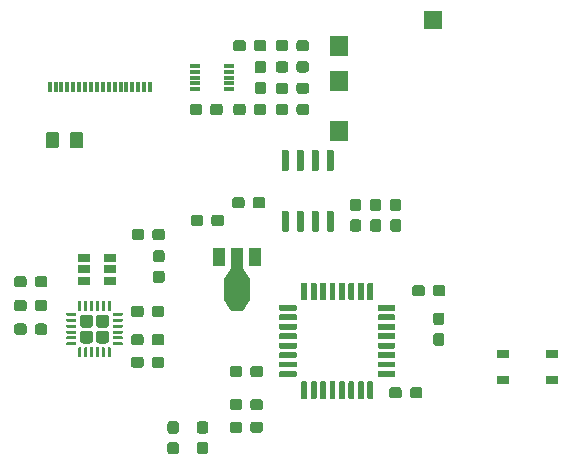
<source format=gbr>
%TF.GenerationSoftware,KiCad,Pcbnew,(5.1.5)-3*%
%TF.CreationDate,2020-03-31T18:07:01+02:00*%
%TF.ProjectId,loeti,6c6f6574-692e-46b6-9963-61645f706362,rev?*%
%TF.SameCoordinates,Original*%
%TF.FileFunction,Paste,Top*%
%TF.FilePolarity,Positive*%
%FSLAX46Y46*%
G04 Gerber Fmt 4.6, Leading zero omitted, Abs format (unit mm)*
G04 Created by KiCad (PCBNEW (5.1.5)-3) date 2020-03-31 18:07:01*
%MOMM*%
%LPD*%
G04 APERTURE LIST*
%ADD10C,0.100000*%
%ADD11R,1.050000X0.650000*%
%ADD12R,1.650000X1.600000*%
%ADD13R,1.650000X1.800000*%
%ADD14R,0.300000X0.900000*%
%ADD15R,0.850000X0.300000*%
%ADD16R,1.060000X0.650000*%
%ADD17R,2.200000X1.840000*%
%ADD18R,1.000000X1.500000*%
%ADD19R,1.000000X1.800000*%
G04 APERTURE END LIST*
D10*
%TO.C,C16*%
G36*
X68724505Y-51801204D02*
G01*
X68748773Y-51804804D01*
X68772572Y-51810765D01*
X68795671Y-51819030D01*
X68817850Y-51829520D01*
X68838893Y-51842132D01*
X68858599Y-51856747D01*
X68876777Y-51873223D01*
X68893253Y-51891401D01*
X68907868Y-51911107D01*
X68920480Y-51932150D01*
X68930970Y-51954329D01*
X68939235Y-51977428D01*
X68945196Y-52001227D01*
X68948796Y-52025495D01*
X68950000Y-52049999D01*
X68950000Y-52950001D01*
X68948796Y-52974505D01*
X68945196Y-52998773D01*
X68939235Y-53022572D01*
X68930970Y-53045671D01*
X68920480Y-53067850D01*
X68907868Y-53088893D01*
X68893253Y-53108599D01*
X68876777Y-53126777D01*
X68858599Y-53143253D01*
X68838893Y-53157868D01*
X68817850Y-53170480D01*
X68795671Y-53180970D01*
X68772572Y-53189235D01*
X68748773Y-53195196D01*
X68724505Y-53198796D01*
X68700001Y-53200000D01*
X68049999Y-53200000D01*
X68025495Y-53198796D01*
X68001227Y-53195196D01*
X67977428Y-53189235D01*
X67954329Y-53180970D01*
X67932150Y-53170480D01*
X67911107Y-53157868D01*
X67891401Y-53143253D01*
X67873223Y-53126777D01*
X67856747Y-53108599D01*
X67842132Y-53088893D01*
X67829520Y-53067850D01*
X67819030Y-53045671D01*
X67810765Y-53022572D01*
X67804804Y-52998773D01*
X67801204Y-52974505D01*
X67800000Y-52950001D01*
X67800000Y-52049999D01*
X67801204Y-52025495D01*
X67804804Y-52001227D01*
X67810765Y-51977428D01*
X67819030Y-51954329D01*
X67829520Y-51932150D01*
X67842132Y-51911107D01*
X67856747Y-51891401D01*
X67873223Y-51873223D01*
X67891401Y-51856747D01*
X67911107Y-51842132D01*
X67932150Y-51829520D01*
X67954329Y-51819030D01*
X67977428Y-51810765D01*
X68001227Y-51804804D01*
X68025495Y-51801204D01*
X68049999Y-51800000D01*
X68700001Y-51800000D01*
X68724505Y-51801204D01*
G37*
G36*
X70774505Y-51801204D02*
G01*
X70798773Y-51804804D01*
X70822572Y-51810765D01*
X70845671Y-51819030D01*
X70867850Y-51829520D01*
X70888893Y-51842132D01*
X70908599Y-51856747D01*
X70926777Y-51873223D01*
X70943253Y-51891401D01*
X70957868Y-51911107D01*
X70970480Y-51932150D01*
X70980970Y-51954329D01*
X70989235Y-51977428D01*
X70995196Y-52001227D01*
X70998796Y-52025495D01*
X71000000Y-52049999D01*
X71000000Y-52950001D01*
X70998796Y-52974505D01*
X70995196Y-52998773D01*
X70989235Y-53022572D01*
X70980970Y-53045671D01*
X70970480Y-53067850D01*
X70957868Y-53088893D01*
X70943253Y-53108599D01*
X70926777Y-53126777D01*
X70908599Y-53143253D01*
X70888893Y-53157868D01*
X70867850Y-53170480D01*
X70845671Y-53180970D01*
X70822572Y-53189235D01*
X70798773Y-53195196D01*
X70774505Y-53198796D01*
X70750001Y-53200000D01*
X70099999Y-53200000D01*
X70075495Y-53198796D01*
X70051227Y-53195196D01*
X70027428Y-53189235D01*
X70004329Y-53180970D01*
X69982150Y-53170480D01*
X69961107Y-53157868D01*
X69941401Y-53143253D01*
X69923223Y-53126777D01*
X69906747Y-53108599D01*
X69892132Y-53088893D01*
X69879520Y-53067850D01*
X69869030Y-53045671D01*
X69860765Y-53022572D01*
X69854804Y-52998773D01*
X69851204Y-52974505D01*
X69850000Y-52950001D01*
X69850000Y-52049999D01*
X69851204Y-52025495D01*
X69854804Y-52001227D01*
X69860765Y-51977428D01*
X69869030Y-51954329D01*
X69879520Y-51932150D01*
X69892132Y-51911107D01*
X69906747Y-51891401D01*
X69923223Y-51873223D01*
X69941401Y-51856747D01*
X69961107Y-51842132D01*
X69982150Y-51829520D01*
X70004329Y-51819030D01*
X70027428Y-51810765D01*
X70051227Y-51804804D01*
X70075495Y-51801204D01*
X70099999Y-51800000D01*
X70750001Y-51800000D01*
X70774505Y-51801204D01*
G37*
%TD*%
D11*
%TO.C,SW0*%
X106525000Y-70625000D03*
X110675000Y-70625000D03*
X106525000Y-72775000D03*
X110675000Y-72775000D03*
%TD*%
D10*
%TO.C,C10*%
G36*
X96010779Y-59201144D02*
G01*
X96033834Y-59204563D01*
X96056443Y-59210227D01*
X96078387Y-59218079D01*
X96099457Y-59228044D01*
X96119448Y-59240026D01*
X96138168Y-59253910D01*
X96155438Y-59269562D01*
X96171090Y-59286832D01*
X96184974Y-59305552D01*
X96196956Y-59325543D01*
X96206921Y-59346613D01*
X96214773Y-59368557D01*
X96220437Y-59391166D01*
X96223856Y-59414221D01*
X96225000Y-59437500D01*
X96225000Y-60012500D01*
X96223856Y-60035779D01*
X96220437Y-60058834D01*
X96214773Y-60081443D01*
X96206921Y-60103387D01*
X96196956Y-60124457D01*
X96184974Y-60144448D01*
X96171090Y-60163168D01*
X96155438Y-60180438D01*
X96138168Y-60196090D01*
X96119448Y-60209974D01*
X96099457Y-60221956D01*
X96078387Y-60231921D01*
X96056443Y-60239773D01*
X96033834Y-60245437D01*
X96010779Y-60248856D01*
X95987500Y-60250000D01*
X95512500Y-60250000D01*
X95489221Y-60248856D01*
X95466166Y-60245437D01*
X95443557Y-60239773D01*
X95421613Y-60231921D01*
X95400543Y-60221956D01*
X95380552Y-60209974D01*
X95361832Y-60196090D01*
X95344562Y-60180438D01*
X95328910Y-60163168D01*
X95315026Y-60144448D01*
X95303044Y-60124457D01*
X95293079Y-60103387D01*
X95285227Y-60081443D01*
X95279563Y-60058834D01*
X95276144Y-60035779D01*
X95275000Y-60012500D01*
X95275000Y-59437500D01*
X95276144Y-59414221D01*
X95279563Y-59391166D01*
X95285227Y-59368557D01*
X95293079Y-59346613D01*
X95303044Y-59325543D01*
X95315026Y-59305552D01*
X95328910Y-59286832D01*
X95344562Y-59269562D01*
X95361832Y-59253910D01*
X95380552Y-59240026D01*
X95400543Y-59228044D01*
X95421613Y-59218079D01*
X95443557Y-59210227D01*
X95466166Y-59204563D01*
X95489221Y-59201144D01*
X95512500Y-59200000D01*
X95987500Y-59200000D01*
X96010779Y-59201144D01*
G37*
G36*
X96010779Y-57451144D02*
G01*
X96033834Y-57454563D01*
X96056443Y-57460227D01*
X96078387Y-57468079D01*
X96099457Y-57478044D01*
X96119448Y-57490026D01*
X96138168Y-57503910D01*
X96155438Y-57519562D01*
X96171090Y-57536832D01*
X96184974Y-57555552D01*
X96196956Y-57575543D01*
X96206921Y-57596613D01*
X96214773Y-57618557D01*
X96220437Y-57641166D01*
X96223856Y-57664221D01*
X96225000Y-57687500D01*
X96225000Y-58262500D01*
X96223856Y-58285779D01*
X96220437Y-58308834D01*
X96214773Y-58331443D01*
X96206921Y-58353387D01*
X96196956Y-58374457D01*
X96184974Y-58394448D01*
X96171090Y-58413168D01*
X96155438Y-58430438D01*
X96138168Y-58446090D01*
X96119448Y-58459974D01*
X96099457Y-58471956D01*
X96078387Y-58481921D01*
X96056443Y-58489773D01*
X96033834Y-58495437D01*
X96010779Y-58498856D01*
X95987500Y-58500000D01*
X95512500Y-58500000D01*
X95489221Y-58498856D01*
X95466166Y-58495437D01*
X95443557Y-58489773D01*
X95421613Y-58481921D01*
X95400543Y-58471956D01*
X95380552Y-58459974D01*
X95361832Y-58446090D01*
X95344562Y-58430438D01*
X95328910Y-58413168D01*
X95315026Y-58394448D01*
X95303044Y-58374457D01*
X95293079Y-58353387D01*
X95285227Y-58331443D01*
X95279563Y-58308834D01*
X95276144Y-58285779D01*
X95275000Y-58262500D01*
X95275000Y-57687500D01*
X95276144Y-57664221D01*
X95279563Y-57641166D01*
X95285227Y-57618557D01*
X95293079Y-57596613D01*
X95303044Y-57575543D01*
X95315026Y-57555552D01*
X95328910Y-57536832D01*
X95344562Y-57519562D01*
X95361832Y-57503910D01*
X95380552Y-57490026D01*
X95400543Y-57478044D01*
X95421613Y-57468079D01*
X95443557Y-57460227D01*
X95466166Y-57454563D01*
X95489221Y-57451144D01*
X95512500Y-57450000D01*
X95987500Y-57450000D01*
X96010779Y-57451144D01*
G37*
%TD*%
D12*
%TO.C,J2*%
X100575000Y-42350000D03*
D13*
X92625000Y-51700000D03*
X92625000Y-47500000D03*
X92625000Y-44500000D03*
%TD*%
D14*
%TO.C,J0*%
X68150000Y-47970000D03*
X68650000Y-47970000D03*
X69150000Y-47970000D03*
X69650000Y-47970000D03*
X70150000Y-47970000D03*
X70650000Y-47970000D03*
X71150000Y-47970000D03*
X71650000Y-47970000D03*
X72150000Y-47970000D03*
X72650000Y-47970000D03*
X73150000Y-47970000D03*
X73650000Y-47970000D03*
X74150000Y-47970000D03*
X74650000Y-47970000D03*
X75150000Y-47970000D03*
X75650000Y-47970000D03*
X76150000Y-47970000D03*
X76650000Y-47970000D03*
%TD*%
D10*
%TO.C,C15*%
G36*
X80835779Y-49426144D02*
G01*
X80858834Y-49429563D01*
X80881443Y-49435227D01*
X80903387Y-49443079D01*
X80924457Y-49453044D01*
X80944448Y-49465026D01*
X80963168Y-49478910D01*
X80980438Y-49494562D01*
X80996090Y-49511832D01*
X81009974Y-49530552D01*
X81021956Y-49550543D01*
X81031921Y-49571613D01*
X81039773Y-49593557D01*
X81045437Y-49616166D01*
X81048856Y-49639221D01*
X81050000Y-49662500D01*
X81050000Y-50137500D01*
X81048856Y-50160779D01*
X81045437Y-50183834D01*
X81039773Y-50206443D01*
X81031921Y-50228387D01*
X81021956Y-50249457D01*
X81009974Y-50269448D01*
X80996090Y-50288168D01*
X80980438Y-50305438D01*
X80963168Y-50321090D01*
X80944448Y-50334974D01*
X80924457Y-50346956D01*
X80903387Y-50356921D01*
X80881443Y-50364773D01*
X80858834Y-50370437D01*
X80835779Y-50373856D01*
X80812500Y-50375000D01*
X80237500Y-50375000D01*
X80214221Y-50373856D01*
X80191166Y-50370437D01*
X80168557Y-50364773D01*
X80146613Y-50356921D01*
X80125543Y-50346956D01*
X80105552Y-50334974D01*
X80086832Y-50321090D01*
X80069562Y-50305438D01*
X80053910Y-50288168D01*
X80040026Y-50269448D01*
X80028044Y-50249457D01*
X80018079Y-50228387D01*
X80010227Y-50206443D01*
X80004563Y-50183834D01*
X80001144Y-50160779D01*
X80000000Y-50137500D01*
X80000000Y-49662500D01*
X80001144Y-49639221D01*
X80004563Y-49616166D01*
X80010227Y-49593557D01*
X80018079Y-49571613D01*
X80028044Y-49550543D01*
X80040026Y-49530552D01*
X80053910Y-49511832D01*
X80069562Y-49494562D01*
X80086832Y-49478910D01*
X80105552Y-49465026D01*
X80125543Y-49453044D01*
X80146613Y-49443079D01*
X80168557Y-49435227D01*
X80191166Y-49429563D01*
X80214221Y-49426144D01*
X80237500Y-49425000D01*
X80812500Y-49425000D01*
X80835779Y-49426144D01*
G37*
G36*
X82585779Y-49426144D02*
G01*
X82608834Y-49429563D01*
X82631443Y-49435227D01*
X82653387Y-49443079D01*
X82674457Y-49453044D01*
X82694448Y-49465026D01*
X82713168Y-49478910D01*
X82730438Y-49494562D01*
X82746090Y-49511832D01*
X82759974Y-49530552D01*
X82771956Y-49550543D01*
X82781921Y-49571613D01*
X82789773Y-49593557D01*
X82795437Y-49616166D01*
X82798856Y-49639221D01*
X82800000Y-49662500D01*
X82800000Y-50137500D01*
X82798856Y-50160779D01*
X82795437Y-50183834D01*
X82789773Y-50206443D01*
X82781921Y-50228387D01*
X82771956Y-50249457D01*
X82759974Y-50269448D01*
X82746090Y-50288168D01*
X82730438Y-50305438D01*
X82713168Y-50321090D01*
X82694448Y-50334974D01*
X82674457Y-50346956D01*
X82653387Y-50356921D01*
X82631443Y-50364773D01*
X82608834Y-50370437D01*
X82585779Y-50373856D01*
X82562500Y-50375000D01*
X81987500Y-50375000D01*
X81964221Y-50373856D01*
X81941166Y-50370437D01*
X81918557Y-50364773D01*
X81896613Y-50356921D01*
X81875543Y-50346956D01*
X81855552Y-50334974D01*
X81836832Y-50321090D01*
X81819562Y-50305438D01*
X81803910Y-50288168D01*
X81790026Y-50269448D01*
X81778044Y-50249457D01*
X81768079Y-50228387D01*
X81760227Y-50206443D01*
X81754563Y-50183834D01*
X81751144Y-50160779D01*
X81750000Y-50137500D01*
X81750000Y-49662500D01*
X81751144Y-49639221D01*
X81754563Y-49616166D01*
X81760227Y-49593557D01*
X81768079Y-49571613D01*
X81778044Y-49550543D01*
X81790026Y-49530552D01*
X81803910Y-49511832D01*
X81819562Y-49494562D01*
X81836832Y-49478910D01*
X81855552Y-49465026D01*
X81875543Y-49453044D01*
X81896613Y-49443079D01*
X81918557Y-49435227D01*
X81941166Y-49429563D01*
X81964221Y-49426144D01*
X81987500Y-49425000D01*
X82562500Y-49425000D01*
X82585779Y-49426144D01*
G37*
%TD*%
%TO.C,C13*%
G36*
X86260779Y-47551144D02*
G01*
X86283834Y-47554563D01*
X86306443Y-47560227D01*
X86328387Y-47568079D01*
X86349457Y-47578044D01*
X86369448Y-47590026D01*
X86388168Y-47603910D01*
X86405438Y-47619562D01*
X86421090Y-47636832D01*
X86434974Y-47655552D01*
X86446956Y-47675543D01*
X86456921Y-47696613D01*
X86464773Y-47718557D01*
X86470437Y-47741166D01*
X86473856Y-47764221D01*
X86475000Y-47787500D01*
X86475000Y-48362500D01*
X86473856Y-48385779D01*
X86470437Y-48408834D01*
X86464773Y-48431443D01*
X86456921Y-48453387D01*
X86446956Y-48474457D01*
X86434974Y-48494448D01*
X86421090Y-48513168D01*
X86405438Y-48530438D01*
X86388168Y-48546090D01*
X86369448Y-48559974D01*
X86349457Y-48571956D01*
X86328387Y-48581921D01*
X86306443Y-48589773D01*
X86283834Y-48595437D01*
X86260779Y-48598856D01*
X86237500Y-48600000D01*
X85762500Y-48600000D01*
X85739221Y-48598856D01*
X85716166Y-48595437D01*
X85693557Y-48589773D01*
X85671613Y-48581921D01*
X85650543Y-48571956D01*
X85630552Y-48559974D01*
X85611832Y-48546090D01*
X85594562Y-48530438D01*
X85578910Y-48513168D01*
X85565026Y-48494448D01*
X85553044Y-48474457D01*
X85543079Y-48453387D01*
X85535227Y-48431443D01*
X85529563Y-48408834D01*
X85526144Y-48385779D01*
X85525000Y-48362500D01*
X85525000Y-47787500D01*
X85526144Y-47764221D01*
X85529563Y-47741166D01*
X85535227Y-47718557D01*
X85543079Y-47696613D01*
X85553044Y-47675543D01*
X85565026Y-47655552D01*
X85578910Y-47636832D01*
X85594562Y-47619562D01*
X85611832Y-47603910D01*
X85630552Y-47590026D01*
X85650543Y-47578044D01*
X85671613Y-47568079D01*
X85693557Y-47560227D01*
X85716166Y-47554563D01*
X85739221Y-47551144D01*
X85762500Y-47550000D01*
X86237500Y-47550000D01*
X86260779Y-47551144D01*
G37*
G36*
X86260779Y-45801144D02*
G01*
X86283834Y-45804563D01*
X86306443Y-45810227D01*
X86328387Y-45818079D01*
X86349457Y-45828044D01*
X86369448Y-45840026D01*
X86388168Y-45853910D01*
X86405438Y-45869562D01*
X86421090Y-45886832D01*
X86434974Y-45905552D01*
X86446956Y-45925543D01*
X86456921Y-45946613D01*
X86464773Y-45968557D01*
X86470437Y-45991166D01*
X86473856Y-46014221D01*
X86475000Y-46037500D01*
X86475000Y-46612500D01*
X86473856Y-46635779D01*
X86470437Y-46658834D01*
X86464773Y-46681443D01*
X86456921Y-46703387D01*
X86446956Y-46724457D01*
X86434974Y-46744448D01*
X86421090Y-46763168D01*
X86405438Y-46780438D01*
X86388168Y-46796090D01*
X86369448Y-46809974D01*
X86349457Y-46821956D01*
X86328387Y-46831921D01*
X86306443Y-46839773D01*
X86283834Y-46845437D01*
X86260779Y-46848856D01*
X86237500Y-46850000D01*
X85762500Y-46850000D01*
X85739221Y-46848856D01*
X85716166Y-46845437D01*
X85693557Y-46839773D01*
X85671613Y-46831921D01*
X85650543Y-46821956D01*
X85630552Y-46809974D01*
X85611832Y-46796090D01*
X85594562Y-46780438D01*
X85578910Y-46763168D01*
X85565026Y-46744448D01*
X85553044Y-46724457D01*
X85543079Y-46703387D01*
X85535227Y-46681443D01*
X85529563Y-46658834D01*
X85526144Y-46635779D01*
X85525000Y-46612500D01*
X85525000Y-46037500D01*
X85526144Y-46014221D01*
X85529563Y-45991166D01*
X85535227Y-45968557D01*
X85543079Y-45946613D01*
X85553044Y-45925543D01*
X85565026Y-45905552D01*
X85578910Y-45886832D01*
X85594562Y-45869562D01*
X85611832Y-45853910D01*
X85630552Y-45840026D01*
X85650543Y-45828044D01*
X85671613Y-45818079D01*
X85693557Y-45810227D01*
X85716166Y-45804563D01*
X85739221Y-45801144D01*
X85762500Y-45800000D01*
X86237500Y-45800000D01*
X86260779Y-45801144D01*
G37*
%TD*%
%TO.C,C12*%
G36*
X86285779Y-49426144D02*
G01*
X86308834Y-49429563D01*
X86331443Y-49435227D01*
X86353387Y-49443079D01*
X86374457Y-49453044D01*
X86394448Y-49465026D01*
X86413168Y-49478910D01*
X86430438Y-49494562D01*
X86446090Y-49511832D01*
X86459974Y-49530552D01*
X86471956Y-49550543D01*
X86481921Y-49571613D01*
X86489773Y-49593557D01*
X86495437Y-49616166D01*
X86498856Y-49639221D01*
X86500000Y-49662500D01*
X86500000Y-50137500D01*
X86498856Y-50160779D01*
X86495437Y-50183834D01*
X86489773Y-50206443D01*
X86481921Y-50228387D01*
X86471956Y-50249457D01*
X86459974Y-50269448D01*
X86446090Y-50288168D01*
X86430438Y-50305438D01*
X86413168Y-50321090D01*
X86394448Y-50334974D01*
X86374457Y-50346956D01*
X86353387Y-50356921D01*
X86331443Y-50364773D01*
X86308834Y-50370437D01*
X86285779Y-50373856D01*
X86262500Y-50375000D01*
X85687500Y-50375000D01*
X85664221Y-50373856D01*
X85641166Y-50370437D01*
X85618557Y-50364773D01*
X85596613Y-50356921D01*
X85575543Y-50346956D01*
X85555552Y-50334974D01*
X85536832Y-50321090D01*
X85519562Y-50305438D01*
X85503910Y-50288168D01*
X85490026Y-50269448D01*
X85478044Y-50249457D01*
X85468079Y-50228387D01*
X85460227Y-50206443D01*
X85454563Y-50183834D01*
X85451144Y-50160779D01*
X85450000Y-50137500D01*
X85450000Y-49662500D01*
X85451144Y-49639221D01*
X85454563Y-49616166D01*
X85460227Y-49593557D01*
X85468079Y-49571613D01*
X85478044Y-49550543D01*
X85490026Y-49530552D01*
X85503910Y-49511832D01*
X85519562Y-49494562D01*
X85536832Y-49478910D01*
X85555552Y-49465026D01*
X85575543Y-49453044D01*
X85596613Y-49443079D01*
X85618557Y-49435227D01*
X85641166Y-49429563D01*
X85664221Y-49426144D01*
X85687500Y-49425000D01*
X86262500Y-49425000D01*
X86285779Y-49426144D01*
G37*
G36*
X84535779Y-49426144D02*
G01*
X84558834Y-49429563D01*
X84581443Y-49435227D01*
X84603387Y-49443079D01*
X84624457Y-49453044D01*
X84644448Y-49465026D01*
X84663168Y-49478910D01*
X84680438Y-49494562D01*
X84696090Y-49511832D01*
X84709974Y-49530552D01*
X84721956Y-49550543D01*
X84731921Y-49571613D01*
X84739773Y-49593557D01*
X84745437Y-49616166D01*
X84748856Y-49639221D01*
X84750000Y-49662500D01*
X84750000Y-50137500D01*
X84748856Y-50160779D01*
X84745437Y-50183834D01*
X84739773Y-50206443D01*
X84731921Y-50228387D01*
X84721956Y-50249457D01*
X84709974Y-50269448D01*
X84696090Y-50288168D01*
X84680438Y-50305438D01*
X84663168Y-50321090D01*
X84644448Y-50334974D01*
X84624457Y-50346956D01*
X84603387Y-50356921D01*
X84581443Y-50364773D01*
X84558834Y-50370437D01*
X84535779Y-50373856D01*
X84512500Y-50375000D01*
X83937500Y-50375000D01*
X83914221Y-50373856D01*
X83891166Y-50370437D01*
X83868557Y-50364773D01*
X83846613Y-50356921D01*
X83825543Y-50346956D01*
X83805552Y-50334974D01*
X83786832Y-50321090D01*
X83769562Y-50305438D01*
X83753910Y-50288168D01*
X83740026Y-50269448D01*
X83728044Y-50249457D01*
X83718079Y-50228387D01*
X83710227Y-50206443D01*
X83704563Y-50183834D01*
X83701144Y-50160779D01*
X83700000Y-50137500D01*
X83700000Y-49662500D01*
X83701144Y-49639221D01*
X83704563Y-49616166D01*
X83710227Y-49593557D01*
X83718079Y-49571613D01*
X83728044Y-49550543D01*
X83740026Y-49530552D01*
X83753910Y-49511832D01*
X83769562Y-49494562D01*
X83786832Y-49478910D01*
X83805552Y-49465026D01*
X83825543Y-49453044D01*
X83846613Y-49443079D01*
X83868557Y-49435227D01*
X83891166Y-49429563D01*
X83914221Y-49426144D01*
X83937500Y-49425000D01*
X84512500Y-49425000D01*
X84535779Y-49426144D01*
G37*
%TD*%
%TO.C,R12*%
G36*
X88135779Y-45826144D02*
G01*
X88158834Y-45829563D01*
X88181443Y-45835227D01*
X88203387Y-45843079D01*
X88224457Y-45853044D01*
X88244448Y-45865026D01*
X88263168Y-45878910D01*
X88280438Y-45894562D01*
X88296090Y-45911832D01*
X88309974Y-45930552D01*
X88321956Y-45950543D01*
X88331921Y-45971613D01*
X88339773Y-45993557D01*
X88345437Y-46016166D01*
X88348856Y-46039221D01*
X88350000Y-46062500D01*
X88350000Y-46537500D01*
X88348856Y-46560779D01*
X88345437Y-46583834D01*
X88339773Y-46606443D01*
X88331921Y-46628387D01*
X88321956Y-46649457D01*
X88309974Y-46669448D01*
X88296090Y-46688168D01*
X88280438Y-46705438D01*
X88263168Y-46721090D01*
X88244448Y-46734974D01*
X88224457Y-46746956D01*
X88203387Y-46756921D01*
X88181443Y-46764773D01*
X88158834Y-46770437D01*
X88135779Y-46773856D01*
X88112500Y-46775000D01*
X87537500Y-46775000D01*
X87514221Y-46773856D01*
X87491166Y-46770437D01*
X87468557Y-46764773D01*
X87446613Y-46756921D01*
X87425543Y-46746956D01*
X87405552Y-46734974D01*
X87386832Y-46721090D01*
X87369562Y-46705438D01*
X87353910Y-46688168D01*
X87340026Y-46669448D01*
X87328044Y-46649457D01*
X87318079Y-46628387D01*
X87310227Y-46606443D01*
X87304563Y-46583834D01*
X87301144Y-46560779D01*
X87300000Y-46537500D01*
X87300000Y-46062500D01*
X87301144Y-46039221D01*
X87304563Y-46016166D01*
X87310227Y-45993557D01*
X87318079Y-45971613D01*
X87328044Y-45950543D01*
X87340026Y-45930552D01*
X87353910Y-45911832D01*
X87369562Y-45894562D01*
X87386832Y-45878910D01*
X87405552Y-45865026D01*
X87425543Y-45853044D01*
X87446613Y-45843079D01*
X87468557Y-45835227D01*
X87491166Y-45829563D01*
X87514221Y-45826144D01*
X87537500Y-45825000D01*
X88112500Y-45825000D01*
X88135779Y-45826144D01*
G37*
G36*
X89885779Y-45826144D02*
G01*
X89908834Y-45829563D01*
X89931443Y-45835227D01*
X89953387Y-45843079D01*
X89974457Y-45853044D01*
X89994448Y-45865026D01*
X90013168Y-45878910D01*
X90030438Y-45894562D01*
X90046090Y-45911832D01*
X90059974Y-45930552D01*
X90071956Y-45950543D01*
X90081921Y-45971613D01*
X90089773Y-45993557D01*
X90095437Y-46016166D01*
X90098856Y-46039221D01*
X90100000Y-46062500D01*
X90100000Y-46537500D01*
X90098856Y-46560779D01*
X90095437Y-46583834D01*
X90089773Y-46606443D01*
X90081921Y-46628387D01*
X90071956Y-46649457D01*
X90059974Y-46669448D01*
X90046090Y-46688168D01*
X90030438Y-46705438D01*
X90013168Y-46721090D01*
X89994448Y-46734974D01*
X89974457Y-46746956D01*
X89953387Y-46756921D01*
X89931443Y-46764773D01*
X89908834Y-46770437D01*
X89885779Y-46773856D01*
X89862500Y-46775000D01*
X89287500Y-46775000D01*
X89264221Y-46773856D01*
X89241166Y-46770437D01*
X89218557Y-46764773D01*
X89196613Y-46756921D01*
X89175543Y-46746956D01*
X89155552Y-46734974D01*
X89136832Y-46721090D01*
X89119562Y-46705438D01*
X89103910Y-46688168D01*
X89090026Y-46669448D01*
X89078044Y-46649457D01*
X89068079Y-46628387D01*
X89060227Y-46606443D01*
X89054563Y-46583834D01*
X89051144Y-46560779D01*
X89050000Y-46537500D01*
X89050000Y-46062500D01*
X89051144Y-46039221D01*
X89054563Y-46016166D01*
X89060227Y-45993557D01*
X89068079Y-45971613D01*
X89078044Y-45950543D01*
X89090026Y-45930552D01*
X89103910Y-45911832D01*
X89119562Y-45894562D01*
X89136832Y-45878910D01*
X89155552Y-45865026D01*
X89175543Y-45853044D01*
X89196613Y-45843079D01*
X89218557Y-45835227D01*
X89241166Y-45829563D01*
X89264221Y-45826144D01*
X89287500Y-45825000D01*
X89862500Y-45825000D01*
X89885779Y-45826144D01*
G37*
%TD*%
%TO.C,R10*%
G36*
X88135779Y-44026144D02*
G01*
X88158834Y-44029563D01*
X88181443Y-44035227D01*
X88203387Y-44043079D01*
X88224457Y-44053044D01*
X88244448Y-44065026D01*
X88263168Y-44078910D01*
X88280438Y-44094562D01*
X88296090Y-44111832D01*
X88309974Y-44130552D01*
X88321956Y-44150543D01*
X88331921Y-44171613D01*
X88339773Y-44193557D01*
X88345437Y-44216166D01*
X88348856Y-44239221D01*
X88350000Y-44262500D01*
X88350000Y-44737500D01*
X88348856Y-44760779D01*
X88345437Y-44783834D01*
X88339773Y-44806443D01*
X88331921Y-44828387D01*
X88321956Y-44849457D01*
X88309974Y-44869448D01*
X88296090Y-44888168D01*
X88280438Y-44905438D01*
X88263168Y-44921090D01*
X88244448Y-44934974D01*
X88224457Y-44946956D01*
X88203387Y-44956921D01*
X88181443Y-44964773D01*
X88158834Y-44970437D01*
X88135779Y-44973856D01*
X88112500Y-44975000D01*
X87537500Y-44975000D01*
X87514221Y-44973856D01*
X87491166Y-44970437D01*
X87468557Y-44964773D01*
X87446613Y-44956921D01*
X87425543Y-44946956D01*
X87405552Y-44934974D01*
X87386832Y-44921090D01*
X87369562Y-44905438D01*
X87353910Y-44888168D01*
X87340026Y-44869448D01*
X87328044Y-44849457D01*
X87318079Y-44828387D01*
X87310227Y-44806443D01*
X87304563Y-44783834D01*
X87301144Y-44760779D01*
X87300000Y-44737500D01*
X87300000Y-44262500D01*
X87301144Y-44239221D01*
X87304563Y-44216166D01*
X87310227Y-44193557D01*
X87318079Y-44171613D01*
X87328044Y-44150543D01*
X87340026Y-44130552D01*
X87353910Y-44111832D01*
X87369562Y-44094562D01*
X87386832Y-44078910D01*
X87405552Y-44065026D01*
X87425543Y-44053044D01*
X87446613Y-44043079D01*
X87468557Y-44035227D01*
X87491166Y-44029563D01*
X87514221Y-44026144D01*
X87537500Y-44025000D01*
X88112500Y-44025000D01*
X88135779Y-44026144D01*
G37*
G36*
X89885779Y-44026144D02*
G01*
X89908834Y-44029563D01*
X89931443Y-44035227D01*
X89953387Y-44043079D01*
X89974457Y-44053044D01*
X89994448Y-44065026D01*
X90013168Y-44078910D01*
X90030438Y-44094562D01*
X90046090Y-44111832D01*
X90059974Y-44130552D01*
X90071956Y-44150543D01*
X90081921Y-44171613D01*
X90089773Y-44193557D01*
X90095437Y-44216166D01*
X90098856Y-44239221D01*
X90100000Y-44262500D01*
X90100000Y-44737500D01*
X90098856Y-44760779D01*
X90095437Y-44783834D01*
X90089773Y-44806443D01*
X90081921Y-44828387D01*
X90071956Y-44849457D01*
X90059974Y-44869448D01*
X90046090Y-44888168D01*
X90030438Y-44905438D01*
X90013168Y-44921090D01*
X89994448Y-44934974D01*
X89974457Y-44946956D01*
X89953387Y-44956921D01*
X89931443Y-44964773D01*
X89908834Y-44970437D01*
X89885779Y-44973856D01*
X89862500Y-44975000D01*
X89287500Y-44975000D01*
X89264221Y-44973856D01*
X89241166Y-44970437D01*
X89218557Y-44964773D01*
X89196613Y-44956921D01*
X89175543Y-44946956D01*
X89155552Y-44934974D01*
X89136832Y-44921090D01*
X89119562Y-44905438D01*
X89103910Y-44888168D01*
X89090026Y-44869448D01*
X89078044Y-44849457D01*
X89068079Y-44828387D01*
X89060227Y-44806443D01*
X89054563Y-44783834D01*
X89051144Y-44760779D01*
X89050000Y-44737500D01*
X89050000Y-44262500D01*
X89051144Y-44239221D01*
X89054563Y-44216166D01*
X89060227Y-44193557D01*
X89068079Y-44171613D01*
X89078044Y-44150543D01*
X89090026Y-44130552D01*
X89103910Y-44111832D01*
X89119562Y-44094562D01*
X89136832Y-44078910D01*
X89155552Y-44065026D01*
X89175543Y-44053044D01*
X89196613Y-44043079D01*
X89218557Y-44035227D01*
X89241166Y-44029563D01*
X89264221Y-44026144D01*
X89287500Y-44025000D01*
X89862500Y-44025000D01*
X89885779Y-44026144D01*
G37*
%TD*%
D15*
%TO.C,U6*%
X80450000Y-46200000D03*
X80450000Y-46700000D03*
X80450000Y-47200000D03*
X80450000Y-47700000D03*
X80450000Y-48200000D03*
X83350000Y-48200000D03*
X83350000Y-47700000D03*
X83350000Y-47200000D03*
X83350000Y-46700000D03*
X83350000Y-46200000D03*
%TD*%
D10*
%TO.C,R11*%
G36*
X88135779Y-47626144D02*
G01*
X88158834Y-47629563D01*
X88181443Y-47635227D01*
X88203387Y-47643079D01*
X88224457Y-47653044D01*
X88244448Y-47665026D01*
X88263168Y-47678910D01*
X88280438Y-47694562D01*
X88296090Y-47711832D01*
X88309974Y-47730552D01*
X88321956Y-47750543D01*
X88331921Y-47771613D01*
X88339773Y-47793557D01*
X88345437Y-47816166D01*
X88348856Y-47839221D01*
X88350000Y-47862500D01*
X88350000Y-48337500D01*
X88348856Y-48360779D01*
X88345437Y-48383834D01*
X88339773Y-48406443D01*
X88331921Y-48428387D01*
X88321956Y-48449457D01*
X88309974Y-48469448D01*
X88296090Y-48488168D01*
X88280438Y-48505438D01*
X88263168Y-48521090D01*
X88244448Y-48534974D01*
X88224457Y-48546956D01*
X88203387Y-48556921D01*
X88181443Y-48564773D01*
X88158834Y-48570437D01*
X88135779Y-48573856D01*
X88112500Y-48575000D01*
X87537500Y-48575000D01*
X87514221Y-48573856D01*
X87491166Y-48570437D01*
X87468557Y-48564773D01*
X87446613Y-48556921D01*
X87425543Y-48546956D01*
X87405552Y-48534974D01*
X87386832Y-48521090D01*
X87369562Y-48505438D01*
X87353910Y-48488168D01*
X87340026Y-48469448D01*
X87328044Y-48449457D01*
X87318079Y-48428387D01*
X87310227Y-48406443D01*
X87304563Y-48383834D01*
X87301144Y-48360779D01*
X87300000Y-48337500D01*
X87300000Y-47862500D01*
X87301144Y-47839221D01*
X87304563Y-47816166D01*
X87310227Y-47793557D01*
X87318079Y-47771613D01*
X87328044Y-47750543D01*
X87340026Y-47730552D01*
X87353910Y-47711832D01*
X87369562Y-47694562D01*
X87386832Y-47678910D01*
X87405552Y-47665026D01*
X87425543Y-47653044D01*
X87446613Y-47643079D01*
X87468557Y-47635227D01*
X87491166Y-47629563D01*
X87514221Y-47626144D01*
X87537500Y-47625000D01*
X88112500Y-47625000D01*
X88135779Y-47626144D01*
G37*
G36*
X89885779Y-47626144D02*
G01*
X89908834Y-47629563D01*
X89931443Y-47635227D01*
X89953387Y-47643079D01*
X89974457Y-47653044D01*
X89994448Y-47665026D01*
X90013168Y-47678910D01*
X90030438Y-47694562D01*
X90046090Y-47711832D01*
X90059974Y-47730552D01*
X90071956Y-47750543D01*
X90081921Y-47771613D01*
X90089773Y-47793557D01*
X90095437Y-47816166D01*
X90098856Y-47839221D01*
X90100000Y-47862500D01*
X90100000Y-48337500D01*
X90098856Y-48360779D01*
X90095437Y-48383834D01*
X90089773Y-48406443D01*
X90081921Y-48428387D01*
X90071956Y-48449457D01*
X90059974Y-48469448D01*
X90046090Y-48488168D01*
X90030438Y-48505438D01*
X90013168Y-48521090D01*
X89994448Y-48534974D01*
X89974457Y-48546956D01*
X89953387Y-48556921D01*
X89931443Y-48564773D01*
X89908834Y-48570437D01*
X89885779Y-48573856D01*
X89862500Y-48575000D01*
X89287500Y-48575000D01*
X89264221Y-48573856D01*
X89241166Y-48570437D01*
X89218557Y-48564773D01*
X89196613Y-48556921D01*
X89175543Y-48546956D01*
X89155552Y-48534974D01*
X89136832Y-48521090D01*
X89119562Y-48505438D01*
X89103910Y-48488168D01*
X89090026Y-48469448D01*
X89078044Y-48449457D01*
X89068079Y-48428387D01*
X89060227Y-48406443D01*
X89054563Y-48383834D01*
X89051144Y-48360779D01*
X89050000Y-48337500D01*
X89050000Y-47862500D01*
X89051144Y-47839221D01*
X89054563Y-47816166D01*
X89060227Y-47793557D01*
X89068079Y-47771613D01*
X89078044Y-47750543D01*
X89090026Y-47730552D01*
X89103910Y-47711832D01*
X89119562Y-47694562D01*
X89136832Y-47678910D01*
X89155552Y-47665026D01*
X89175543Y-47653044D01*
X89196613Y-47643079D01*
X89218557Y-47635227D01*
X89241166Y-47629563D01*
X89264221Y-47626144D01*
X89287500Y-47625000D01*
X89862500Y-47625000D01*
X89885779Y-47626144D01*
G37*
%TD*%
%TO.C,C14*%
G36*
X84535779Y-44026144D02*
G01*
X84558834Y-44029563D01*
X84581443Y-44035227D01*
X84603387Y-44043079D01*
X84624457Y-44053044D01*
X84644448Y-44065026D01*
X84663168Y-44078910D01*
X84680438Y-44094562D01*
X84696090Y-44111832D01*
X84709974Y-44130552D01*
X84721956Y-44150543D01*
X84731921Y-44171613D01*
X84739773Y-44193557D01*
X84745437Y-44216166D01*
X84748856Y-44239221D01*
X84750000Y-44262500D01*
X84750000Y-44737500D01*
X84748856Y-44760779D01*
X84745437Y-44783834D01*
X84739773Y-44806443D01*
X84731921Y-44828387D01*
X84721956Y-44849457D01*
X84709974Y-44869448D01*
X84696090Y-44888168D01*
X84680438Y-44905438D01*
X84663168Y-44921090D01*
X84644448Y-44934974D01*
X84624457Y-44946956D01*
X84603387Y-44956921D01*
X84581443Y-44964773D01*
X84558834Y-44970437D01*
X84535779Y-44973856D01*
X84512500Y-44975000D01*
X83937500Y-44975000D01*
X83914221Y-44973856D01*
X83891166Y-44970437D01*
X83868557Y-44964773D01*
X83846613Y-44956921D01*
X83825543Y-44946956D01*
X83805552Y-44934974D01*
X83786832Y-44921090D01*
X83769562Y-44905438D01*
X83753910Y-44888168D01*
X83740026Y-44869448D01*
X83728044Y-44849457D01*
X83718079Y-44828387D01*
X83710227Y-44806443D01*
X83704563Y-44783834D01*
X83701144Y-44760779D01*
X83700000Y-44737500D01*
X83700000Y-44262500D01*
X83701144Y-44239221D01*
X83704563Y-44216166D01*
X83710227Y-44193557D01*
X83718079Y-44171613D01*
X83728044Y-44150543D01*
X83740026Y-44130552D01*
X83753910Y-44111832D01*
X83769562Y-44094562D01*
X83786832Y-44078910D01*
X83805552Y-44065026D01*
X83825543Y-44053044D01*
X83846613Y-44043079D01*
X83868557Y-44035227D01*
X83891166Y-44029563D01*
X83914221Y-44026144D01*
X83937500Y-44025000D01*
X84512500Y-44025000D01*
X84535779Y-44026144D01*
G37*
G36*
X86285779Y-44026144D02*
G01*
X86308834Y-44029563D01*
X86331443Y-44035227D01*
X86353387Y-44043079D01*
X86374457Y-44053044D01*
X86394448Y-44065026D01*
X86413168Y-44078910D01*
X86430438Y-44094562D01*
X86446090Y-44111832D01*
X86459974Y-44130552D01*
X86471956Y-44150543D01*
X86481921Y-44171613D01*
X86489773Y-44193557D01*
X86495437Y-44216166D01*
X86498856Y-44239221D01*
X86500000Y-44262500D01*
X86500000Y-44737500D01*
X86498856Y-44760779D01*
X86495437Y-44783834D01*
X86489773Y-44806443D01*
X86481921Y-44828387D01*
X86471956Y-44849457D01*
X86459974Y-44869448D01*
X86446090Y-44888168D01*
X86430438Y-44905438D01*
X86413168Y-44921090D01*
X86394448Y-44934974D01*
X86374457Y-44946956D01*
X86353387Y-44956921D01*
X86331443Y-44964773D01*
X86308834Y-44970437D01*
X86285779Y-44973856D01*
X86262500Y-44975000D01*
X85687500Y-44975000D01*
X85664221Y-44973856D01*
X85641166Y-44970437D01*
X85618557Y-44964773D01*
X85596613Y-44956921D01*
X85575543Y-44946956D01*
X85555552Y-44934974D01*
X85536832Y-44921090D01*
X85519562Y-44905438D01*
X85503910Y-44888168D01*
X85490026Y-44869448D01*
X85478044Y-44849457D01*
X85468079Y-44828387D01*
X85460227Y-44806443D01*
X85454563Y-44783834D01*
X85451144Y-44760779D01*
X85450000Y-44737500D01*
X85450000Y-44262500D01*
X85451144Y-44239221D01*
X85454563Y-44216166D01*
X85460227Y-44193557D01*
X85468079Y-44171613D01*
X85478044Y-44150543D01*
X85490026Y-44130552D01*
X85503910Y-44111832D01*
X85519562Y-44094562D01*
X85536832Y-44078910D01*
X85555552Y-44065026D01*
X85575543Y-44053044D01*
X85596613Y-44043079D01*
X85618557Y-44035227D01*
X85641166Y-44029563D01*
X85664221Y-44026144D01*
X85687500Y-44025000D01*
X86262500Y-44025000D01*
X86285779Y-44026144D01*
G37*
%TD*%
%TO.C,R9*%
G36*
X88135779Y-49426144D02*
G01*
X88158834Y-49429563D01*
X88181443Y-49435227D01*
X88203387Y-49443079D01*
X88224457Y-49453044D01*
X88244448Y-49465026D01*
X88263168Y-49478910D01*
X88280438Y-49494562D01*
X88296090Y-49511832D01*
X88309974Y-49530552D01*
X88321956Y-49550543D01*
X88331921Y-49571613D01*
X88339773Y-49593557D01*
X88345437Y-49616166D01*
X88348856Y-49639221D01*
X88350000Y-49662500D01*
X88350000Y-50137500D01*
X88348856Y-50160779D01*
X88345437Y-50183834D01*
X88339773Y-50206443D01*
X88331921Y-50228387D01*
X88321956Y-50249457D01*
X88309974Y-50269448D01*
X88296090Y-50288168D01*
X88280438Y-50305438D01*
X88263168Y-50321090D01*
X88244448Y-50334974D01*
X88224457Y-50346956D01*
X88203387Y-50356921D01*
X88181443Y-50364773D01*
X88158834Y-50370437D01*
X88135779Y-50373856D01*
X88112500Y-50375000D01*
X87537500Y-50375000D01*
X87514221Y-50373856D01*
X87491166Y-50370437D01*
X87468557Y-50364773D01*
X87446613Y-50356921D01*
X87425543Y-50346956D01*
X87405552Y-50334974D01*
X87386832Y-50321090D01*
X87369562Y-50305438D01*
X87353910Y-50288168D01*
X87340026Y-50269448D01*
X87328044Y-50249457D01*
X87318079Y-50228387D01*
X87310227Y-50206443D01*
X87304563Y-50183834D01*
X87301144Y-50160779D01*
X87300000Y-50137500D01*
X87300000Y-49662500D01*
X87301144Y-49639221D01*
X87304563Y-49616166D01*
X87310227Y-49593557D01*
X87318079Y-49571613D01*
X87328044Y-49550543D01*
X87340026Y-49530552D01*
X87353910Y-49511832D01*
X87369562Y-49494562D01*
X87386832Y-49478910D01*
X87405552Y-49465026D01*
X87425543Y-49453044D01*
X87446613Y-49443079D01*
X87468557Y-49435227D01*
X87491166Y-49429563D01*
X87514221Y-49426144D01*
X87537500Y-49425000D01*
X88112500Y-49425000D01*
X88135779Y-49426144D01*
G37*
G36*
X89885779Y-49426144D02*
G01*
X89908834Y-49429563D01*
X89931443Y-49435227D01*
X89953387Y-49443079D01*
X89974457Y-49453044D01*
X89994448Y-49465026D01*
X90013168Y-49478910D01*
X90030438Y-49494562D01*
X90046090Y-49511832D01*
X90059974Y-49530552D01*
X90071956Y-49550543D01*
X90081921Y-49571613D01*
X90089773Y-49593557D01*
X90095437Y-49616166D01*
X90098856Y-49639221D01*
X90100000Y-49662500D01*
X90100000Y-50137500D01*
X90098856Y-50160779D01*
X90095437Y-50183834D01*
X90089773Y-50206443D01*
X90081921Y-50228387D01*
X90071956Y-50249457D01*
X90059974Y-50269448D01*
X90046090Y-50288168D01*
X90030438Y-50305438D01*
X90013168Y-50321090D01*
X89994448Y-50334974D01*
X89974457Y-50346956D01*
X89953387Y-50356921D01*
X89931443Y-50364773D01*
X89908834Y-50370437D01*
X89885779Y-50373856D01*
X89862500Y-50375000D01*
X89287500Y-50375000D01*
X89264221Y-50373856D01*
X89241166Y-50370437D01*
X89218557Y-50364773D01*
X89196613Y-50356921D01*
X89175543Y-50346956D01*
X89155552Y-50334974D01*
X89136832Y-50321090D01*
X89119562Y-50305438D01*
X89103910Y-50288168D01*
X89090026Y-50269448D01*
X89078044Y-50249457D01*
X89068079Y-50228387D01*
X89060227Y-50206443D01*
X89054563Y-50183834D01*
X89051144Y-50160779D01*
X89050000Y-50137500D01*
X89050000Y-49662500D01*
X89051144Y-49639221D01*
X89054563Y-49616166D01*
X89060227Y-49593557D01*
X89068079Y-49571613D01*
X89078044Y-49550543D01*
X89090026Y-49530552D01*
X89103910Y-49511832D01*
X89119562Y-49494562D01*
X89136832Y-49478910D01*
X89155552Y-49465026D01*
X89175543Y-49453044D01*
X89196613Y-49443079D01*
X89218557Y-49435227D01*
X89241166Y-49429563D01*
X89264221Y-49426144D01*
X89287500Y-49425000D01*
X89862500Y-49425000D01*
X89885779Y-49426144D01*
G37*
%TD*%
%TO.C,R7*%
G36*
X97710779Y-59201144D02*
G01*
X97733834Y-59204563D01*
X97756443Y-59210227D01*
X97778387Y-59218079D01*
X97799457Y-59228044D01*
X97819448Y-59240026D01*
X97838168Y-59253910D01*
X97855438Y-59269562D01*
X97871090Y-59286832D01*
X97884974Y-59305552D01*
X97896956Y-59325543D01*
X97906921Y-59346613D01*
X97914773Y-59368557D01*
X97920437Y-59391166D01*
X97923856Y-59414221D01*
X97925000Y-59437500D01*
X97925000Y-60012500D01*
X97923856Y-60035779D01*
X97920437Y-60058834D01*
X97914773Y-60081443D01*
X97906921Y-60103387D01*
X97896956Y-60124457D01*
X97884974Y-60144448D01*
X97871090Y-60163168D01*
X97855438Y-60180438D01*
X97838168Y-60196090D01*
X97819448Y-60209974D01*
X97799457Y-60221956D01*
X97778387Y-60231921D01*
X97756443Y-60239773D01*
X97733834Y-60245437D01*
X97710779Y-60248856D01*
X97687500Y-60250000D01*
X97212500Y-60250000D01*
X97189221Y-60248856D01*
X97166166Y-60245437D01*
X97143557Y-60239773D01*
X97121613Y-60231921D01*
X97100543Y-60221956D01*
X97080552Y-60209974D01*
X97061832Y-60196090D01*
X97044562Y-60180438D01*
X97028910Y-60163168D01*
X97015026Y-60144448D01*
X97003044Y-60124457D01*
X96993079Y-60103387D01*
X96985227Y-60081443D01*
X96979563Y-60058834D01*
X96976144Y-60035779D01*
X96975000Y-60012500D01*
X96975000Y-59437500D01*
X96976144Y-59414221D01*
X96979563Y-59391166D01*
X96985227Y-59368557D01*
X96993079Y-59346613D01*
X97003044Y-59325543D01*
X97015026Y-59305552D01*
X97028910Y-59286832D01*
X97044562Y-59269562D01*
X97061832Y-59253910D01*
X97080552Y-59240026D01*
X97100543Y-59228044D01*
X97121613Y-59218079D01*
X97143557Y-59210227D01*
X97166166Y-59204563D01*
X97189221Y-59201144D01*
X97212500Y-59200000D01*
X97687500Y-59200000D01*
X97710779Y-59201144D01*
G37*
G36*
X97710779Y-57451144D02*
G01*
X97733834Y-57454563D01*
X97756443Y-57460227D01*
X97778387Y-57468079D01*
X97799457Y-57478044D01*
X97819448Y-57490026D01*
X97838168Y-57503910D01*
X97855438Y-57519562D01*
X97871090Y-57536832D01*
X97884974Y-57555552D01*
X97896956Y-57575543D01*
X97906921Y-57596613D01*
X97914773Y-57618557D01*
X97920437Y-57641166D01*
X97923856Y-57664221D01*
X97925000Y-57687500D01*
X97925000Y-58262500D01*
X97923856Y-58285779D01*
X97920437Y-58308834D01*
X97914773Y-58331443D01*
X97906921Y-58353387D01*
X97896956Y-58374457D01*
X97884974Y-58394448D01*
X97871090Y-58413168D01*
X97855438Y-58430438D01*
X97838168Y-58446090D01*
X97819448Y-58459974D01*
X97799457Y-58471956D01*
X97778387Y-58481921D01*
X97756443Y-58489773D01*
X97733834Y-58495437D01*
X97710779Y-58498856D01*
X97687500Y-58500000D01*
X97212500Y-58500000D01*
X97189221Y-58498856D01*
X97166166Y-58495437D01*
X97143557Y-58489773D01*
X97121613Y-58481921D01*
X97100543Y-58471956D01*
X97080552Y-58459974D01*
X97061832Y-58446090D01*
X97044562Y-58430438D01*
X97028910Y-58413168D01*
X97015026Y-58394448D01*
X97003044Y-58374457D01*
X96993079Y-58353387D01*
X96985227Y-58331443D01*
X96979563Y-58308834D01*
X96976144Y-58285779D01*
X96975000Y-58262500D01*
X96975000Y-57687500D01*
X96976144Y-57664221D01*
X96979563Y-57641166D01*
X96985227Y-57618557D01*
X96993079Y-57596613D01*
X97003044Y-57575543D01*
X97015026Y-57555552D01*
X97028910Y-57536832D01*
X97044562Y-57519562D01*
X97061832Y-57503910D01*
X97080552Y-57490026D01*
X97100543Y-57478044D01*
X97121613Y-57468079D01*
X97143557Y-57460227D01*
X97166166Y-57454563D01*
X97189221Y-57451144D01*
X97212500Y-57450000D01*
X97687500Y-57450000D01*
X97710779Y-57451144D01*
G37*
%TD*%
%TO.C,C1*%
G36*
X75885779Y-68926144D02*
G01*
X75908834Y-68929563D01*
X75931443Y-68935227D01*
X75953387Y-68943079D01*
X75974457Y-68953044D01*
X75994448Y-68965026D01*
X76013168Y-68978910D01*
X76030438Y-68994562D01*
X76046090Y-69011832D01*
X76059974Y-69030552D01*
X76071956Y-69050543D01*
X76081921Y-69071613D01*
X76089773Y-69093557D01*
X76095437Y-69116166D01*
X76098856Y-69139221D01*
X76100000Y-69162500D01*
X76100000Y-69637500D01*
X76098856Y-69660779D01*
X76095437Y-69683834D01*
X76089773Y-69706443D01*
X76081921Y-69728387D01*
X76071956Y-69749457D01*
X76059974Y-69769448D01*
X76046090Y-69788168D01*
X76030438Y-69805438D01*
X76013168Y-69821090D01*
X75994448Y-69834974D01*
X75974457Y-69846956D01*
X75953387Y-69856921D01*
X75931443Y-69864773D01*
X75908834Y-69870437D01*
X75885779Y-69873856D01*
X75862500Y-69875000D01*
X75287500Y-69875000D01*
X75264221Y-69873856D01*
X75241166Y-69870437D01*
X75218557Y-69864773D01*
X75196613Y-69856921D01*
X75175543Y-69846956D01*
X75155552Y-69834974D01*
X75136832Y-69821090D01*
X75119562Y-69805438D01*
X75103910Y-69788168D01*
X75090026Y-69769448D01*
X75078044Y-69749457D01*
X75068079Y-69728387D01*
X75060227Y-69706443D01*
X75054563Y-69683834D01*
X75051144Y-69660779D01*
X75050000Y-69637500D01*
X75050000Y-69162500D01*
X75051144Y-69139221D01*
X75054563Y-69116166D01*
X75060227Y-69093557D01*
X75068079Y-69071613D01*
X75078044Y-69050543D01*
X75090026Y-69030552D01*
X75103910Y-69011832D01*
X75119562Y-68994562D01*
X75136832Y-68978910D01*
X75155552Y-68965026D01*
X75175543Y-68953044D01*
X75196613Y-68943079D01*
X75218557Y-68935227D01*
X75241166Y-68929563D01*
X75264221Y-68926144D01*
X75287500Y-68925000D01*
X75862500Y-68925000D01*
X75885779Y-68926144D01*
G37*
G36*
X77635779Y-68926144D02*
G01*
X77658834Y-68929563D01*
X77681443Y-68935227D01*
X77703387Y-68943079D01*
X77724457Y-68953044D01*
X77744448Y-68965026D01*
X77763168Y-68978910D01*
X77780438Y-68994562D01*
X77796090Y-69011832D01*
X77809974Y-69030552D01*
X77821956Y-69050543D01*
X77831921Y-69071613D01*
X77839773Y-69093557D01*
X77845437Y-69116166D01*
X77848856Y-69139221D01*
X77850000Y-69162500D01*
X77850000Y-69637500D01*
X77848856Y-69660779D01*
X77845437Y-69683834D01*
X77839773Y-69706443D01*
X77831921Y-69728387D01*
X77821956Y-69749457D01*
X77809974Y-69769448D01*
X77796090Y-69788168D01*
X77780438Y-69805438D01*
X77763168Y-69821090D01*
X77744448Y-69834974D01*
X77724457Y-69846956D01*
X77703387Y-69856921D01*
X77681443Y-69864773D01*
X77658834Y-69870437D01*
X77635779Y-69873856D01*
X77612500Y-69875000D01*
X77037500Y-69875000D01*
X77014221Y-69873856D01*
X76991166Y-69870437D01*
X76968557Y-69864773D01*
X76946613Y-69856921D01*
X76925543Y-69846956D01*
X76905552Y-69834974D01*
X76886832Y-69821090D01*
X76869562Y-69805438D01*
X76853910Y-69788168D01*
X76840026Y-69769448D01*
X76828044Y-69749457D01*
X76818079Y-69728387D01*
X76810227Y-69706443D01*
X76804563Y-69683834D01*
X76801144Y-69660779D01*
X76800000Y-69637500D01*
X76800000Y-69162500D01*
X76801144Y-69139221D01*
X76804563Y-69116166D01*
X76810227Y-69093557D01*
X76818079Y-69071613D01*
X76828044Y-69050543D01*
X76840026Y-69030552D01*
X76853910Y-69011832D01*
X76869562Y-68994562D01*
X76886832Y-68978910D01*
X76905552Y-68965026D01*
X76925543Y-68953044D01*
X76946613Y-68943079D01*
X76968557Y-68935227D01*
X76991166Y-68929563D01*
X77014221Y-68926144D01*
X77037500Y-68925000D01*
X77612500Y-68925000D01*
X77635779Y-68926144D01*
G37*
%TD*%
D16*
%TO.C,U2*%
X73300000Y-63450000D03*
X73300000Y-62500000D03*
X73300000Y-64400000D03*
X71100000Y-64400000D03*
X71100000Y-63450000D03*
X71100000Y-62500000D03*
%TD*%
D10*
%TO.C,R6*%
G36*
X85985779Y-71626144D02*
G01*
X86008834Y-71629563D01*
X86031443Y-71635227D01*
X86053387Y-71643079D01*
X86074457Y-71653044D01*
X86094448Y-71665026D01*
X86113168Y-71678910D01*
X86130438Y-71694562D01*
X86146090Y-71711832D01*
X86159974Y-71730552D01*
X86171956Y-71750543D01*
X86181921Y-71771613D01*
X86189773Y-71793557D01*
X86195437Y-71816166D01*
X86198856Y-71839221D01*
X86200000Y-71862500D01*
X86200000Y-72337500D01*
X86198856Y-72360779D01*
X86195437Y-72383834D01*
X86189773Y-72406443D01*
X86181921Y-72428387D01*
X86171956Y-72449457D01*
X86159974Y-72469448D01*
X86146090Y-72488168D01*
X86130438Y-72505438D01*
X86113168Y-72521090D01*
X86094448Y-72534974D01*
X86074457Y-72546956D01*
X86053387Y-72556921D01*
X86031443Y-72564773D01*
X86008834Y-72570437D01*
X85985779Y-72573856D01*
X85962500Y-72575000D01*
X85387500Y-72575000D01*
X85364221Y-72573856D01*
X85341166Y-72570437D01*
X85318557Y-72564773D01*
X85296613Y-72556921D01*
X85275543Y-72546956D01*
X85255552Y-72534974D01*
X85236832Y-72521090D01*
X85219562Y-72505438D01*
X85203910Y-72488168D01*
X85190026Y-72469448D01*
X85178044Y-72449457D01*
X85168079Y-72428387D01*
X85160227Y-72406443D01*
X85154563Y-72383834D01*
X85151144Y-72360779D01*
X85150000Y-72337500D01*
X85150000Y-71862500D01*
X85151144Y-71839221D01*
X85154563Y-71816166D01*
X85160227Y-71793557D01*
X85168079Y-71771613D01*
X85178044Y-71750543D01*
X85190026Y-71730552D01*
X85203910Y-71711832D01*
X85219562Y-71694562D01*
X85236832Y-71678910D01*
X85255552Y-71665026D01*
X85275543Y-71653044D01*
X85296613Y-71643079D01*
X85318557Y-71635227D01*
X85341166Y-71629563D01*
X85364221Y-71626144D01*
X85387500Y-71625000D01*
X85962500Y-71625000D01*
X85985779Y-71626144D01*
G37*
G36*
X84235779Y-71626144D02*
G01*
X84258834Y-71629563D01*
X84281443Y-71635227D01*
X84303387Y-71643079D01*
X84324457Y-71653044D01*
X84344448Y-71665026D01*
X84363168Y-71678910D01*
X84380438Y-71694562D01*
X84396090Y-71711832D01*
X84409974Y-71730552D01*
X84421956Y-71750543D01*
X84431921Y-71771613D01*
X84439773Y-71793557D01*
X84445437Y-71816166D01*
X84448856Y-71839221D01*
X84450000Y-71862500D01*
X84450000Y-72337500D01*
X84448856Y-72360779D01*
X84445437Y-72383834D01*
X84439773Y-72406443D01*
X84431921Y-72428387D01*
X84421956Y-72449457D01*
X84409974Y-72469448D01*
X84396090Y-72488168D01*
X84380438Y-72505438D01*
X84363168Y-72521090D01*
X84344448Y-72534974D01*
X84324457Y-72546956D01*
X84303387Y-72556921D01*
X84281443Y-72564773D01*
X84258834Y-72570437D01*
X84235779Y-72573856D01*
X84212500Y-72575000D01*
X83637500Y-72575000D01*
X83614221Y-72573856D01*
X83591166Y-72570437D01*
X83568557Y-72564773D01*
X83546613Y-72556921D01*
X83525543Y-72546956D01*
X83505552Y-72534974D01*
X83486832Y-72521090D01*
X83469562Y-72505438D01*
X83453910Y-72488168D01*
X83440026Y-72469448D01*
X83428044Y-72449457D01*
X83418079Y-72428387D01*
X83410227Y-72406443D01*
X83404563Y-72383834D01*
X83401144Y-72360779D01*
X83400000Y-72337500D01*
X83400000Y-71862500D01*
X83401144Y-71839221D01*
X83404563Y-71816166D01*
X83410227Y-71793557D01*
X83418079Y-71771613D01*
X83428044Y-71750543D01*
X83440026Y-71730552D01*
X83453910Y-71711832D01*
X83469562Y-71694562D01*
X83486832Y-71678910D01*
X83505552Y-71665026D01*
X83525543Y-71653044D01*
X83546613Y-71643079D01*
X83568557Y-71635227D01*
X83591166Y-71629563D01*
X83614221Y-71626144D01*
X83637500Y-71625000D01*
X84212500Y-71625000D01*
X84235779Y-71626144D01*
G37*
%TD*%
%TO.C,R5*%
G36*
X101360779Y-68851144D02*
G01*
X101383834Y-68854563D01*
X101406443Y-68860227D01*
X101428387Y-68868079D01*
X101449457Y-68878044D01*
X101469448Y-68890026D01*
X101488168Y-68903910D01*
X101505438Y-68919562D01*
X101521090Y-68936832D01*
X101534974Y-68955552D01*
X101546956Y-68975543D01*
X101556921Y-68996613D01*
X101564773Y-69018557D01*
X101570437Y-69041166D01*
X101573856Y-69064221D01*
X101575000Y-69087500D01*
X101575000Y-69662500D01*
X101573856Y-69685779D01*
X101570437Y-69708834D01*
X101564773Y-69731443D01*
X101556921Y-69753387D01*
X101546956Y-69774457D01*
X101534974Y-69794448D01*
X101521090Y-69813168D01*
X101505438Y-69830438D01*
X101488168Y-69846090D01*
X101469448Y-69859974D01*
X101449457Y-69871956D01*
X101428387Y-69881921D01*
X101406443Y-69889773D01*
X101383834Y-69895437D01*
X101360779Y-69898856D01*
X101337500Y-69900000D01*
X100862500Y-69900000D01*
X100839221Y-69898856D01*
X100816166Y-69895437D01*
X100793557Y-69889773D01*
X100771613Y-69881921D01*
X100750543Y-69871956D01*
X100730552Y-69859974D01*
X100711832Y-69846090D01*
X100694562Y-69830438D01*
X100678910Y-69813168D01*
X100665026Y-69794448D01*
X100653044Y-69774457D01*
X100643079Y-69753387D01*
X100635227Y-69731443D01*
X100629563Y-69708834D01*
X100626144Y-69685779D01*
X100625000Y-69662500D01*
X100625000Y-69087500D01*
X100626144Y-69064221D01*
X100629563Y-69041166D01*
X100635227Y-69018557D01*
X100643079Y-68996613D01*
X100653044Y-68975543D01*
X100665026Y-68955552D01*
X100678910Y-68936832D01*
X100694562Y-68919562D01*
X100711832Y-68903910D01*
X100730552Y-68890026D01*
X100750543Y-68878044D01*
X100771613Y-68868079D01*
X100793557Y-68860227D01*
X100816166Y-68854563D01*
X100839221Y-68851144D01*
X100862500Y-68850000D01*
X101337500Y-68850000D01*
X101360779Y-68851144D01*
G37*
G36*
X101360779Y-67101144D02*
G01*
X101383834Y-67104563D01*
X101406443Y-67110227D01*
X101428387Y-67118079D01*
X101449457Y-67128044D01*
X101469448Y-67140026D01*
X101488168Y-67153910D01*
X101505438Y-67169562D01*
X101521090Y-67186832D01*
X101534974Y-67205552D01*
X101546956Y-67225543D01*
X101556921Y-67246613D01*
X101564773Y-67268557D01*
X101570437Y-67291166D01*
X101573856Y-67314221D01*
X101575000Y-67337500D01*
X101575000Y-67912500D01*
X101573856Y-67935779D01*
X101570437Y-67958834D01*
X101564773Y-67981443D01*
X101556921Y-68003387D01*
X101546956Y-68024457D01*
X101534974Y-68044448D01*
X101521090Y-68063168D01*
X101505438Y-68080438D01*
X101488168Y-68096090D01*
X101469448Y-68109974D01*
X101449457Y-68121956D01*
X101428387Y-68131921D01*
X101406443Y-68139773D01*
X101383834Y-68145437D01*
X101360779Y-68148856D01*
X101337500Y-68150000D01*
X100862500Y-68150000D01*
X100839221Y-68148856D01*
X100816166Y-68145437D01*
X100793557Y-68139773D01*
X100771613Y-68131921D01*
X100750543Y-68121956D01*
X100730552Y-68109974D01*
X100711832Y-68096090D01*
X100694562Y-68080438D01*
X100678910Y-68063168D01*
X100665026Y-68044448D01*
X100653044Y-68024457D01*
X100643079Y-68003387D01*
X100635227Y-67981443D01*
X100629563Y-67958834D01*
X100626144Y-67935779D01*
X100625000Y-67912500D01*
X100625000Y-67337500D01*
X100626144Y-67314221D01*
X100629563Y-67291166D01*
X100635227Y-67268557D01*
X100643079Y-67246613D01*
X100653044Y-67225543D01*
X100665026Y-67205552D01*
X100678910Y-67186832D01*
X100694562Y-67169562D01*
X100711832Y-67153910D01*
X100730552Y-67140026D01*
X100750543Y-67128044D01*
X100771613Y-67118079D01*
X100793557Y-67110227D01*
X100816166Y-67104563D01*
X100839221Y-67101144D01*
X100862500Y-67100000D01*
X101337500Y-67100000D01*
X101360779Y-67101144D01*
G37*
%TD*%
%TO.C,U5*%
G36*
X88259703Y-53350722D02*
G01*
X88274264Y-53352882D01*
X88288543Y-53356459D01*
X88302403Y-53361418D01*
X88315710Y-53367712D01*
X88328336Y-53375280D01*
X88340159Y-53384048D01*
X88351066Y-53393934D01*
X88360952Y-53404841D01*
X88369720Y-53416664D01*
X88377288Y-53429290D01*
X88383582Y-53442597D01*
X88388541Y-53456457D01*
X88392118Y-53470736D01*
X88394278Y-53485297D01*
X88395000Y-53500000D01*
X88395000Y-54950000D01*
X88394278Y-54964703D01*
X88392118Y-54979264D01*
X88388541Y-54993543D01*
X88383582Y-55007403D01*
X88377288Y-55020710D01*
X88369720Y-55033336D01*
X88360952Y-55045159D01*
X88351066Y-55056066D01*
X88340159Y-55065952D01*
X88328336Y-55074720D01*
X88315710Y-55082288D01*
X88302403Y-55088582D01*
X88288543Y-55093541D01*
X88274264Y-55097118D01*
X88259703Y-55099278D01*
X88245000Y-55100000D01*
X87945000Y-55100000D01*
X87930297Y-55099278D01*
X87915736Y-55097118D01*
X87901457Y-55093541D01*
X87887597Y-55088582D01*
X87874290Y-55082288D01*
X87861664Y-55074720D01*
X87849841Y-55065952D01*
X87838934Y-55056066D01*
X87829048Y-55045159D01*
X87820280Y-55033336D01*
X87812712Y-55020710D01*
X87806418Y-55007403D01*
X87801459Y-54993543D01*
X87797882Y-54979264D01*
X87795722Y-54964703D01*
X87795000Y-54950000D01*
X87795000Y-53500000D01*
X87795722Y-53485297D01*
X87797882Y-53470736D01*
X87801459Y-53456457D01*
X87806418Y-53442597D01*
X87812712Y-53429290D01*
X87820280Y-53416664D01*
X87829048Y-53404841D01*
X87838934Y-53393934D01*
X87849841Y-53384048D01*
X87861664Y-53375280D01*
X87874290Y-53367712D01*
X87887597Y-53361418D01*
X87901457Y-53356459D01*
X87915736Y-53352882D01*
X87930297Y-53350722D01*
X87945000Y-53350000D01*
X88245000Y-53350000D01*
X88259703Y-53350722D01*
G37*
G36*
X89529703Y-53350722D02*
G01*
X89544264Y-53352882D01*
X89558543Y-53356459D01*
X89572403Y-53361418D01*
X89585710Y-53367712D01*
X89598336Y-53375280D01*
X89610159Y-53384048D01*
X89621066Y-53393934D01*
X89630952Y-53404841D01*
X89639720Y-53416664D01*
X89647288Y-53429290D01*
X89653582Y-53442597D01*
X89658541Y-53456457D01*
X89662118Y-53470736D01*
X89664278Y-53485297D01*
X89665000Y-53500000D01*
X89665000Y-54950000D01*
X89664278Y-54964703D01*
X89662118Y-54979264D01*
X89658541Y-54993543D01*
X89653582Y-55007403D01*
X89647288Y-55020710D01*
X89639720Y-55033336D01*
X89630952Y-55045159D01*
X89621066Y-55056066D01*
X89610159Y-55065952D01*
X89598336Y-55074720D01*
X89585710Y-55082288D01*
X89572403Y-55088582D01*
X89558543Y-55093541D01*
X89544264Y-55097118D01*
X89529703Y-55099278D01*
X89515000Y-55100000D01*
X89215000Y-55100000D01*
X89200297Y-55099278D01*
X89185736Y-55097118D01*
X89171457Y-55093541D01*
X89157597Y-55088582D01*
X89144290Y-55082288D01*
X89131664Y-55074720D01*
X89119841Y-55065952D01*
X89108934Y-55056066D01*
X89099048Y-55045159D01*
X89090280Y-55033336D01*
X89082712Y-55020710D01*
X89076418Y-55007403D01*
X89071459Y-54993543D01*
X89067882Y-54979264D01*
X89065722Y-54964703D01*
X89065000Y-54950000D01*
X89065000Y-53500000D01*
X89065722Y-53485297D01*
X89067882Y-53470736D01*
X89071459Y-53456457D01*
X89076418Y-53442597D01*
X89082712Y-53429290D01*
X89090280Y-53416664D01*
X89099048Y-53404841D01*
X89108934Y-53393934D01*
X89119841Y-53384048D01*
X89131664Y-53375280D01*
X89144290Y-53367712D01*
X89157597Y-53361418D01*
X89171457Y-53356459D01*
X89185736Y-53352882D01*
X89200297Y-53350722D01*
X89215000Y-53350000D01*
X89515000Y-53350000D01*
X89529703Y-53350722D01*
G37*
G36*
X90799703Y-53350722D02*
G01*
X90814264Y-53352882D01*
X90828543Y-53356459D01*
X90842403Y-53361418D01*
X90855710Y-53367712D01*
X90868336Y-53375280D01*
X90880159Y-53384048D01*
X90891066Y-53393934D01*
X90900952Y-53404841D01*
X90909720Y-53416664D01*
X90917288Y-53429290D01*
X90923582Y-53442597D01*
X90928541Y-53456457D01*
X90932118Y-53470736D01*
X90934278Y-53485297D01*
X90935000Y-53500000D01*
X90935000Y-54950000D01*
X90934278Y-54964703D01*
X90932118Y-54979264D01*
X90928541Y-54993543D01*
X90923582Y-55007403D01*
X90917288Y-55020710D01*
X90909720Y-55033336D01*
X90900952Y-55045159D01*
X90891066Y-55056066D01*
X90880159Y-55065952D01*
X90868336Y-55074720D01*
X90855710Y-55082288D01*
X90842403Y-55088582D01*
X90828543Y-55093541D01*
X90814264Y-55097118D01*
X90799703Y-55099278D01*
X90785000Y-55100000D01*
X90485000Y-55100000D01*
X90470297Y-55099278D01*
X90455736Y-55097118D01*
X90441457Y-55093541D01*
X90427597Y-55088582D01*
X90414290Y-55082288D01*
X90401664Y-55074720D01*
X90389841Y-55065952D01*
X90378934Y-55056066D01*
X90369048Y-55045159D01*
X90360280Y-55033336D01*
X90352712Y-55020710D01*
X90346418Y-55007403D01*
X90341459Y-54993543D01*
X90337882Y-54979264D01*
X90335722Y-54964703D01*
X90335000Y-54950000D01*
X90335000Y-53500000D01*
X90335722Y-53485297D01*
X90337882Y-53470736D01*
X90341459Y-53456457D01*
X90346418Y-53442597D01*
X90352712Y-53429290D01*
X90360280Y-53416664D01*
X90369048Y-53404841D01*
X90378934Y-53393934D01*
X90389841Y-53384048D01*
X90401664Y-53375280D01*
X90414290Y-53367712D01*
X90427597Y-53361418D01*
X90441457Y-53356459D01*
X90455736Y-53352882D01*
X90470297Y-53350722D01*
X90485000Y-53350000D01*
X90785000Y-53350000D01*
X90799703Y-53350722D01*
G37*
G36*
X92069703Y-53350722D02*
G01*
X92084264Y-53352882D01*
X92098543Y-53356459D01*
X92112403Y-53361418D01*
X92125710Y-53367712D01*
X92138336Y-53375280D01*
X92150159Y-53384048D01*
X92161066Y-53393934D01*
X92170952Y-53404841D01*
X92179720Y-53416664D01*
X92187288Y-53429290D01*
X92193582Y-53442597D01*
X92198541Y-53456457D01*
X92202118Y-53470736D01*
X92204278Y-53485297D01*
X92205000Y-53500000D01*
X92205000Y-54950000D01*
X92204278Y-54964703D01*
X92202118Y-54979264D01*
X92198541Y-54993543D01*
X92193582Y-55007403D01*
X92187288Y-55020710D01*
X92179720Y-55033336D01*
X92170952Y-55045159D01*
X92161066Y-55056066D01*
X92150159Y-55065952D01*
X92138336Y-55074720D01*
X92125710Y-55082288D01*
X92112403Y-55088582D01*
X92098543Y-55093541D01*
X92084264Y-55097118D01*
X92069703Y-55099278D01*
X92055000Y-55100000D01*
X91755000Y-55100000D01*
X91740297Y-55099278D01*
X91725736Y-55097118D01*
X91711457Y-55093541D01*
X91697597Y-55088582D01*
X91684290Y-55082288D01*
X91671664Y-55074720D01*
X91659841Y-55065952D01*
X91648934Y-55056066D01*
X91639048Y-55045159D01*
X91630280Y-55033336D01*
X91622712Y-55020710D01*
X91616418Y-55007403D01*
X91611459Y-54993543D01*
X91607882Y-54979264D01*
X91605722Y-54964703D01*
X91605000Y-54950000D01*
X91605000Y-53500000D01*
X91605722Y-53485297D01*
X91607882Y-53470736D01*
X91611459Y-53456457D01*
X91616418Y-53442597D01*
X91622712Y-53429290D01*
X91630280Y-53416664D01*
X91639048Y-53404841D01*
X91648934Y-53393934D01*
X91659841Y-53384048D01*
X91671664Y-53375280D01*
X91684290Y-53367712D01*
X91697597Y-53361418D01*
X91711457Y-53356459D01*
X91725736Y-53352882D01*
X91740297Y-53350722D01*
X91755000Y-53350000D01*
X92055000Y-53350000D01*
X92069703Y-53350722D01*
G37*
G36*
X92069703Y-58500722D02*
G01*
X92084264Y-58502882D01*
X92098543Y-58506459D01*
X92112403Y-58511418D01*
X92125710Y-58517712D01*
X92138336Y-58525280D01*
X92150159Y-58534048D01*
X92161066Y-58543934D01*
X92170952Y-58554841D01*
X92179720Y-58566664D01*
X92187288Y-58579290D01*
X92193582Y-58592597D01*
X92198541Y-58606457D01*
X92202118Y-58620736D01*
X92204278Y-58635297D01*
X92205000Y-58650000D01*
X92205000Y-60100000D01*
X92204278Y-60114703D01*
X92202118Y-60129264D01*
X92198541Y-60143543D01*
X92193582Y-60157403D01*
X92187288Y-60170710D01*
X92179720Y-60183336D01*
X92170952Y-60195159D01*
X92161066Y-60206066D01*
X92150159Y-60215952D01*
X92138336Y-60224720D01*
X92125710Y-60232288D01*
X92112403Y-60238582D01*
X92098543Y-60243541D01*
X92084264Y-60247118D01*
X92069703Y-60249278D01*
X92055000Y-60250000D01*
X91755000Y-60250000D01*
X91740297Y-60249278D01*
X91725736Y-60247118D01*
X91711457Y-60243541D01*
X91697597Y-60238582D01*
X91684290Y-60232288D01*
X91671664Y-60224720D01*
X91659841Y-60215952D01*
X91648934Y-60206066D01*
X91639048Y-60195159D01*
X91630280Y-60183336D01*
X91622712Y-60170710D01*
X91616418Y-60157403D01*
X91611459Y-60143543D01*
X91607882Y-60129264D01*
X91605722Y-60114703D01*
X91605000Y-60100000D01*
X91605000Y-58650000D01*
X91605722Y-58635297D01*
X91607882Y-58620736D01*
X91611459Y-58606457D01*
X91616418Y-58592597D01*
X91622712Y-58579290D01*
X91630280Y-58566664D01*
X91639048Y-58554841D01*
X91648934Y-58543934D01*
X91659841Y-58534048D01*
X91671664Y-58525280D01*
X91684290Y-58517712D01*
X91697597Y-58511418D01*
X91711457Y-58506459D01*
X91725736Y-58502882D01*
X91740297Y-58500722D01*
X91755000Y-58500000D01*
X92055000Y-58500000D01*
X92069703Y-58500722D01*
G37*
G36*
X90799703Y-58500722D02*
G01*
X90814264Y-58502882D01*
X90828543Y-58506459D01*
X90842403Y-58511418D01*
X90855710Y-58517712D01*
X90868336Y-58525280D01*
X90880159Y-58534048D01*
X90891066Y-58543934D01*
X90900952Y-58554841D01*
X90909720Y-58566664D01*
X90917288Y-58579290D01*
X90923582Y-58592597D01*
X90928541Y-58606457D01*
X90932118Y-58620736D01*
X90934278Y-58635297D01*
X90935000Y-58650000D01*
X90935000Y-60100000D01*
X90934278Y-60114703D01*
X90932118Y-60129264D01*
X90928541Y-60143543D01*
X90923582Y-60157403D01*
X90917288Y-60170710D01*
X90909720Y-60183336D01*
X90900952Y-60195159D01*
X90891066Y-60206066D01*
X90880159Y-60215952D01*
X90868336Y-60224720D01*
X90855710Y-60232288D01*
X90842403Y-60238582D01*
X90828543Y-60243541D01*
X90814264Y-60247118D01*
X90799703Y-60249278D01*
X90785000Y-60250000D01*
X90485000Y-60250000D01*
X90470297Y-60249278D01*
X90455736Y-60247118D01*
X90441457Y-60243541D01*
X90427597Y-60238582D01*
X90414290Y-60232288D01*
X90401664Y-60224720D01*
X90389841Y-60215952D01*
X90378934Y-60206066D01*
X90369048Y-60195159D01*
X90360280Y-60183336D01*
X90352712Y-60170710D01*
X90346418Y-60157403D01*
X90341459Y-60143543D01*
X90337882Y-60129264D01*
X90335722Y-60114703D01*
X90335000Y-60100000D01*
X90335000Y-58650000D01*
X90335722Y-58635297D01*
X90337882Y-58620736D01*
X90341459Y-58606457D01*
X90346418Y-58592597D01*
X90352712Y-58579290D01*
X90360280Y-58566664D01*
X90369048Y-58554841D01*
X90378934Y-58543934D01*
X90389841Y-58534048D01*
X90401664Y-58525280D01*
X90414290Y-58517712D01*
X90427597Y-58511418D01*
X90441457Y-58506459D01*
X90455736Y-58502882D01*
X90470297Y-58500722D01*
X90485000Y-58500000D01*
X90785000Y-58500000D01*
X90799703Y-58500722D01*
G37*
G36*
X89529703Y-58500722D02*
G01*
X89544264Y-58502882D01*
X89558543Y-58506459D01*
X89572403Y-58511418D01*
X89585710Y-58517712D01*
X89598336Y-58525280D01*
X89610159Y-58534048D01*
X89621066Y-58543934D01*
X89630952Y-58554841D01*
X89639720Y-58566664D01*
X89647288Y-58579290D01*
X89653582Y-58592597D01*
X89658541Y-58606457D01*
X89662118Y-58620736D01*
X89664278Y-58635297D01*
X89665000Y-58650000D01*
X89665000Y-60100000D01*
X89664278Y-60114703D01*
X89662118Y-60129264D01*
X89658541Y-60143543D01*
X89653582Y-60157403D01*
X89647288Y-60170710D01*
X89639720Y-60183336D01*
X89630952Y-60195159D01*
X89621066Y-60206066D01*
X89610159Y-60215952D01*
X89598336Y-60224720D01*
X89585710Y-60232288D01*
X89572403Y-60238582D01*
X89558543Y-60243541D01*
X89544264Y-60247118D01*
X89529703Y-60249278D01*
X89515000Y-60250000D01*
X89215000Y-60250000D01*
X89200297Y-60249278D01*
X89185736Y-60247118D01*
X89171457Y-60243541D01*
X89157597Y-60238582D01*
X89144290Y-60232288D01*
X89131664Y-60224720D01*
X89119841Y-60215952D01*
X89108934Y-60206066D01*
X89099048Y-60195159D01*
X89090280Y-60183336D01*
X89082712Y-60170710D01*
X89076418Y-60157403D01*
X89071459Y-60143543D01*
X89067882Y-60129264D01*
X89065722Y-60114703D01*
X89065000Y-60100000D01*
X89065000Y-58650000D01*
X89065722Y-58635297D01*
X89067882Y-58620736D01*
X89071459Y-58606457D01*
X89076418Y-58592597D01*
X89082712Y-58579290D01*
X89090280Y-58566664D01*
X89099048Y-58554841D01*
X89108934Y-58543934D01*
X89119841Y-58534048D01*
X89131664Y-58525280D01*
X89144290Y-58517712D01*
X89157597Y-58511418D01*
X89171457Y-58506459D01*
X89185736Y-58502882D01*
X89200297Y-58500722D01*
X89215000Y-58500000D01*
X89515000Y-58500000D01*
X89529703Y-58500722D01*
G37*
G36*
X88259703Y-58500722D02*
G01*
X88274264Y-58502882D01*
X88288543Y-58506459D01*
X88302403Y-58511418D01*
X88315710Y-58517712D01*
X88328336Y-58525280D01*
X88340159Y-58534048D01*
X88351066Y-58543934D01*
X88360952Y-58554841D01*
X88369720Y-58566664D01*
X88377288Y-58579290D01*
X88383582Y-58592597D01*
X88388541Y-58606457D01*
X88392118Y-58620736D01*
X88394278Y-58635297D01*
X88395000Y-58650000D01*
X88395000Y-60100000D01*
X88394278Y-60114703D01*
X88392118Y-60129264D01*
X88388541Y-60143543D01*
X88383582Y-60157403D01*
X88377288Y-60170710D01*
X88369720Y-60183336D01*
X88360952Y-60195159D01*
X88351066Y-60206066D01*
X88340159Y-60215952D01*
X88328336Y-60224720D01*
X88315710Y-60232288D01*
X88302403Y-60238582D01*
X88288543Y-60243541D01*
X88274264Y-60247118D01*
X88259703Y-60249278D01*
X88245000Y-60250000D01*
X87945000Y-60250000D01*
X87930297Y-60249278D01*
X87915736Y-60247118D01*
X87901457Y-60243541D01*
X87887597Y-60238582D01*
X87874290Y-60232288D01*
X87861664Y-60224720D01*
X87849841Y-60215952D01*
X87838934Y-60206066D01*
X87829048Y-60195159D01*
X87820280Y-60183336D01*
X87812712Y-60170710D01*
X87806418Y-60157403D01*
X87801459Y-60143543D01*
X87797882Y-60129264D01*
X87795722Y-60114703D01*
X87795000Y-60100000D01*
X87795000Y-58650000D01*
X87795722Y-58635297D01*
X87797882Y-58620736D01*
X87801459Y-58606457D01*
X87806418Y-58592597D01*
X87812712Y-58579290D01*
X87820280Y-58566664D01*
X87829048Y-58554841D01*
X87838934Y-58543934D01*
X87849841Y-58534048D01*
X87861664Y-58525280D01*
X87874290Y-58517712D01*
X87887597Y-58511418D01*
X87901457Y-58506459D01*
X87915736Y-58502882D01*
X87930297Y-58500722D01*
X87945000Y-58500000D01*
X88245000Y-58500000D01*
X88259703Y-58500722D01*
G37*
%TD*%
%TO.C,R8*%
G36*
X94310779Y-59201144D02*
G01*
X94333834Y-59204563D01*
X94356443Y-59210227D01*
X94378387Y-59218079D01*
X94399457Y-59228044D01*
X94419448Y-59240026D01*
X94438168Y-59253910D01*
X94455438Y-59269562D01*
X94471090Y-59286832D01*
X94484974Y-59305552D01*
X94496956Y-59325543D01*
X94506921Y-59346613D01*
X94514773Y-59368557D01*
X94520437Y-59391166D01*
X94523856Y-59414221D01*
X94525000Y-59437500D01*
X94525000Y-60012500D01*
X94523856Y-60035779D01*
X94520437Y-60058834D01*
X94514773Y-60081443D01*
X94506921Y-60103387D01*
X94496956Y-60124457D01*
X94484974Y-60144448D01*
X94471090Y-60163168D01*
X94455438Y-60180438D01*
X94438168Y-60196090D01*
X94419448Y-60209974D01*
X94399457Y-60221956D01*
X94378387Y-60231921D01*
X94356443Y-60239773D01*
X94333834Y-60245437D01*
X94310779Y-60248856D01*
X94287500Y-60250000D01*
X93812500Y-60250000D01*
X93789221Y-60248856D01*
X93766166Y-60245437D01*
X93743557Y-60239773D01*
X93721613Y-60231921D01*
X93700543Y-60221956D01*
X93680552Y-60209974D01*
X93661832Y-60196090D01*
X93644562Y-60180438D01*
X93628910Y-60163168D01*
X93615026Y-60144448D01*
X93603044Y-60124457D01*
X93593079Y-60103387D01*
X93585227Y-60081443D01*
X93579563Y-60058834D01*
X93576144Y-60035779D01*
X93575000Y-60012500D01*
X93575000Y-59437500D01*
X93576144Y-59414221D01*
X93579563Y-59391166D01*
X93585227Y-59368557D01*
X93593079Y-59346613D01*
X93603044Y-59325543D01*
X93615026Y-59305552D01*
X93628910Y-59286832D01*
X93644562Y-59269562D01*
X93661832Y-59253910D01*
X93680552Y-59240026D01*
X93700543Y-59228044D01*
X93721613Y-59218079D01*
X93743557Y-59210227D01*
X93766166Y-59204563D01*
X93789221Y-59201144D01*
X93812500Y-59200000D01*
X94287500Y-59200000D01*
X94310779Y-59201144D01*
G37*
G36*
X94310779Y-57451144D02*
G01*
X94333834Y-57454563D01*
X94356443Y-57460227D01*
X94378387Y-57468079D01*
X94399457Y-57478044D01*
X94419448Y-57490026D01*
X94438168Y-57503910D01*
X94455438Y-57519562D01*
X94471090Y-57536832D01*
X94484974Y-57555552D01*
X94496956Y-57575543D01*
X94506921Y-57596613D01*
X94514773Y-57618557D01*
X94520437Y-57641166D01*
X94523856Y-57664221D01*
X94525000Y-57687500D01*
X94525000Y-58262500D01*
X94523856Y-58285779D01*
X94520437Y-58308834D01*
X94514773Y-58331443D01*
X94506921Y-58353387D01*
X94496956Y-58374457D01*
X94484974Y-58394448D01*
X94471090Y-58413168D01*
X94455438Y-58430438D01*
X94438168Y-58446090D01*
X94419448Y-58459974D01*
X94399457Y-58471956D01*
X94378387Y-58481921D01*
X94356443Y-58489773D01*
X94333834Y-58495437D01*
X94310779Y-58498856D01*
X94287500Y-58500000D01*
X93812500Y-58500000D01*
X93789221Y-58498856D01*
X93766166Y-58495437D01*
X93743557Y-58489773D01*
X93721613Y-58481921D01*
X93700543Y-58471956D01*
X93680552Y-58459974D01*
X93661832Y-58446090D01*
X93644562Y-58430438D01*
X93628910Y-58413168D01*
X93615026Y-58394448D01*
X93603044Y-58374457D01*
X93593079Y-58353387D01*
X93585227Y-58331443D01*
X93579563Y-58308834D01*
X93576144Y-58285779D01*
X93575000Y-58262500D01*
X93575000Y-57687500D01*
X93576144Y-57664221D01*
X93579563Y-57641166D01*
X93585227Y-57618557D01*
X93593079Y-57596613D01*
X93603044Y-57575543D01*
X93615026Y-57555552D01*
X93628910Y-57536832D01*
X93644562Y-57519562D01*
X93661832Y-57503910D01*
X93680552Y-57490026D01*
X93700543Y-57478044D01*
X93721613Y-57468079D01*
X93743557Y-57460227D01*
X93766166Y-57454563D01*
X93789221Y-57451144D01*
X93812500Y-57450000D01*
X94287500Y-57450000D01*
X94310779Y-57451144D01*
G37*
%TD*%
%TO.C,U1*%
G36*
X72944504Y-67281204D02*
G01*
X72968773Y-67284804D01*
X72992571Y-67290765D01*
X73015671Y-67299030D01*
X73037849Y-67309520D01*
X73058893Y-67322133D01*
X73078598Y-67336747D01*
X73096777Y-67353223D01*
X73113253Y-67371402D01*
X73127867Y-67391107D01*
X73140480Y-67412151D01*
X73150970Y-67434329D01*
X73159235Y-67457429D01*
X73165196Y-67481227D01*
X73168796Y-67505496D01*
X73170000Y-67530000D01*
X73170000Y-68120000D01*
X73168796Y-68144504D01*
X73165196Y-68168773D01*
X73159235Y-68192571D01*
X73150970Y-68215671D01*
X73140480Y-68237849D01*
X73127867Y-68258893D01*
X73113253Y-68278598D01*
X73096777Y-68296777D01*
X73078598Y-68313253D01*
X73058893Y-68327867D01*
X73037849Y-68340480D01*
X73015671Y-68350970D01*
X72992571Y-68359235D01*
X72968773Y-68365196D01*
X72944504Y-68368796D01*
X72920000Y-68370000D01*
X72330000Y-68370000D01*
X72305496Y-68368796D01*
X72281227Y-68365196D01*
X72257429Y-68359235D01*
X72234329Y-68350970D01*
X72212151Y-68340480D01*
X72191107Y-68327867D01*
X72171402Y-68313253D01*
X72153223Y-68296777D01*
X72136747Y-68278598D01*
X72122133Y-68258893D01*
X72109520Y-68237849D01*
X72099030Y-68215671D01*
X72090765Y-68192571D01*
X72084804Y-68168773D01*
X72081204Y-68144504D01*
X72080000Y-68120000D01*
X72080000Y-67530000D01*
X72081204Y-67505496D01*
X72084804Y-67481227D01*
X72090765Y-67457429D01*
X72099030Y-67434329D01*
X72109520Y-67412151D01*
X72122133Y-67391107D01*
X72136747Y-67371402D01*
X72153223Y-67353223D01*
X72171402Y-67336747D01*
X72191107Y-67322133D01*
X72212151Y-67309520D01*
X72234329Y-67299030D01*
X72257429Y-67290765D01*
X72281227Y-67284804D01*
X72305496Y-67281204D01*
X72330000Y-67280000D01*
X72920000Y-67280000D01*
X72944504Y-67281204D01*
G37*
G36*
X71594504Y-67281204D02*
G01*
X71618773Y-67284804D01*
X71642571Y-67290765D01*
X71665671Y-67299030D01*
X71687849Y-67309520D01*
X71708893Y-67322133D01*
X71728598Y-67336747D01*
X71746777Y-67353223D01*
X71763253Y-67371402D01*
X71777867Y-67391107D01*
X71790480Y-67412151D01*
X71800970Y-67434329D01*
X71809235Y-67457429D01*
X71815196Y-67481227D01*
X71818796Y-67505496D01*
X71820000Y-67530000D01*
X71820000Y-68120000D01*
X71818796Y-68144504D01*
X71815196Y-68168773D01*
X71809235Y-68192571D01*
X71800970Y-68215671D01*
X71790480Y-68237849D01*
X71777867Y-68258893D01*
X71763253Y-68278598D01*
X71746777Y-68296777D01*
X71728598Y-68313253D01*
X71708893Y-68327867D01*
X71687849Y-68340480D01*
X71665671Y-68350970D01*
X71642571Y-68359235D01*
X71618773Y-68365196D01*
X71594504Y-68368796D01*
X71570000Y-68370000D01*
X70980000Y-68370000D01*
X70955496Y-68368796D01*
X70931227Y-68365196D01*
X70907429Y-68359235D01*
X70884329Y-68350970D01*
X70862151Y-68340480D01*
X70841107Y-68327867D01*
X70821402Y-68313253D01*
X70803223Y-68296777D01*
X70786747Y-68278598D01*
X70772133Y-68258893D01*
X70759520Y-68237849D01*
X70749030Y-68215671D01*
X70740765Y-68192571D01*
X70734804Y-68168773D01*
X70731204Y-68144504D01*
X70730000Y-68120000D01*
X70730000Y-67530000D01*
X70731204Y-67505496D01*
X70734804Y-67481227D01*
X70740765Y-67457429D01*
X70749030Y-67434329D01*
X70759520Y-67412151D01*
X70772133Y-67391107D01*
X70786747Y-67371402D01*
X70803223Y-67353223D01*
X70821402Y-67336747D01*
X70841107Y-67322133D01*
X70862151Y-67309520D01*
X70884329Y-67299030D01*
X70907429Y-67290765D01*
X70931227Y-67284804D01*
X70955496Y-67281204D01*
X70980000Y-67280000D01*
X71570000Y-67280000D01*
X71594504Y-67281204D01*
G37*
G36*
X72944504Y-68631204D02*
G01*
X72968773Y-68634804D01*
X72992571Y-68640765D01*
X73015671Y-68649030D01*
X73037849Y-68659520D01*
X73058893Y-68672133D01*
X73078598Y-68686747D01*
X73096777Y-68703223D01*
X73113253Y-68721402D01*
X73127867Y-68741107D01*
X73140480Y-68762151D01*
X73150970Y-68784329D01*
X73159235Y-68807429D01*
X73165196Y-68831227D01*
X73168796Y-68855496D01*
X73170000Y-68880000D01*
X73170000Y-69470000D01*
X73168796Y-69494504D01*
X73165196Y-69518773D01*
X73159235Y-69542571D01*
X73150970Y-69565671D01*
X73140480Y-69587849D01*
X73127867Y-69608893D01*
X73113253Y-69628598D01*
X73096777Y-69646777D01*
X73078598Y-69663253D01*
X73058893Y-69677867D01*
X73037849Y-69690480D01*
X73015671Y-69700970D01*
X72992571Y-69709235D01*
X72968773Y-69715196D01*
X72944504Y-69718796D01*
X72920000Y-69720000D01*
X72330000Y-69720000D01*
X72305496Y-69718796D01*
X72281227Y-69715196D01*
X72257429Y-69709235D01*
X72234329Y-69700970D01*
X72212151Y-69690480D01*
X72191107Y-69677867D01*
X72171402Y-69663253D01*
X72153223Y-69646777D01*
X72136747Y-69628598D01*
X72122133Y-69608893D01*
X72109520Y-69587849D01*
X72099030Y-69565671D01*
X72090765Y-69542571D01*
X72084804Y-69518773D01*
X72081204Y-69494504D01*
X72080000Y-69470000D01*
X72080000Y-68880000D01*
X72081204Y-68855496D01*
X72084804Y-68831227D01*
X72090765Y-68807429D01*
X72099030Y-68784329D01*
X72109520Y-68762151D01*
X72122133Y-68741107D01*
X72136747Y-68721402D01*
X72153223Y-68703223D01*
X72171402Y-68686747D01*
X72191107Y-68672133D01*
X72212151Y-68659520D01*
X72234329Y-68649030D01*
X72257429Y-68640765D01*
X72281227Y-68634804D01*
X72305496Y-68631204D01*
X72330000Y-68630000D01*
X72920000Y-68630000D01*
X72944504Y-68631204D01*
G37*
G36*
X71594504Y-68631204D02*
G01*
X71618773Y-68634804D01*
X71642571Y-68640765D01*
X71665671Y-68649030D01*
X71687849Y-68659520D01*
X71708893Y-68672133D01*
X71728598Y-68686747D01*
X71746777Y-68703223D01*
X71763253Y-68721402D01*
X71777867Y-68741107D01*
X71790480Y-68762151D01*
X71800970Y-68784329D01*
X71809235Y-68807429D01*
X71815196Y-68831227D01*
X71818796Y-68855496D01*
X71820000Y-68880000D01*
X71820000Y-69470000D01*
X71818796Y-69494504D01*
X71815196Y-69518773D01*
X71809235Y-69542571D01*
X71800970Y-69565671D01*
X71790480Y-69587849D01*
X71777867Y-69608893D01*
X71763253Y-69628598D01*
X71746777Y-69646777D01*
X71728598Y-69663253D01*
X71708893Y-69677867D01*
X71687849Y-69690480D01*
X71665671Y-69700970D01*
X71642571Y-69709235D01*
X71618773Y-69715196D01*
X71594504Y-69718796D01*
X71570000Y-69720000D01*
X70980000Y-69720000D01*
X70955496Y-69718796D01*
X70931227Y-69715196D01*
X70907429Y-69709235D01*
X70884329Y-69700970D01*
X70862151Y-69690480D01*
X70841107Y-69677867D01*
X70821402Y-69663253D01*
X70803223Y-69646777D01*
X70786747Y-69628598D01*
X70772133Y-69608893D01*
X70759520Y-69587849D01*
X70749030Y-69565671D01*
X70740765Y-69542571D01*
X70734804Y-69518773D01*
X70731204Y-69494504D01*
X70730000Y-69470000D01*
X70730000Y-68880000D01*
X70731204Y-68855496D01*
X70734804Y-68831227D01*
X70740765Y-68807429D01*
X70749030Y-68784329D01*
X70759520Y-68762151D01*
X70772133Y-68741107D01*
X70786747Y-68721402D01*
X70803223Y-68703223D01*
X70821402Y-68686747D01*
X70841107Y-68672133D01*
X70862151Y-68659520D01*
X70884329Y-68649030D01*
X70907429Y-68640765D01*
X70931227Y-68634804D01*
X70955496Y-68631204D01*
X70980000Y-68630000D01*
X71570000Y-68630000D01*
X71594504Y-68631204D01*
G37*
G36*
X73268626Y-66125301D02*
G01*
X73274693Y-66126201D01*
X73280643Y-66127691D01*
X73286418Y-66129758D01*
X73291962Y-66132380D01*
X73297223Y-66135533D01*
X73302150Y-66139187D01*
X73306694Y-66143306D01*
X73310813Y-66147850D01*
X73314467Y-66152777D01*
X73317620Y-66158038D01*
X73320242Y-66163582D01*
X73322309Y-66169357D01*
X73323799Y-66175307D01*
X73324699Y-66181374D01*
X73325000Y-66187500D01*
X73325000Y-66887500D01*
X73324699Y-66893626D01*
X73323799Y-66899693D01*
X73322309Y-66905643D01*
X73320242Y-66911418D01*
X73317620Y-66916962D01*
X73314467Y-66922223D01*
X73310813Y-66927150D01*
X73306694Y-66931694D01*
X73302150Y-66935813D01*
X73297223Y-66939467D01*
X73291962Y-66942620D01*
X73286418Y-66945242D01*
X73280643Y-66947309D01*
X73274693Y-66948799D01*
X73268626Y-66949699D01*
X73262500Y-66950000D01*
X73137500Y-66950000D01*
X73131374Y-66949699D01*
X73125307Y-66948799D01*
X73119357Y-66947309D01*
X73113582Y-66945242D01*
X73108038Y-66942620D01*
X73102777Y-66939467D01*
X73097850Y-66935813D01*
X73093306Y-66931694D01*
X73089187Y-66927150D01*
X73085533Y-66922223D01*
X73082380Y-66916962D01*
X73079758Y-66911418D01*
X73077691Y-66905643D01*
X73076201Y-66899693D01*
X73075301Y-66893626D01*
X73075000Y-66887500D01*
X73075000Y-66187500D01*
X73075301Y-66181374D01*
X73076201Y-66175307D01*
X73077691Y-66169357D01*
X73079758Y-66163582D01*
X73082380Y-66158038D01*
X73085533Y-66152777D01*
X73089187Y-66147850D01*
X73093306Y-66143306D01*
X73097850Y-66139187D01*
X73102777Y-66135533D01*
X73108038Y-66132380D01*
X73113582Y-66129758D01*
X73119357Y-66127691D01*
X73125307Y-66126201D01*
X73131374Y-66125301D01*
X73137500Y-66125000D01*
X73262500Y-66125000D01*
X73268626Y-66125301D01*
G37*
G36*
X72768626Y-66125301D02*
G01*
X72774693Y-66126201D01*
X72780643Y-66127691D01*
X72786418Y-66129758D01*
X72791962Y-66132380D01*
X72797223Y-66135533D01*
X72802150Y-66139187D01*
X72806694Y-66143306D01*
X72810813Y-66147850D01*
X72814467Y-66152777D01*
X72817620Y-66158038D01*
X72820242Y-66163582D01*
X72822309Y-66169357D01*
X72823799Y-66175307D01*
X72824699Y-66181374D01*
X72825000Y-66187500D01*
X72825000Y-66887500D01*
X72824699Y-66893626D01*
X72823799Y-66899693D01*
X72822309Y-66905643D01*
X72820242Y-66911418D01*
X72817620Y-66916962D01*
X72814467Y-66922223D01*
X72810813Y-66927150D01*
X72806694Y-66931694D01*
X72802150Y-66935813D01*
X72797223Y-66939467D01*
X72791962Y-66942620D01*
X72786418Y-66945242D01*
X72780643Y-66947309D01*
X72774693Y-66948799D01*
X72768626Y-66949699D01*
X72762500Y-66950000D01*
X72637500Y-66950000D01*
X72631374Y-66949699D01*
X72625307Y-66948799D01*
X72619357Y-66947309D01*
X72613582Y-66945242D01*
X72608038Y-66942620D01*
X72602777Y-66939467D01*
X72597850Y-66935813D01*
X72593306Y-66931694D01*
X72589187Y-66927150D01*
X72585533Y-66922223D01*
X72582380Y-66916962D01*
X72579758Y-66911418D01*
X72577691Y-66905643D01*
X72576201Y-66899693D01*
X72575301Y-66893626D01*
X72575000Y-66887500D01*
X72575000Y-66187500D01*
X72575301Y-66181374D01*
X72576201Y-66175307D01*
X72577691Y-66169357D01*
X72579758Y-66163582D01*
X72582380Y-66158038D01*
X72585533Y-66152777D01*
X72589187Y-66147850D01*
X72593306Y-66143306D01*
X72597850Y-66139187D01*
X72602777Y-66135533D01*
X72608038Y-66132380D01*
X72613582Y-66129758D01*
X72619357Y-66127691D01*
X72625307Y-66126201D01*
X72631374Y-66125301D01*
X72637500Y-66125000D01*
X72762500Y-66125000D01*
X72768626Y-66125301D01*
G37*
G36*
X72268626Y-66125301D02*
G01*
X72274693Y-66126201D01*
X72280643Y-66127691D01*
X72286418Y-66129758D01*
X72291962Y-66132380D01*
X72297223Y-66135533D01*
X72302150Y-66139187D01*
X72306694Y-66143306D01*
X72310813Y-66147850D01*
X72314467Y-66152777D01*
X72317620Y-66158038D01*
X72320242Y-66163582D01*
X72322309Y-66169357D01*
X72323799Y-66175307D01*
X72324699Y-66181374D01*
X72325000Y-66187500D01*
X72325000Y-66887500D01*
X72324699Y-66893626D01*
X72323799Y-66899693D01*
X72322309Y-66905643D01*
X72320242Y-66911418D01*
X72317620Y-66916962D01*
X72314467Y-66922223D01*
X72310813Y-66927150D01*
X72306694Y-66931694D01*
X72302150Y-66935813D01*
X72297223Y-66939467D01*
X72291962Y-66942620D01*
X72286418Y-66945242D01*
X72280643Y-66947309D01*
X72274693Y-66948799D01*
X72268626Y-66949699D01*
X72262500Y-66950000D01*
X72137500Y-66950000D01*
X72131374Y-66949699D01*
X72125307Y-66948799D01*
X72119357Y-66947309D01*
X72113582Y-66945242D01*
X72108038Y-66942620D01*
X72102777Y-66939467D01*
X72097850Y-66935813D01*
X72093306Y-66931694D01*
X72089187Y-66927150D01*
X72085533Y-66922223D01*
X72082380Y-66916962D01*
X72079758Y-66911418D01*
X72077691Y-66905643D01*
X72076201Y-66899693D01*
X72075301Y-66893626D01*
X72075000Y-66887500D01*
X72075000Y-66187500D01*
X72075301Y-66181374D01*
X72076201Y-66175307D01*
X72077691Y-66169357D01*
X72079758Y-66163582D01*
X72082380Y-66158038D01*
X72085533Y-66152777D01*
X72089187Y-66147850D01*
X72093306Y-66143306D01*
X72097850Y-66139187D01*
X72102777Y-66135533D01*
X72108038Y-66132380D01*
X72113582Y-66129758D01*
X72119357Y-66127691D01*
X72125307Y-66126201D01*
X72131374Y-66125301D01*
X72137500Y-66125000D01*
X72262500Y-66125000D01*
X72268626Y-66125301D01*
G37*
G36*
X71768626Y-66125301D02*
G01*
X71774693Y-66126201D01*
X71780643Y-66127691D01*
X71786418Y-66129758D01*
X71791962Y-66132380D01*
X71797223Y-66135533D01*
X71802150Y-66139187D01*
X71806694Y-66143306D01*
X71810813Y-66147850D01*
X71814467Y-66152777D01*
X71817620Y-66158038D01*
X71820242Y-66163582D01*
X71822309Y-66169357D01*
X71823799Y-66175307D01*
X71824699Y-66181374D01*
X71825000Y-66187500D01*
X71825000Y-66887500D01*
X71824699Y-66893626D01*
X71823799Y-66899693D01*
X71822309Y-66905643D01*
X71820242Y-66911418D01*
X71817620Y-66916962D01*
X71814467Y-66922223D01*
X71810813Y-66927150D01*
X71806694Y-66931694D01*
X71802150Y-66935813D01*
X71797223Y-66939467D01*
X71791962Y-66942620D01*
X71786418Y-66945242D01*
X71780643Y-66947309D01*
X71774693Y-66948799D01*
X71768626Y-66949699D01*
X71762500Y-66950000D01*
X71637500Y-66950000D01*
X71631374Y-66949699D01*
X71625307Y-66948799D01*
X71619357Y-66947309D01*
X71613582Y-66945242D01*
X71608038Y-66942620D01*
X71602777Y-66939467D01*
X71597850Y-66935813D01*
X71593306Y-66931694D01*
X71589187Y-66927150D01*
X71585533Y-66922223D01*
X71582380Y-66916962D01*
X71579758Y-66911418D01*
X71577691Y-66905643D01*
X71576201Y-66899693D01*
X71575301Y-66893626D01*
X71575000Y-66887500D01*
X71575000Y-66187500D01*
X71575301Y-66181374D01*
X71576201Y-66175307D01*
X71577691Y-66169357D01*
X71579758Y-66163582D01*
X71582380Y-66158038D01*
X71585533Y-66152777D01*
X71589187Y-66147850D01*
X71593306Y-66143306D01*
X71597850Y-66139187D01*
X71602777Y-66135533D01*
X71608038Y-66132380D01*
X71613582Y-66129758D01*
X71619357Y-66127691D01*
X71625307Y-66126201D01*
X71631374Y-66125301D01*
X71637500Y-66125000D01*
X71762500Y-66125000D01*
X71768626Y-66125301D01*
G37*
G36*
X71268626Y-66125301D02*
G01*
X71274693Y-66126201D01*
X71280643Y-66127691D01*
X71286418Y-66129758D01*
X71291962Y-66132380D01*
X71297223Y-66135533D01*
X71302150Y-66139187D01*
X71306694Y-66143306D01*
X71310813Y-66147850D01*
X71314467Y-66152777D01*
X71317620Y-66158038D01*
X71320242Y-66163582D01*
X71322309Y-66169357D01*
X71323799Y-66175307D01*
X71324699Y-66181374D01*
X71325000Y-66187500D01*
X71325000Y-66887500D01*
X71324699Y-66893626D01*
X71323799Y-66899693D01*
X71322309Y-66905643D01*
X71320242Y-66911418D01*
X71317620Y-66916962D01*
X71314467Y-66922223D01*
X71310813Y-66927150D01*
X71306694Y-66931694D01*
X71302150Y-66935813D01*
X71297223Y-66939467D01*
X71291962Y-66942620D01*
X71286418Y-66945242D01*
X71280643Y-66947309D01*
X71274693Y-66948799D01*
X71268626Y-66949699D01*
X71262500Y-66950000D01*
X71137500Y-66950000D01*
X71131374Y-66949699D01*
X71125307Y-66948799D01*
X71119357Y-66947309D01*
X71113582Y-66945242D01*
X71108038Y-66942620D01*
X71102777Y-66939467D01*
X71097850Y-66935813D01*
X71093306Y-66931694D01*
X71089187Y-66927150D01*
X71085533Y-66922223D01*
X71082380Y-66916962D01*
X71079758Y-66911418D01*
X71077691Y-66905643D01*
X71076201Y-66899693D01*
X71075301Y-66893626D01*
X71075000Y-66887500D01*
X71075000Y-66187500D01*
X71075301Y-66181374D01*
X71076201Y-66175307D01*
X71077691Y-66169357D01*
X71079758Y-66163582D01*
X71082380Y-66158038D01*
X71085533Y-66152777D01*
X71089187Y-66147850D01*
X71093306Y-66143306D01*
X71097850Y-66139187D01*
X71102777Y-66135533D01*
X71108038Y-66132380D01*
X71113582Y-66129758D01*
X71119357Y-66127691D01*
X71125307Y-66126201D01*
X71131374Y-66125301D01*
X71137500Y-66125000D01*
X71262500Y-66125000D01*
X71268626Y-66125301D01*
G37*
G36*
X70768626Y-66125301D02*
G01*
X70774693Y-66126201D01*
X70780643Y-66127691D01*
X70786418Y-66129758D01*
X70791962Y-66132380D01*
X70797223Y-66135533D01*
X70802150Y-66139187D01*
X70806694Y-66143306D01*
X70810813Y-66147850D01*
X70814467Y-66152777D01*
X70817620Y-66158038D01*
X70820242Y-66163582D01*
X70822309Y-66169357D01*
X70823799Y-66175307D01*
X70824699Y-66181374D01*
X70825000Y-66187500D01*
X70825000Y-66887500D01*
X70824699Y-66893626D01*
X70823799Y-66899693D01*
X70822309Y-66905643D01*
X70820242Y-66911418D01*
X70817620Y-66916962D01*
X70814467Y-66922223D01*
X70810813Y-66927150D01*
X70806694Y-66931694D01*
X70802150Y-66935813D01*
X70797223Y-66939467D01*
X70791962Y-66942620D01*
X70786418Y-66945242D01*
X70780643Y-66947309D01*
X70774693Y-66948799D01*
X70768626Y-66949699D01*
X70762500Y-66950000D01*
X70637500Y-66950000D01*
X70631374Y-66949699D01*
X70625307Y-66948799D01*
X70619357Y-66947309D01*
X70613582Y-66945242D01*
X70608038Y-66942620D01*
X70602777Y-66939467D01*
X70597850Y-66935813D01*
X70593306Y-66931694D01*
X70589187Y-66927150D01*
X70585533Y-66922223D01*
X70582380Y-66916962D01*
X70579758Y-66911418D01*
X70577691Y-66905643D01*
X70576201Y-66899693D01*
X70575301Y-66893626D01*
X70575000Y-66887500D01*
X70575000Y-66187500D01*
X70575301Y-66181374D01*
X70576201Y-66175307D01*
X70577691Y-66169357D01*
X70579758Y-66163582D01*
X70582380Y-66158038D01*
X70585533Y-66152777D01*
X70589187Y-66147850D01*
X70593306Y-66143306D01*
X70597850Y-66139187D01*
X70602777Y-66135533D01*
X70608038Y-66132380D01*
X70613582Y-66129758D01*
X70619357Y-66127691D01*
X70625307Y-66126201D01*
X70631374Y-66125301D01*
X70637500Y-66125000D01*
X70762500Y-66125000D01*
X70768626Y-66125301D01*
G37*
G36*
X70343626Y-67125301D02*
G01*
X70349693Y-67126201D01*
X70355643Y-67127691D01*
X70361418Y-67129758D01*
X70366962Y-67132380D01*
X70372223Y-67135533D01*
X70377150Y-67139187D01*
X70381694Y-67143306D01*
X70385813Y-67147850D01*
X70389467Y-67152777D01*
X70392620Y-67158038D01*
X70395242Y-67163582D01*
X70397309Y-67169357D01*
X70398799Y-67175307D01*
X70399699Y-67181374D01*
X70400000Y-67187500D01*
X70400000Y-67312500D01*
X70399699Y-67318626D01*
X70398799Y-67324693D01*
X70397309Y-67330643D01*
X70395242Y-67336418D01*
X70392620Y-67341962D01*
X70389467Y-67347223D01*
X70385813Y-67352150D01*
X70381694Y-67356694D01*
X70377150Y-67360813D01*
X70372223Y-67364467D01*
X70366962Y-67367620D01*
X70361418Y-67370242D01*
X70355643Y-67372309D01*
X70349693Y-67373799D01*
X70343626Y-67374699D01*
X70337500Y-67375000D01*
X69637500Y-67375000D01*
X69631374Y-67374699D01*
X69625307Y-67373799D01*
X69619357Y-67372309D01*
X69613582Y-67370242D01*
X69608038Y-67367620D01*
X69602777Y-67364467D01*
X69597850Y-67360813D01*
X69593306Y-67356694D01*
X69589187Y-67352150D01*
X69585533Y-67347223D01*
X69582380Y-67341962D01*
X69579758Y-67336418D01*
X69577691Y-67330643D01*
X69576201Y-67324693D01*
X69575301Y-67318626D01*
X69575000Y-67312500D01*
X69575000Y-67187500D01*
X69575301Y-67181374D01*
X69576201Y-67175307D01*
X69577691Y-67169357D01*
X69579758Y-67163582D01*
X69582380Y-67158038D01*
X69585533Y-67152777D01*
X69589187Y-67147850D01*
X69593306Y-67143306D01*
X69597850Y-67139187D01*
X69602777Y-67135533D01*
X69608038Y-67132380D01*
X69613582Y-67129758D01*
X69619357Y-67127691D01*
X69625307Y-67126201D01*
X69631374Y-67125301D01*
X69637500Y-67125000D01*
X70337500Y-67125000D01*
X70343626Y-67125301D01*
G37*
G36*
X70343626Y-67625301D02*
G01*
X70349693Y-67626201D01*
X70355643Y-67627691D01*
X70361418Y-67629758D01*
X70366962Y-67632380D01*
X70372223Y-67635533D01*
X70377150Y-67639187D01*
X70381694Y-67643306D01*
X70385813Y-67647850D01*
X70389467Y-67652777D01*
X70392620Y-67658038D01*
X70395242Y-67663582D01*
X70397309Y-67669357D01*
X70398799Y-67675307D01*
X70399699Y-67681374D01*
X70400000Y-67687500D01*
X70400000Y-67812500D01*
X70399699Y-67818626D01*
X70398799Y-67824693D01*
X70397309Y-67830643D01*
X70395242Y-67836418D01*
X70392620Y-67841962D01*
X70389467Y-67847223D01*
X70385813Y-67852150D01*
X70381694Y-67856694D01*
X70377150Y-67860813D01*
X70372223Y-67864467D01*
X70366962Y-67867620D01*
X70361418Y-67870242D01*
X70355643Y-67872309D01*
X70349693Y-67873799D01*
X70343626Y-67874699D01*
X70337500Y-67875000D01*
X69637500Y-67875000D01*
X69631374Y-67874699D01*
X69625307Y-67873799D01*
X69619357Y-67872309D01*
X69613582Y-67870242D01*
X69608038Y-67867620D01*
X69602777Y-67864467D01*
X69597850Y-67860813D01*
X69593306Y-67856694D01*
X69589187Y-67852150D01*
X69585533Y-67847223D01*
X69582380Y-67841962D01*
X69579758Y-67836418D01*
X69577691Y-67830643D01*
X69576201Y-67824693D01*
X69575301Y-67818626D01*
X69575000Y-67812500D01*
X69575000Y-67687500D01*
X69575301Y-67681374D01*
X69576201Y-67675307D01*
X69577691Y-67669357D01*
X69579758Y-67663582D01*
X69582380Y-67658038D01*
X69585533Y-67652777D01*
X69589187Y-67647850D01*
X69593306Y-67643306D01*
X69597850Y-67639187D01*
X69602777Y-67635533D01*
X69608038Y-67632380D01*
X69613582Y-67629758D01*
X69619357Y-67627691D01*
X69625307Y-67626201D01*
X69631374Y-67625301D01*
X69637500Y-67625000D01*
X70337500Y-67625000D01*
X70343626Y-67625301D01*
G37*
G36*
X70343626Y-68125301D02*
G01*
X70349693Y-68126201D01*
X70355643Y-68127691D01*
X70361418Y-68129758D01*
X70366962Y-68132380D01*
X70372223Y-68135533D01*
X70377150Y-68139187D01*
X70381694Y-68143306D01*
X70385813Y-68147850D01*
X70389467Y-68152777D01*
X70392620Y-68158038D01*
X70395242Y-68163582D01*
X70397309Y-68169357D01*
X70398799Y-68175307D01*
X70399699Y-68181374D01*
X70400000Y-68187500D01*
X70400000Y-68312500D01*
X70399699Y-68318626D01*
X70398799Y-68324693D01*
X70397309Y-68330643D01*
X70395242Y-68336418D01*
X70392620Y-68341962D01*
X70389467Y-68347223D01*
X70385813Y-68352150D01*
X70381694Y-68356694D01*
X70377150Y-68360813D01*
X70372223Y-68364467D01*
X70366962Y-68367620D01*
X70361418Y-68370242D01*
X70355643Y-68372309D01*
X70349693Y-68373799D01*
X70343626Y-68374699D01*
X70337500Y-68375000D01*
X69637500Y-68375000D01*
X69631374Y-68374699D01*
X69625307Y-68373799D01*
X69619357Y-68372309D01*
X69613582Y-68370242D01*
X69608038Y-68367620D01*
X69602777Y-68364467D01*
X69597850Y-68360813D01*
X69593306Y-68356694D01*
X69589187Y-68352150D01*
X69585533Y-68347223D01*
X69582380Y-68341962D01*
X69579758Y-68336418D01*
X69577691Y-68330643D01*
X69576201Y-68324693D01*
X69575301Y-68318626D01*
X69575000Y-68312500D01*
X69575000Y-68187500D01*
X69575301Y-68181374D01*
X69576201Y-68175307D01*
X69577691Y-68169357D01*
X69579758Y-68163582D01*
X69582380Y-68158038D01*
X69585533Y-68152777D01*
X69589187Y-68147850D01*
X69593306Y-68143306D01*
X69597850Y-68139187D01*
X69602777Y-68135533D01*
X69608038Y-68132380D01*
X69613582Y-68129758D01*
X69619357Y-68127691D01*
X69625307Y-68126201D01*
X69631374Y-68125301D01*
X69637500Y-68125000D01*
X70337500Y-68125000D01*
X70343626Y-68125301D01*
G37*
G36*
X70343626Y-68625301D02*
G01*
X70349693Y-68626201D01*
X70355643Y-68627691D01*
X70361418Y-68629758D01*
X70366962Y-68632380D01*
X70372223Y-68635533D01*
X70377150Y-68639187D01*
X70381694Y-68643306D01*
X70385813Y-68647850D01*
X70389467Y-68652777D01*
X70392620Y-68658038D01*
X70395242Y-68663582D01*
X70397309Y-68669357D01*
X70398799Y-68675307D01*
X70399699Y-68681374D01*
X70400000Y-68687500D01*
X70400000Y-68812500D01*
X70399699Y-68818626D01*
X70398799Y-68824693D01*
X70397309Y-68830643D01*
X70395242Y-68836418D01*
X70392620Y-68841962D01*
X70389467Y-68847223D01*
X70385813Y-68852150D01*
X70381694Y-68856694D01*
X70377150Y-68860813D01*
X70372223Y-68864467D01*
X70366962Y-68867620D01*
X70361418Y-68870242D01*
X70355643Y-68872309D01*
X70349693Y-68873799D01*
X70343626Y-68874699D01*
X70337500Y-68875000D01*
X69637500Y-68875000D01*
X69631374Y-68874699D01*
X69625307Y-68873799D01*
X69619357Y-68872309D01*
X69613582Y-68870242D01*
X69608038Y-68867620D01*
X69602777Y-68864467D01*
X69597850Y-68860813D01*
X69593306Y-68856694D01*
X69589187Y-68852150D01*
X69585533Y-68847223D01*
X69582380Y-68841962D01*
X69579758Y-68836418D01*
X69577691Y-68830643D01*
X69576201Y-68824693D01*
X69575301Y-68818626D01*
X69575000Y-68812500D01*
X69575000Y-68687500D01*
X69575301Y-68681374D01*
X69576201Y-68675307D01*
X69577691Y-68669357D01*
X69579758Y-68663582D01*
X69582380Y-68658038D01*
X69585533Y-68652777D01*
X69589187Y-68647850D01*
X69593306Y-68643306D01*
X69597850Y-68639187D01*
X69602777Y-68635533D01*
X69608038Y-68632380D01*
X69613582Y-68629758D01*
X69619357Y-68627691D01*
X69625307Y-68626201D01*
X69631374Y-68625301D01*
X69637500Y-68625000D01*
X70337500Y-68625000D01*
X70343626Y-68625301D01*
G37*
G36*
X70343626Y-69125301D02*
G01*
X70349693Y-69126201D01*
X70355643Y-69127691D01*
X70361418Y-69129758D01*
X70366962Y-69132380D01*
X70372223Y-69135533D01*
X70377150Y-69139187D01*
X70381694Y-69143306D01*
X70385813Y-69147850D01*
X70389467Y-69152777D01*
X70392620Y-69158038D01*
X70395242Y-69163582D01*
X70397309Y-69169357D01*
X70398799Y-69175307D01*
X70399699Y-69181374D01*
X70400000Y-69187500D01*
X70400000Y-69312500D01*
X70399699Y-69318626D01*
X70398799Y-69324693D01*
X70397309Y-69330643D01*
X70395242Y-69336418D01*
X70392620Y-69341962D01*
X70389467Y-69347223D01*
X70385813Y-69352150D01*
X70381694Y-69356694D01*
X70377150Y-69360813D01*
X70372223Y-69364467D01*
X70366962Y-69367620D01*
X70361418Y-69370242D01*
X70355643Y-69372309D01*
X70349693Y-69373799D01*
X70343626Y-69374699D01*
X70337500Y-69375000D01*
X69637500Y-69375000D01*
X69631374Y-69374699D01*
X69625307Y-69373799D01*
X69619357Y-69372309D01*
X69613582Y-69370242D01*
X69608038Y-69367620D01*
X69602777Y-69364467D01*
X69597850Y-69360813D01*
X69593306Y-69356694D01*
X69589187Y-69352150D01*
X69585533Y-69347223D01*
X69582380Y-69341962D01*
X69579758Y-69336418D01*
X69577691Y-69330643D01*
X69576201Y-69324693D01*
X69575301Y-69318626D01*
X69575000Y-69312500D01*
X69575000Y-69187500D01*
X69575301Y-69181374D01*
X69576201Y-69175307D01*
X69577691Y-69169357D01*
X69579758Y-69163582D01*
X69582380Y-69158038D01*
X69585533Y-69152777D01*
X69589187Y-69147850D01*
X69593306Y-69143306D01*
X69597850Y-69139187D01*
X69602777Y-69135533D01*
X69608038Y-69132380D01*
X69613582Y-69129758D01*
X69619357Y-69127691D01*
X69625307Y-69126201D01*
X69631374Y-69125301D01*
X69637500Y-69125000D01*
X70337500Y-69125000D01*
X70343626Y-69125301D01*
G37*
G36*
X70343626Y-69625301D02*
G01*
X70349693Y-69626201D01*
X70355643Y-69627691D01*
X70361418Y-69629758D01*
X70366962Y-69632380D01*
X70372223Y-69635533D01*
X70377150Y-69639187D01*
X70381694Y-69643306D01*
X70385813Y-69647850D01*
X70389467Y-69652777D01*
X70392620Y-69658038D01*
X70395242Y-69663582D01*
X70397309Y-69669357D01*
X70398799Y-69675307D01*
X70399699Y-69681374D01*
X70400000Y-69687500D01*
X70400000Y-69812500D01*
X70399699Y-69818626D01*
X70398799Y-69824693D01*
X70397309Y-69830643D01*
X70395242Y-69836418D01*
X70392620Y-69841962D01*
X70389467Y-69847223D01*
X70385813Y-69852150D01*
X70381694Y-69856694D01*
X70377150Y-69860813D01*
X70372223Y-69864467D01*
X70366962Y-69867620D01*
X70361418Y-69870242D01*
X70355643Y-69872309D01*
X70349693Y-69873799D01*
X70343626Y-69874699D01*
X70337500Y-69875000D01*
X69637500Y-69875000D01*
X69631374Y-69874699D01*
X69625307Y-69873799D01*
X69619357Y-69872309D01*
X69613582Y-69870242D01*
X69608038Y-69867620D01*
X69602777Y-69864467D01*
X69597850Y-69860813D01*
X69593306Y-69856694D01*
X69589187Y-69852150D01*
X69585533Y-69847223D01*
X69582380Y-69841962D01*
X69579758Y-69836418D01*
X69577691Y-69830643D01*
X69576201Y-69824693D01*
X69575301Y-69818626D01*
X69575000Y-69812500D01*
X69575000Y-69687500D01*
X69575301Y-69681374D01*
X69576201Y-69675307D01*
X69577691Y-69669357D01*
X69579758Y-69663582D01*
X69582380Y-69658038D01*
X69585533Y-69652777D01*
X69589187Y-69647850D01*
X69593306Y-69643306D01*
X69597850Y-69639187D01*
X69602777Y-69635533D01*
X69608038Y-69632380D01*
X69613582Y-69629758D01*
X69619357Y-69627691D01*
X69625307Y-69626201D01*
X69631374Y-69625301D01*
X69637500Y-69625000D01*
X70337500Y-69625000D01*
X70343626Y-69625301D01*
G37*
G36*
X70768626Y-70050301D02*
G01*
X70774693Y-70051201D01*
X70780643Y-70052691D01*
X70786418Y-70054758D01*
X70791962Y-70057380D01*
X70797223Y-70060533D01*
X70802150Y-70064187D01*
X70806694Y-70068306D01*
X70810813Y-70072850D01*
X70814467Y-70077777D01*
X70817620Y-70083038D01*
X70820242Y-70088582D01*
X70822309Y-70094357D01*
X70823799Y-70100307D01*
X70824699Y-70106374D01*
X70825000Y-70112500D01*
X70825000Y-70812500D01*
X70824699Y-70818626D01*
X70823799Y-70824693D01*
X70822309Y-70830643D01*
X70820242Y-70836418D01*
X70817620Y-70841962D01*
X70814467Y-70847223D01*
X70810813Y-70852150D01*
X70806694Y-70856694D01*
X70802150Y-70860813D01*
X70797223Y-70864467D01*
X70791962Y-70867620D01*
X70786418Y-70870242D01*
X70780643Y-70872309D01*
X70774693Y-70873799D01*
X70768626Y-70874699D01*
X70762500Y-70875000D01*
X70637500Y-70875000D01*
X70631374Y-70874699D01*
X70625307Y-70873799D01*
X70619357Y-70872309D01*
X70613582Y-70870242D01*
X70608038Y-70867620D01*
X70602777Y-70864467D01*
X70597850Y-70860813D01*
X70593306Y-70856694D01*
X70589187Y-70852150D01*
X70585533Y-70847223D01*
X70582380Y-70841962D01*
X70579758Y-70836418D01*
X70577691Y-70830643D01*
X70576201Y-70824693D01*
X70575301Y-70818626D01*
X70575000Y-70812500D01*
X70575000Y-70112500D01*
X70575301Y-70106374D01*
X70576201Y-70100307D01*
X70577691Y-70094357D01*
X70579758Y-70088582D01*
X70582380Y-70083038D01*
X70585533Y-70077777D01*
X70589187Y-70072850D01*
X70593306Y-70068306D01*
X70597850Y-70064187D01*
X70602777Y-70060533D01*
X70608038Y-70057380D01*
X70613582Y-70054758D01*
X70619357Y-70052691D01*
X70625307Y-70051201D01*
X70631374Y-70050301D01*
X70637500Y-70050000D01*
X70762500Y-70050000D01*
X70768626Y-70050301D01*
G37*
G36*
X71268626Y-70050301D02*
G01*
X71274693Y-70051201D01*
X71280643Y-70052691D01*
X71286418Y-70054758D01*
X71291962Y-70057380D01*
X71297223Y-70060533D01*
X71302150Y-70064187D01*
X71306694Y-70068306D01*
X71310813Y-70072850D01*
X71314467Y-70077777D01*
X71317620Y-70083038D01*
X71320242Y-70088582D01*
X71322309Y-70094357D01*
X71323799Y-70100307D01*
X71324699Y-70106374D01*
X71325000Y-70112500D01*
X71325000Y-70812500D01*
X71324699Y-70818626D01*
X71323799Y-70824693D01*
X71322309Y-70830643D01*
X71320242Y-70836418D01*
X71317620Y-70841962D01*
X71314467Y-70847223D01*
X71310813Y-70852150D01*
X71306694Y-70856694D01*
X71302150Y-70860813D01*
X71297223Y-70864467D01*
X71291962Y-70867620D01*
X71286418Y-70870242D01*
X71280643Y-70872309D01*
X71274693Y-70873799D01*
X71268626Y-70874699D01*
X71262500Y-70875000D01*
X71137500Y-70875000D01*
X71131374Y-70874699D01*
X71125307Y-70873799D01*
X71119357Y-70872309D01*
X71113582Y-70870242D01*
X71108038Y-70867620D01*
X71102777Y-70864467D01*
X71097850Y-70860813D01*
X71093306Y-70856694D01*
X71089187Y-70852150D01*
X71085533Y-70847223D01*
X71082380Y-70841962D01*
X71079758Y-70836418D01*
X71077691Y-70830643D01*
X71076201Y-70824693D01*
X71075301Y-70818626D01*
X71075000Y-70812500D01*
X71075000Y-70112500D01*
X71075301Y-70106374D01*
X71076201Y-70100307D01*
X71077691Y-70094357D01*
X71079758Y-70088582D01*
X71082380Y-70083038D01*
X71085533Y-70077777D01*
X71089187Y-70072850D01*
X71093306Y-70068306D01*
X71097850Y-70064187D01*
X71102777Y-70060533D01*
X71108038Y-70057380D01*
X71113582Y-70054758D01*
X71119357Y-70052691D01*
X71125307Y-70051201D01*
X71131374Y-70050301D01*
X71137500Y-70050000D01*
X71262500Y-70050000D01*
X71268626Y-70050301D01*
G37*
G36*
X71768626Y-70050301D02*
G01*
X71774693Y-70051201D01*
X71780643Y-70052691D01*
X71786418Y-70054758D01*
X71791962Y-70057380D01*
X71797223Y-70060533D01*
X71802150Y-70064187D01*
X71806694Y-70068306D01*
X71810813Y-70072850D01*
X71814467Y-70077777D01*
X71817620Y-70083038D01*
X71820242Y-70088582D01*
X71822309Y-70094357D01*
X71823799Y-70100307D01*
X71824699Y-70106374D01*
X71825000Y-70112500D01*
X71825000Y-70812500D01*
X71824699Y-70818626D01*
X71823799Y-70824693D01*
X71822309Y-70830643D01*
X71820242Y-70836418D01*
X71817620Y-70841962D01*
X71814467Y-70847223D01*
X71810813Y-70852150D01*
X71806694Y-70856694D01*
X71802150Y-70860813D01*
X71797223Y-70864467D01*
X71791962Y-70867620D01*
X71786418Y-70870242D01*
X71780643Y-70872309D01*
X71774693Y-70873799D01*
X71768626Y-70874699D01*
X71762500Y-70875000D01*
X71637500Y-70875000D01*
X71631374Y-70874699D01*
X71625307Y-70873799D01*
X71619357Y-70872309D01*
X71613582Y-70870242D01*
X71608038Y-70867620D01*
X71602777Y-70864467D01*
X71597850Y-70860813D01*
X71593306Y-70856694D01*
X71589187Y-70852150D01*
X71585533Y-70847223D01*
X71582380Y-70841962D01*
X71579758Y-70836418D01*
X71577691Y-70830643D01*
X71576201Y-70824693D01*
X71575301Y-70818626D01*
X71575000Y-70812500D01*
X71575000Y-70112500D01*
X71575301Y-70106374D01*
X71576201Y-70100307D01*
X71577691Y-70094357D01*
X71579758Y-70088582D01*
X71582380Y-70083038D01*
X71585533Y-70077777D01*
X71589187Y-70072850D01*
X71593306Y-70068306D01*
X71597850Y-70064187D01*
X71602777Y-70060533D01*
X71608038Y-70057380D01*
X71613582Y-70054758D01*
X71619357Y-70052691D01*
X71625307Y-70051201D01*
X71631374Y-70050301D01*
X71637500Y-70050000D01*
X71762500Y-70050000D01*
X71768626Y-70050301D01*
G37*
G36*
X72268626Y-70050301D02*
G01*
X72274693Y-70051201D01*
X72280643Y-70052691D01*
X72286418Y-70054758D01*
X72291962Y-70057380D01*
X72297223Y-70060533D01*
X72302150Y-70064187D01*
X72306694Y-70068306D01*
X72310813Y-70072850D01*
X72314467Y-70077777D01*
X72317620Y-70083038D01*
X72320242Y-70088582D01*
X72322309Y-70094357D01*
X72323799Y-70100307D01*
X72324699Y-70106374D01*
X72325000Y-70112500D01*
X72325000Y-70812500D01*
X72324699Y-70818626D01*
X72323799Y-70824693D01*
X72322309Y-70830643D01*
X72320242Y-70836418D01*
X72317620Y-70841962D01*
X72314467Y-70847223D01*
X72310813Y-70852150D01*
X72306694Y-70856694D01*
X72302150Y-70860813D01*
X72297223Y-70864467D01*
X72291962Y-70867620D01*
X72286418Y-70870242D01*
X72280643Y-70872309D01*
X72274693Y-70873799D01*
X72268626Y-70874699D01*
X72262500Y-70875000D01*
X72137500Y-70875000D01*
X72131374Y-70874699D01*
X72125307Y-70873799D01*
X72119357Y-70872309D01*
X72113582Y-70870242D01*
X72108038Y-70867620D01*
X72102777Y-70864467D01*
X72097850Y-70860813D01*
X72093306Y-70856694D01*
X72089187Y-70852150D01*
X72085533Y-70847223D01*
X72082380Y-70841962D01*
X72079758Y-70836418D01*
X72077691Y-70830643D01*
X72076201Y-70824693D01*
X72075301Y-70818626D01*
X72075000Y-70812500D01*
X72075000Y-70112500D01*
X72075301Y-70106374D01*
X72076201Y-70100307D01*
X72077691Y-70094357D01*
X72079758Y-70088582D01*
X72082380Y-70083038D01*
X72085533Y-70077777D01*
X72089187Y-70072850D01*
X72093306Y-70068306D01*
X72097850Y-70064187D01*
X72102777Y-70060533D01*
X72108038Y-70057380D01*
X72113582Y-70054758D01*
X72119357Y-70052691D01*
X72125307Y-70051201D01*
X72131374Y-70050301D01*
X72137500Y-70050000D01*
X72262500Y-70050000D01*
X72268626Y-70050301D01*
G37*
G36*
X72768626Y-70050301D02*
G01*
X72774693Y-70051201D01*
X72780643Y-70052691D01*
X72786418Y-70054758D01*
X72791962Y-70057380D01*
X72797223Y-70060533D01*
X72802150Y-70064187D01*
X72806694Y-70068306D01*
X72810813Y-70072850D01*
X72814467Y-70077777D01*
X72817620Y-70083038D01*
X72820242Y-70088582D01*
X72822309Y-70094357D01*
X72823799Y-70100307D01*
X72824699Y-70106374D01*
X72825000Y-70112500D01*
X72825000Y-70812500D01*
X72824699Y-70818626D01*
X72823799Y-70824693D01*
X72822309Y-70830643D01*
X72820242Y-70836418D01*
X72817620Y-70841962D01*
X72814467Y-70847223D01*
X72810813Y-70852150D01*
X72806694Y-70856694D01*
X72802150Y-70860813D01*
X72797223Y-70864467D01*
X72791962Y-70867620D01*
X72786418Y-70870242D01*
X72780643Y-70872309D01*
X72774693Y-70873799D01*
X72768626Y-70874699D01*
X72762500Y-70875000D01*
X72637500Y-70875000D01*
X72631374Y-70874699D01*
X72625307Y-70873799D01*
X72619357Y-70872309D01*
X72613582Y-70870242D01*
X72608038Y-70867620D01*
X72602777Y-70864467D01*
X72597850Y-70860813D01*
X72593306Y-70856694D01*
X72589187Y-70852150D01*
X72585533Y-70847223D01*
X72582380Y-70841962D01*
X72579758Y-70836418D01*
X72577691Y-70830643D01*
X72576201Y-70824693D01*
X72575301Y-70818626D01*
X72575000Y-70812500D01*
X72575000Y-70112500D01*
X72575301Y-70106374D01*
X72576201Y-70100307D01*
X72577691Y-70094357D01*
X72579758Y-70088582D01*
X72582380Y-70083038D01*
X72585533Y-70077777D01*
X72589187Y-70072850D01*
X72593306Y-70068306D01*
X72597850Y-70064187D01*
X72602777Y-70060533D01*
X72608038Y-70057380D01*
X72613582Y-70054758D01*
X72619357Y-70052691D01*
X72625307Y-70051201D01*
X72631374Y-70050301D01*
X72637500Y-70050000D01*
X72762500Y-70050000D01*
X72768626Y-70050301D01*
G37*
G36*
X73268626Y-70050301D02*
G01*
X73274693Y-70051201D01*
X73280643Y-70052691D01*
X73286418Y-70054758D01*
X73291962Y-70057380D01*
X73297223Y-70060533D01*
X73302150Y-70064187D01*
X73306694Y-70068306D01*
X73310813Y-70072850D01*
X73314467Y-70077777D01*
X73317620Y-70083038D01*
X73320242Y-70088582D01*
X73322309Y-70094357D01*
X73323799Y-70100307D01*
X73324699Y-70106374D01*
X73325000Y-70112500D01*
X73325000Y-70812500D01*
X73324699Y-70818626D01*
X73323799Y-70824693D01*
X73322309Y-70830643D01*
X73320242Y-70836418D01*
X73317620Y-70841962D01*
X73314467Y-70847223D01*
X73310813Y-70852150D01*
X73306694Y-70856694D01*
X73302150Y-70860813D01*
X73297223Y-70864467D01*
X73291962Y-70867620D01*
X73286418Y-70870242D01*
X73280643Y-70872309D01*
X73274693Y-70873799D01*
X73268626Y-70874699D01*
X73262500Y-70875000D01*
X73137500Y-70875000D01*
X73131374Y-70874699D01*
X73125307Y-70873799D01*
X73119357Y-70872309D01*
X73113582Y-70870242D01*
X73108038Y-70867620D01*
X73102777Y-70864467D01*
X73097850Y-70860813D01*
X73093306Y-70856694D01*
X73089187Y-70852150D01*
X73085533Y-70847223D01*
X73082380Y-70841962D01*
X73079758Y-70836418D01*
X73077691Y-70830643D01*
X73076201Y-70824693D01*
X73075301Y-70818626D01*
X73075000Y-70812500D01*
X73075000Y-70112500D01*
X73075301Y-70106374D01*
X73076201Y-70100307D01*
X73077691Y-70094357D01*
X73079758Y-70088582D01*
X73082380Y-70083038D01*
X73085533Y-70077777D01*
X73089187Y-70072850D01*
X73093306Y-70068306D01*
X73097850Y-70064187D01*
X73102777Y-70060533D01*
X73108038Y-70057380D01*
X73113582Y-70054758D01*
X73119357Y-70052691D01*
X73125307Y-70051201D01*
X73131374Y-70050301D01*
X73137500Y-70050000D01*
X73262500Y-70050000D01*
X73268626Y-70050301D01*
G37*
G36*
X74268626Y-69625301D02*
G01*
X74274693Y-69626201D01*
X74280643Y-69627691D01*
X74286418Y-69629758D01*
X74291962Y-69632380D01*
X74297223Y-69635533D01*
X74302150Y-69639187D01*
X74306694Y-69643306D01*
X74310813Y-69647850D01*
X74314467Y-69652777D01*
X74317620Y-69658038D01*
X74320242Y-69663582D01*
X74322309Y-69669357D01*
X74323799Y-69675307D01*
X74324699Y-69681374D01*
X74325000Y-69687500D01*
X74325000Y-69812500D01*
X74324699Y-69818626D01*
X74323799Y-69824693D01*
X74322309Y-69830643D01*
X74320242Y-69836418D01*
X74317620Y-69841962D01*
X74314467Y-69847223D01*
X74310813Y-69852150D01*
X74306694Y-69856694D01*
X74302150Y-69860813D01*
X74297223Y-69864467D01*
X74291962Y-69867620D01*
X74286418Y-69870242D01*
X74280643Y-69872309D01*
X74274693Y-69873799D01*
X74268626Y-69874699D01*
X74262500Y-69875000D01*
X73562500Y-69875000D01*
X73556374Y-69874699D01*
X73550307Y-69873799D01*
X73544357Y-69872309D01*
X73538582Y-69870242D01*
X73533038Y-69867620D01*
X73527777Y-69864467D01*
X73522850Y-69860813D01*
X73518306Y-69856694D01*
X73514187Y-69852150D01*
X73510533Y-69847223D01*
X73507380Y-69841962D01*
X73504758Y-69836418D01*
X73502691Y-69830643D01*
X73501201Y-69824693D01*
X73500301Y-69818626D01*
X73500000Y-69812500D01*
X73500000Y-69687500D01*
X73500301Y-69681374D01*
X73501201Y-69675307D01*
X73502691Y-69669357D01*
X73504758Y-69663582D01*
X73507380Y-69658038D01*
X73510533Y-69652777D01*
X73514187Y-69647850D01*
X73518306Y-69643306D01*
X73522850Y-69639187D01*
X73527777Y-69635533D01*
X73533038Y-69632380D01*
X73538582Y-69629758D01*
X73544357Y-69627691D01*
X73550307Y-69626201D01*
X73556374Y-69625301D01*
X73562500Y-69625000D01*
X74262500Y-69625000D01*
X74268626Y-69625301D01*
G37*
G36*
X74268626Y-69125301D02*
G01*
X74274693Y-69126201D01*
X74280643Y-69127691D01*
X74286418Y-69129758D01*
X74291962Y-69132380D01*
X74297223Y-69135533D01*
X74302150Y-69139187D01*
X74306694Y-69143306D01*
X74310813Y-69147850D01*
X74314467Y-69152777D01*
X74317620Y-69158038D01*
X74320242Y-69163582D01*
X74322309Y-69169357D01*
X74323799Y-69175307D01*
X74324699Y-69181374D01*
X74325000Y-69187500D01*
X74325000Y-69312500D01*
X74324699Y-69318626D01*
X74323799Y-69324693D01*
X74322309Y-69330643D01*
X74320242Y-69336418D01*
X74317620Y-69341962D01*
X74314467Y-69347223D01*
X74310813Y-69352150D01*
X74306694Y-69356694D01*
X74302150Y-69360813D01*
X74297223Y-69364467D01*
X74291962Y-69367620D01*
X74286418Y-69370242D01*
X74280643Y-69372309D01*
X74274693Y-69373799D01*
X74268626Y-69374699D01*
X74262500Y-69375000D01*
X73562500Y-69375000D01*
X73556374Y-69374699D01*
X73550307Y-69373799D01*
X73544357Y-69372309D01*
X73538582Y-69370242D01*
X73533038Y-69367620D01*
X73527777Y-69364467D01*
X73522850Y-69360813D01*
X73518306Y-69356694D01*
X73514187Y-69352150D01*
X73510533Y-69347223D01*
X73507380Y-69341962D01*
X73504758Y-69336418D01*
X73502691Y-69330643D01*
X73501201Y-69324693D01*
X73500301Y-69318626D01*
X73500000Y-69312500D01*
X73500000Y-69187500D01*
X73500301Y-69181374D01*
X73501201Y-69175307D01*
X73502691Y-69169357D01*
X73504758Y-69163582D01*
X73507380Y-69158038D01*
X73510533Y-69152777D01*
X73514187Y-69147850D01*
X73518306Y-69143306D01*
X73522850Y-69139187D01*
X73527777Y-69135533D01*
X73533038Y-69132380D01*
X73538582Y-69129758D01*
X73544357Y-69127691D01*
X73550307Y-69126201D01*
X73556374Y-69125301D01*
X73562500Y-69125000D01*
X74262500Y-69125000D01*
X74268626Y-69125301D01*
G37*
G36*
X74268626Y-68625301D02*
G01*
X74274693Y-68626201D01*
X74280643Y-68627691D01*
X74286418Y-68629758D01*
X74291962Y-68632380D01*
X74297223Y-68635533D01*
X74302150Y-68639187D01*
X74306694Y-68643306D01*
X74310813Y-68647850D01*
X74314467Y-68652777D01*
X74317620Y-68658038D01*
X74320242Y-68663582D01*
X74322309Y-68669357D01*
X74323799Y-68675307D01*
X74324699Y-68681374D01*
X74325000Y-68687500D01*
X74325000Y-68812500D01*
X74324699Y-68818626D01*
X74323799Y-68824693D01*
X74322309Y-68830643D01*
X74320242Y-68836418D01*
X74317620Y-68841962D01*
X74314467Y-68847223D01*
X74310813Y-68852150D01*
X74306694Y-68856694D01*
X74302150Y-68860813D01*
X74297223Y-68864467D01*
X74291962Y-68867620D01*
X74286418Y-68870242D01*
X74280643Y-68872309D01*
X74274693Y-68873799D01*
X74268626Y-68874699D01*
X74262500Y-68875000D01*
X73562500Y-68875000D01*
X73556374Y-68874699D01*
X73550307Y-68873799D01*
X73544357Y-68872309D01*
X73538582Y-68870242D01*
X73533038Y-68867620D01*
X73527777Y-68864467D01*
X73522850Y-68860813D01*
X73518306Y-68856694D01*
X73514187Y-68852150D01*
X73510533Y-68847223D01*
X73507380Y-68841962D01*
X73504758Y-68836418D01*
X73502691Y-68830643D01*
X73501201Y-68824693D01*
X73500301Y-68818626D01*
X73500000Y-68812500D01*
X73500000Y-68687500D01*
X73500301Y-68681374D01*
X73501201Y-68675307D01*
X73502691Y-68669357D01*
X73504758Y-68663582D01*
X73507380Y-68658038D01*
X73510533Y-68652777D01*
X73514187Y-68647850D01*
X73518306Y-68643306D01*
X73522850Y-68639187D01*
X73527777Y-68635533D01*
X73533038Y-68632380D01*
X73538582Y-68629758D01*
X73544357Y-68627691D01*
X73550307Y-68626201D01*
X73556374Y-68625301D01*
X73562500Y-68625000D01*
X74262500Y-68625000D01*
X74268626Y-68625301D01*
G37*
G36*
X74268626Y-68125301D02*
G01*
X74274693Y-68126201D01*
X74280643Y-68127691D01*
X74286418Y-68129758D01*
X74291962Y-68132380D01*
X74297223Y-68135533D01*
X74302150Y-68139187D01*
X74306694Y-68143306D01*
X74310813Y-68147850D01*
X74314467Y-68152777D01*
X74317620Y-68158038D01*
X74320242Y-68163582D01*
X74322309Y-68169357D01*
X74323799Y-68175307D01*
X74324699Y-68181374D01*
X74325000Y-68187500D01*
X74325000Y-68312500D01*
X74324699Y-68318626D01*
X74323799Y-68324693D01*
X74322309Y-68330643D01*
X74320242Y-68336418D01*
X74317620Y-68341962D01*
X74314467Y-68347223D01*
X74310813Y-68352150D01*
X74306694Y-68356694D01*
X74302150Y-68360813D01*
X74297223Y-68364467D01*
X74291962Y-68367620D01*
X74286418Y-68370242D01*
X74280643Y-68372309D01*
X74274693Y-68373799D01*
X74268626Y-68374699D01*
X74262500Y-68375000D01*
X73562500Y-68375000D01*
X73556374Y-68374699D01*
X73550307Y-68373799D01*
X73544357Y-68372309D01*
X73538582Y-68370242D01*
X73533038Y-68367620D01*
X73527777Y-68364467D01*
X73522850Y-68360813D01*
X73518306Y-68356694D01*
X73514187Y-68352150D01*
X73510533Y-68347223D01*
X73507380Y-68341962D01*
X73504758Y-68336418D01*
X73502691Y-68330643D01*
X73501201Y-68324693D01*
X73500301Y-68318626D01*
X73500000Y-68312500D01*
X73500000Y-68187500D01*
X73500301Y-68181374D01*
X73501201Y-68175307D01*
X73502691Y-68169357D01*
X73504758Y-68163582D01*
X73507380Y-68158038D01*
X73510533Y-68152777D01*
X73514187Y-68147850D01*
X73518306Y-68143306D01*
X73522850Y-68139187D01*
X73527777Y-68135533D01*
X73533038Y-68132380D01*
X73538582Y-68129758D01*
X73544357Y-68127691D01*
X73550307Y-68126201D01*
X73556374Y-68125301D01*
X73562500Y-68125000D01*
X74262500Y-68125000D01*
X74268626Y-68125301D01*
G37*
G36*
X74268626Y-67625301D02*
G01*
X74274693Y-67626201D01*
X74280643Y-67627691D01*
X74286418Y-67629758D01*
X74291962Y-67632380D01*
X74297223Y-67635533D01*
X74302150Y-67639187D01*
X74306694Y-67643306D01*
X74310813Y-67647850D01*
X74314467Y-67652777D01*
X74317620Y-67658038D01*
X74320242Y-67663582D01*
X74322309Y-67669357D01*
X74323799Y-67675307D01*
X74324699Y-67681374D01*
X74325000Y-67687500D01*
X74325000Y-67812500D01*
X74324699Y-67818626D01*
X74323799Y-67824693D01*
X74322309Y-67830643D01*
X74320242Y-67836418D01*
X74317620Y-67841962D01*
X74314467Y-67847223D01*
X74310813Y-67852150D01*
X74306694Y-67856694D01*
X74302150Y-67860813D01*
X74297223Y-67864467D01*
X74291962Y-67867620D01*
X74286418Y-67870242D01*
X74280643Y-67872309D01*
X74274693Y-67873799D01*
X74268626Y-67874699D01*
X74262500Y-67875000D01*
X73562500Y-67875000D01*
X73556374Y-67874699D01*
X73550307Y-67873799D01*
X73544357Y-67872309D01*
X73538582Y-67870242D01*
X73533038Y-67867620D01*
X73527777Y-67864467D01*
X73522850Y-67860813D01*
X73518306Y-67856694D01*
X73514187Y-67852150D01*
X73510533Y-67847223D01*
X73507380Y-67841962D01*
X73504758Y-67836418D01*
X73502691Y-67830643D01*
X73501201Y-67824693D01*
X73500301Y-67818626D01*
X73500000Y-67812500D01*
X73500000Y-67687500D01*
X73500301Y-67681374D01*
X73501201Y-67675307D01*
X73502691Y-67669357D01*
X73504758Y-67663582D01*
X73507380Y-67658038D01*
X73510533Y-67652777D01*
X73514187Y-67647850D01*
X73518306Y-67643306D01*
X73522850Y-67639187D01*
X73527777Y-67635533D01*
X73533038Y-67632380D01*
X73538582Y-67629758D01*
X73544357Y-67627691D01*
X73550307Y-67626201D01*
X73556374Y-67625301D01*
X73562500Y-67625000D01*
X74262500Y-67625000D01*
X74268626Y-67625301D01*
G37*
G36*
X74268626Y-67125301D02*
G01*
X74274693Y-67126201D01*
X74280643Y-67127691D01*
X74286418Y-67129758D01*
X74291962Y-67132380D01*
X74297223Y-67135533D01*
X74302150Y-67139187D01*
X74306694Y-67143306D01*
X74310813Y-67147850D01*
X74314467Y-67152777D01*
X74317620Y-67158038D01*
X74320242Y-67163582D01*
X74322309Y-67169357D01*
X74323799Y-67175307D01*
X74324699Y-67181374D01*
X74325000Y-67187500D01*
X74325000Y-67312500D01*
X74324699Y-67318626D01*
X74323799Y-67324693D01*
X74322309Y-67330643D01*
X74320242Y-67336418D01*
X74317620Y-67341962D01*
X74314467Y-67347223D01*
X74310813Y-67352150D01*
X74306694Y-67356694D01*
X74302150Y-67360813D01*
X74297223Y-67364467D01*
X74291962Y-67367620D01*
X74286418Y-67370242D01*
X74280643Y-67372309D01*
X74274693Y-67373799D01*
X74268626Y-67374699D01*
X74262500Y-67375000D01*
X73562500Y-67375000D01*
X73556374Y-67374699D01*
X73550307Y-67373799D01*
X73544357Y-67372309D01*
X73538582Y-67370242D01*
X73533038Y-67367620D01*
X73527777Y-67364467D01*
X73522850Y-67360813D01*
X73518306Y-67356694D01*
X73514187Y-67352150D01*
X73510533Y-67347223D01*
X73507380Y-67341962D01*
X73504758Y-67336418D01*
X73502691Y-67330643D01*
X73501201Y-67324693D01*
X73500301Y-67318626D01*
X73500000Y-67312500D01*
X73500000Y-67187500D01*
X73500301Y-67181374D01*
X73501201Y-67175307D01*
X73502691Y-67169357D01*
X73504758Y-67163582D01*
X73507380Y-67158038D01*
X73510533Y-67152777D01*
X73514187Y-67147850D01*
X73518306Y-67143306D01*
X73522850Y-67139187D01*
X73527777Y-67135533D01*
X73533038Y-67132380D01*
X73538582Y-67129758D01*
X73544357Y-67127691D01*
X73550307Y-67126201D01*
X73556374Y-67125301D01*
X73562500Y-67125000D01*
X74262500Y-67125000D01*
X74268626Y-67125301D01*
G37*
%TD*%
%TO.C,U3*%
G36*
X89837252Y-72925602D02*
G01*
X89849386Y-72927402D01*
X89861286Y-72930382D01*
X89872835Y-72934515D01*
X89883925Y-72939760D01*
X89894446Y-72946066D01*
X89904299Y-72953374D01*
X89913388Y-72961612D01*
X89921626Y-72970701D01*
X89928934Y-72980554D01*
X89935240Y-72991075D01*
X89940485Y-73002165D01*
X89944618Y-73013714D01*
X89947598Y-73025614D01*
X89949398Y-73037748D01*
X89950000Y-73050000D01*
X89950000Y-74300000D01*
X89949398Y-74312252D01*
X89947598Y-74324386D01*
X89944618Y-74336286D01*
X89940485Y-74347835D01*
X89935240Y-74358925D01*
X89928934Y-74369446D01*
X89921626Y-74379299D01*
X89913388Y-74388388D01*
X89904299Y-74396626D01*
X89894446Y-74403934D01*
X89883925Y-74410240D01*
X89872835Y-74415485D01*
X89861286Y-74419618D01*
X89849386Y-74422598D01*
X89837252Y-74424398D01*
X89825000Y-74425000D01*
X89575000Y-74425000D01*
X89562748Y-74424398D01*
X89550614Y-74422598D01*
X89538714Y-74419618D01*
X89527165Y-74415485D01*
X89516075Y-74410240D01*
X89505554Y-74403934D01*
X89495701Y-74396626D01*
X89486612Y-74388388D01*
X89478374Y-74379299D01*
X89471066Y-74369446D01*
X89464760Y-74358925D01*
X89459515Y-74347835D01*
X89455382Y-74336286D01*
X89452402Y-74324386D01*
X89450602Y-74312252D01*
X89450000Y-74300000D01*
X89450000Y-73050000D01*
X89450602Y-73037748D01*
X89452402Y-73025614D01*
X89455382Y-73013714D01*
X89459515Y-73002165D01*
X89464760Y-72991075D01*
X89471066Y-72980554D01*
X89478374Y-72970701D01*
X89486612Y-72961612D01*
X89495701Y-72953374D01*
X89505554Y-72946066D01*
X89516075Y-72939760D01*
X89527165Y-72934515D01*
X89538714Y-72930382D01*
X89550614Y-72927402D01*
X89562748Y-72925602D01*
X89575000Y-72925000D01*
X89825000Y-72925000D01*
X89837252Y-72925602D01*
G37*
G36*
X90637252Y-72925602D02*
G01*
X90649386Y-72927402D01*
X90661286Y-72930382D01*
X90672835Y-72934515D01*
X90683925Y-72939760D01*
X90694446Y-72946066D01*
X90704299Y-72953374D01*
X90713388Y-72961612D01*
X90721626Y-72970701D01*
X90728934Y-72980554D01*
X90735240Y-72991075D01*
X90740485Y-73002165D01*
X90744618Y-73013714D01*
X90747598Y-73025614D01*
X90749398Y-73037748D01*
X90750000Y-73050000D01*
X90750000Y-74300000D01*
X90749398Y-74312252D01*
X90747598Y-74324386D01*
X90744618Y-74336286D01*
X90740485Y-74347835D01*
X90735240Y-74358925D01*
X90728934Y-74369446D01*
X90721626Y-74379299D01*
X90713388Y-74388388D01*
X90704299Y-74396626D01*
X90694446Y-74403934D01*
X90683925Y-74410240D01*
X90672835Y-74415485D01*
X90661286Y-74419618D01*
X90649386Y-74422598D01*
X90637252Y-74424398D01*
X90625000Y-74425000D01*
X90375000Y-74425000D01*
X90362748Y-74424398D01*
X90350614Y-74422598D01*
X90338714Y-74419618D01*
X90327165Y-74415485D01*
X90316075Y-74410240D01*
X90305554Y-74403934D01*
X90295701Y-74396626D01*
X90286612Y-74388388D01*
X90278374Y-74379299D01*
X90271066Y-74369446D01*
X90264760Y-74358925D01*
X90259515Y-74347835D01*
X90255382Y-74336286D01*
X90252402Y-74324386D01*
X90250602Y-74312252D01*
X90250000Y-74300000D01*
X90250000Y-73050000D01*
X90250602Y-73037748D01*
X90252402Y-73025614D01*
X90255382Y-73013714D01*
X90259515Y-73002165D01*
X90264760Y-72991075D01*
X90271066Y-72980554D01*
X90278374Y-72970701D01*
X90286612Y-72961612D01*
X90295701Y-72953374D01*
X90305554Y-72946066D01*
X90316075Y-72939760D01*
X90327165Y-72934515D01*
X90338714Y-72930382D01*
X90350614Y-72927402D01*
X90362748Y-72925602D01*
X90375000Y-72925000D01*
X90625000Y-72925000D01*
X90637252Y-72925602D01*
G37*
G36*
X91437252Y-72925602D02*
G01*
X91449386Y-72927402D01*
X91461286Y-72930382D01*
X91472835Y-72934515D01*
X91483925Y-72939760D01*
X91494446Y-72946066D01*
X91504299Y-72953374D01*
X91513388Y-72961612D01*
X91521626Y-72970701D01*
X91528934Y-72980554D01*
X91535240Y-72991075D01*
X91540485Y-73002165D01*
X91544618Y-73013714D01*
X91547598Y-73025614D01*
X91549398Y-73037748D01*
X91550000Y-73050000D01*
X91550000Y-74300000D01*
X91549398Y-74312252D01*
X91547598Y-74324386D01*
X91544618Y-74336286D01*
X91540485Y-74347835D01*
X91535240Y-74358925D01*
X91528934Y-74369446D01*
X91521626Y-74379299D01*
X91513388Y-74388388D01*
X91504299Y-74396626D01*
X91494446Y-74403934D01*
X91483925Y-74410240D01*
X91472835Y-74415485D01*
X91461286Y-74419618D01*
X91449386Y-74422598D01*
X91437252Y-74424398D01*
X91425000Y-74425000D01*
X91175000Y-74425000D01*
X91162748Y-74424398D01*
X91150614Y-74422598D01*
X91138714Y-74419618D01*
X91127165Y-74415485D01*
X91116075Y-74410240D01*
X91105554Y-74403934D01*
X91095701Y-74396626D01*
X91086612Y-74388388D01*
X91078374Y-74379299D01*
X91071066Y-74369446D01*
X91064760Y-74358925D01*
X91059515Y-74347835D01*
X91055382Y-74336286D01*
X91052402Y-74324386D01*
X91050602Y-74312252D01*
X91050000Y-74300000D01*
X91050000Y-73050000D01*
X91050602Y-73037748D01*
X91052402Y-73025614D01*
X91055382Y-73013714D01*
X91059515Y-73002165D01*
X91064760Y-72991075D01*
X91071066Y-72980554D01*
X91078374Y-72970701D01*
X91086612Y-72961612D01*
X91095701Y-72953374D01*
X91105554Y-72946066D01*
X91116075Y-72939760D01*
X91127165Y-72934515D01*
X91138714Y-72930382D01*
X91150614Y-72927402D01*
X91162748Y-72925602D01*
X91175000Y-72925000D01*
X91425000Y-72925000D01*
X91437252Y-72925602D01*
G37*
G36*
X92237252Y-72925602D02*
G01*
X92249386Y-72927402D01*
X92261286Y-72930382D01*
X92272835Y-72934515D01*
X92283925Y-72939760D01*
X92294446Y-72946066D01*
X92304299Y-72953374D01*
X92313388Y-72961612D01*
X92321626Y-72970701D01*
X92328934Y-72980554D01*
X92335240Y-72991075D01*
X92340485Y-73002165D01*
X92344618Y-73013714D01*
X92347598Y-73025614D01*
X92349398Y-73037748D01*
X92350000Y-73050000D01*
X92350000Y-74300000D01*
X92349398Y-74312252D01*
X92347598Y-74324386D01*
X92344618Y-74336286D01*
X92340485Y-74347835D01*
X92335240Y-74358925D01*
X92328934Y-74369446D01*
X92321626Y-74379299D01*
X92313388Y-74388388D01*
X92304299Y-74396626D01*
X92294446Y-74403934D01*
X92283925Y-74410240D01*
X92272835Y-74415485D01*
X92261286Y-74419618D01*
X92249386Y-74422598D01*
X92237252Y-74424398D01*
X92225000Y-74425000D01*
X91975000Y-74425000D01*
X91962748Y-74424398D01*
X91950614Y-74422598D01*
X91938714Y-74419618D01*
X91927165Y-74415485D01*
X91916075Y-74410240D01*
X91905554Y-74403934D01*
X91895701Y-74396626D01*
X91886612Y-74388388D01*
X91878374Y-74379299D01*
X91871066Y-74369446D01*
X91864760Y-74358925D01*
X91859515Y-74347835D01*
X91855382Y-74336286D01*
X91852402Y-74324386D01*
X91850602Y-74312252D01*
X91850000Y-74300000D01*
X91850000Y-73050000D01*
X91850602Y-73037748D01*
X91852402Y-73025614D01*
X91855382Y-73013714D01*
X91859515Y-73002165D01*
X91864760Y-72991075D01*
X91871066Y-72980554D01*
X91878374Y-72970701D01*
X91886612Y-72961612D01*
X91895701Y-72953374D01*
X91905554Y-72946066D01*
X91916075Y-72939760D01*
X91927165Y-72934515D01*
X91938714Y-72930382D01*
X91950614Y-72927402D01*
X91962748Y-72925602D01*
X91975000Y-72925000D01*
X92225000Y-72925000D01*
X92237252Y-72925602D01*
G37*
G36*
X93037252Y-72925602D02*
G01*
X93049386Y-72927402D01*
X93061286Y-72930382D01*
X93072835Y-72934515D01*
X93083925Y-72939760D01*
X93094446Y-72946066D01*
X93104299Y-72953374D01*
X93113388Y-72961612D01*
X93121626Y-72970701D01*
X93128934Y-72980554D01*
X93135240Y-72991075D01*
X93140485Y-73002165D01*
X93144618Y-73013714D01*
X93147598Y-73025614D01*
X93149398Y-73037748D01*
X93150000Y-73050000D01*
X93150000Y-74300000D01*
X93149398Y-74312252D01*
X93147598Y-74324386D01*
X93144618Y-74336286D01*
X93140485Y-74347835D01*
X93135240Y-74358925D01*
X93128934Y-74369446D01*
X93121626Y-74379299D01*
X93113388Y-74388388D01*
X93104299Y-74396626D01*
X93094446Y-74403934D01*
X93083925Y-74410240D01*
X93072835Y-74415485D01*
X93061286Y-74419618D01*
X93049386Y-74422598D01*
X93037252Y-74424398D01*
X93025000Y-74425000D01*
X92775000Y-74425000D01*
X92762748Y-74424398D01*
X92750614Y-74422598D01*
X92738714Y-74419618D01*
X92727165Y-74415485D01*
X92716075Y-74410240D01*
X92705554Y-74403934D01*
X92695701Y-74396626D01*
X92686612Y-74388388D01*
X92678374Y-74379299D01*
X92671066Y-74369446D01*
X92664760Y-74358925D01*
X92659515Y-74347835D01*
X92655382Y-74336286D01*
X92652402Y-74324386D01*
X92650602Y-74312252D01*
X92650000Y-74300000D01*
X92650000Y-73050000D01*
X92650602Y-73037748D01*
X92652402Y-73025614D01*
X92655382Y-73013714D01*
X92659515Y-73002165D01*
X92664760Y-72991075D01*
X92671066Y-72980554D01*
X92678374Y-72970701D01*
X92686612Y-72961612D01*
X92695701Y-72953374D01*
X92705554Y-72946066D01*
X92716075Y-72939760D01*
X92727165Y-72934515D01*
X92738714Y-72930382D01*
X92750614Y-72927402D01*
X92762748Y-72925602D01*
X92775000Y-72925000D01*
X93025000Y-72925000D01*
X93037252Y-72925602D01*
G37*
G36*
X93837252Y-72925602D02*
G01*
X93849386Y-72927402D01*
X93861286Y-72930382D01*
X93872835Y-72934515D01*
X93883925Y-72939760D01*
X93894446Y-72946066D01*
X93904299Y-72953374D01*
X93913388Y-72961612D01*
X93921626Y-72970701D01*
X93928934Y-72980554D01*
X93935240Y-72991075D01*
X93940485Y-73002165D01*
X93944618Y-73013714D01*
X93947598Y-73025614D01*
X93949398Y-73037748D01*
X93950000Y-73050000D01*
X93950000Y-74300000D01*
X93949398Y-74312252D01*
X93947598Y-74324386D01*
X93944618Y-74336286D01*
X93940485Y-74347835D01*
X93935240Y-74358925D01*
X93928934Y-74369446D01*
X93921626Y-74379299D01*
X93913388Y-74388388D01*
X93904299Y-74396626D01*
X93894446Y-74403934D01*
X93883925Y-74410240D01*
X93872835Y-74415485D01*
X93861286Y-74419618D01*
X93849386Y-74422598D01*
X93837252Y-74424398D01*
X93825000Y-74425000D01*
X93575000Y-74425000D01*
X93562748Y-74424398D01*
X93550614Y-74422598D01*
X93538714Y-74419618D01*
X93527165Y-74415485D01*
X93516075Y-74410240D01*
X93505554Y-74403934D01*
X93495701Y-74396626D01*
X93486612Y-74388388D01*
X93478374Y-74379299D01*
X93471066Y-74369446D01*
X93464760Y-74358925D01*
X93459515Y-74347835D01*
X93455382Y-74336286D01*
X93452402Y-74324386D01*
X93450602Y-74312252D01*
X93450000Y-74300000D01*
X93450000Y-73050000D01*
X93450602Y-73037748D01*
X93452402Y-73025614D01*
X93455382Y-73013714D01*
X93459515Y-73002165D01*
X93464760Y-72991075D01*
X93471066Y-72980554D01*
X93478374Y-72970701D01*
X93486612Y-72961612D01*
X93495701Y-72953374D01*
X93505554Y-72946066D01*
X93516075Y-72939760D01*
X93527165Y-72934515D01*
X93538714Y-72930382D01*
X93550614Y-72927402D01*
X93562748Y-72925602D01*
X93575000Y-72925000D01*
X93825000Y-72925000D01*
X93837252Y-72925602D01*
G37*
G36*
X94637252Y-72925602D02*
G01*
X94649386Y-72927402D01*
X94661286Y-72930382D01*
X94672835Y-72934515D01*
X94683925Y-72939760D01*
X94694446Y-72946066D01*
X94704299Y-72953374D01*
X94713388Y-72961612D01*
X94721626Y-72970701D01*
X94728934Y-72980554D01*
X94735240Y-72991075D01*
X94740485Y-73002165D01*
X94744618Y-73013714D01*
X94747598Y-73025614D01*
X94749398Y-73037748D01*
X94750000Y-73050000D01*
X94750000Y-74300000D01*
X94749398Y-74312252D01*
X94747598Y-74324386D01*
X94744618Y-74336286D01*
X94740485Y-74347835D01*
X94735240Y-74358925D01*
X94728934Y-74369446D01*
X94721626Y-74379299D01*
X94713388Y-74388388D01*
X94704299Y-74396626D01*
X94694446Y-74403934D01*
X94683925Y-74410240D01*
X94672835Y-74415485D01*
X94661286Y-74419618D01*
X94649386Y-74422598D01*
X94637252Y-74424398D01*
X94625000Y-74425000D01*
X94375000Y-74425000D01*
X94362748Y-74424398D01*
X94350614Y-74422598D01*
X94338714Y-74419618D01*
X94327165Y-74415485D01*
X94316075Y-74410240D01*
X94305554Y-74403934D01*
X94295701Y-74396626D01*
X94286612Y-74388388D01*
X94278374Y-74379299D01*
X94271066Y-74369446D01*
X94264760Y-74358925D01*
X94259515Y-74347835D01*
X94255382Y-74336286D01*
X94252402Y-74324386D01*
X94250602Y-74312252D01*
X94250000Y-74300000D01*
X94250000Y-73050000D01*
X94250602Y-73037748D01*
X94252402Y-73025614D01*
X94255382Y-73013714D01*
X94259515Y-73002165D01*
X94264760Y-72991075D01*
X94271066Y-72980554D01*
X94278374Y-72970701D01*
X94286612Y-72961612D01*
X94295701Y-72953374D01*
X94305554Y-72946066D01*
X94316075Y-72939760D01*
X94327165Y-72934515D01*
X94338714Y-72930382D01*
X94350614Y-72927402D01*
X94362748Y-72925602D01*
X94375000Y-72925000D01*
X94625000Y-72925000D01*
X94637252Y-72925602D01*
G37*
G36*
X95437252Y-72925602D02*
G01*
X95449386Y-72927402D01*
X95461286Y-72930382D01*
X95472835Y-72934515D01*
X95483925Y-72939760D01*
X95494446Y-72946066D01*
X95504299Y-72953374D01*
X95513388Y-72961612D01*
X95521626Y-72970701D01*
X95528934Y-72980554D01*
X95535240Y-72991075D01*
X95540485Y-73002165D01*
X95544618Y-73013714D01*
X95547598Y-73025614D01*
X95549398Y-73037748D01*
X95550000Y-73050000D01*
X95550000Y-74300000D01*
X95549398Y-74312252D01*
X95547598Y-74324386D01*
X95544618Y-74336286D01*
X95540485Y-74347835D01*
X95535240Y-74358925D01*
X95528934Y-74369446D01*
X95521626Y-74379299D01*
X95513388Y-74388388D01*
X95504299Y-74396626D01*
X95494446Y-74403934D01*
X95483925Y-74410240D01*
X95472835Y-74415485D01*
X95461286Y-74419618D01*
X95449386Y-74422598D01*
X95437252Y-74424398D01*
X95425000Y-74425000D01*
X95175000Y-74425000D01*
X95162748Y-74424398D01*
X95150614Y-74422598D01*
X95138714Y-74419618D01*
X95127165Y-74415485D01*
X95116075Y-74410240D01*
X95105554Y-74403934D01*
X95095701Y-74396626D01*
X95086612Y-74388388D01*
X95078374Y-74379299D01*
X95071066Y-74369446D01*
X95064760Y-74358925D01*
X95059515Y-74347835D01*
X95055382Y-74336286D01*
X95052402Y-74324386D01*
X95050602Y-74312252D01*
X95050000Y-74300000D01*
X95050000Y-73050000D01*
X95050602Y-73037748D01*
X95052402Y-73025614D01*
X95055382Y-73013714D01*
X95059515Y-73002165D01*
X95064760Y-72991075D01*
X95071066Y-72980554D01*
X95078374Y-72970701D01*
X95086612Y-72961612D01*
X95095701Y-72953374D01*
X95105554Y-72946066D01*
X95116075Y-72939760D01*
X95127165Y-72934515D01*
X95138714Y-72930382D01*
X95150614Y-72927402D01*
X95162748Y-72925602D01*
X95175000Y-72925000D01*
X95425000Y-72925000D01*
X95437252Y-72925602D01*
G37*
G36*
X97312252Y-72050602D02*
G01*
X97324386Y-72052402D01*
X97336286Y-72055382D01*
X97347835Y-72059515D01*
X97358925Y-72064760D01*
X97369446Y-72071066D01*
X97379299Y-72078374D01*
X97388388Y-72086612D01*
X97396626Y-72095701D01*
X97403934Y-72105554D01*
X97410240Y-72116075D01*
X97415485Y-72127165D01*
X97419618Y-72138714D01*
X97422598Y-72150614D01*
X97424398Y-72162748D01*
X97425000Y-72175000D01*
X97425000Y-72425000D01*
X97424398Y-72437252D01*
X97422598Y-72449386D01*
X97419618Y-72461286D01*
X97415485Y-72472835D01*
X97410240Y-72483925D01*
X97403934Y-72494446D01*
X97396626Y-72504299D01*
X97388388Y-72513388D01*
X97379299Y-72521626D01*
X97369446Y-72528934D01*
X97358925Y-72535240D01*
X97347835Y-72540485D01*
X97336286Y-72544618D01*
X97324386Y-72547598D01*
X97312252Y-72549398D01*
X97300000Y-72550000D01*
X96050000Y-72550000D01*
X96037748Y-72549398D01*
X96025614Y-72547598D01*
X96013714Y-72544618D01*
X96002165Y-72540485D01*
X95991075Y-72535240D01*
X95980554Y-72528934D01*
X95970701Y-72521626D01*
X95961612Y-72513388D01*
X95953374Y-72504299D01*
X95946066Y-72494446D01*
X95939760Y-72483925D01*
X95934515Y-72472835D01*
X95930382Y-72461286D01*
X95927402Y-72449386D01*
X95925602Y-72437252D01*
X95925000Y-72425000D01*
X95925000Y-72175000D01*
X95925602Y-72162748D01*
X95927402Y-72150614D01*
X95930382Y-72138714D01*
X95934515Y-72127165D01*
X95939760Y-72116075D01*
X95946066Y-72105554D01*
X95953374Y-72095701D01*
X95961612Y-72086612D01*
X95970701Y-72078374D01*
X95980554Y-72071066D01*
X95991075Y-72064760D01*
X96002165Y-72059515D01*
X96013714Y-72055382D01*
X96025614Y-72052402D01*
X96037748Y-72050602D01*
X96050000Y-72050000D01*
X97300000Y-72050000D01*
X97312252Y-72050602D01*
G37*
G36*
X97312252Y-71250602D02*
G01*
X97324386Y-71252402D01*
X97336286Y-71255382D01*
X97347835Y-71259515D01*
X97358925Y-71264760D01*
X97369446Y-71271066D01*
X97379299Y-71278374D01*
X97388388Y-71286612D01*
X97396626Y-71295701D01*
X97403934Y-71305554D01*
X97410240Y-71316075D01*
X97415485Y-71327165D01*
X97419618Y-71338714D01*
X97422598Y-71350614D01*
X97424398Y-71362748D01*
X97425000Y-71375000D01*
X97425000Y-71625000D01*
X97424398Y-71637252D01*
X97422598Y-71649386D01*
X97419618Y-71661286D01*
X97415485Y-71672835D01*
X97410240Y-71683925D01*
X97403934Y-71694446D01*
X97396626Y-71704299D01*
X97388388Y-71713388D01*
X97379299Y-71721626D01*
X97369446Y-71728934D01*
X97358925Y-71735240D01*
X97347835Y-71740485D01*
X97336286Y-71744618D01*
X97324386Y-71747598D01*
X97312252Y-71749398D01*
X97300000Y-71750000D01*
X96050000Y-71750000D01*
X96037748Y-71749398D01*
X96025614Y-71747598D01*
X96013714Y-71744618D01*
X96002165Y-71740485D01*
X95991075Y-71735240D01*
X95980554Y-71728934D01*
X95970701Y-71721626D01*
X95961612Y-71713388D01*
X95953374Y-71704299D01*
X95946066Y-71694446D01*
X95939760Y-71683925D01*
X95934515Y-71672835D01*
X95930382Y-71661286D01*
X95927402Y-71649386D01*
X95925602Y-71637252D01*
X95925000Y-71625000D01*
X95925000Y-71375000D01*
X95925602Y-71362748D01*
X95927402Y-71350614D01*
X95930382Y-71338714D01*
X95934515Y-71327165D01*
X95939760Y-71316075D01*
X95946066Y-71305554D01*
X95953374Y-71295701D01*
X95961612Y-71286612D01*
X95970701Y-71278374D01*
X95980554Y-71271066D01*
X95991075Y-71264760D01*
X96002165Y-71259515D01*
X96013714Y-71255382D01*
X96025614Y-71252402D01*
X96037748Y-71250602D01*
X96050000Y-71250000D01*
X97300000Y-71250000D01*
X97312252Y-71250602D01*
G37*
G36*
X97312252Y-70450602D02*
G01*
X97324386Y-70452402D01*
X97336286Y-70455382D01*
X97347835Y-70459515D01*
X97358925Y-70464760D01*
X97369446Y-70471066D01*
X97379299Y-70478374D01*
X97388388Y-70486612D01*
X97396626Y-70495701D01*
X97403934Y-70505554D01*
X97410240Y-70516075D01*
X97415485Y-70527165D01*
X97419618Y-70538714D01*
X97422598Y-70550614D01*
X97424398Y-70562748D01*
X97425000Y-70575000D01*
X97425000Y-70825000D01*
X97424398Y-70837252D01*
X97422598Y-70849386D01*
X97419618Y-70861286D01*
X97415485Y-70872835D01*
X97410240Y-70883925D01*
X97403934Y-70894446D01*
X97396626Y-70904299D01*
X97388388Y-70913388D01*
X97379299Y-70921626D01*
X97369446Y-70928934D01*
X97358925Y-70935240D01*
X97347835Y-70940485D01*
X97336286Y-70944618D01*
X97324386Y-70947598D01*
X97312252Y-70949398D01*
X97300000Y-70950000D01*
X96050000Y-70950000D01*
X96037748Y-70949398D01*
X96025614Y-70947598D01*
X96013714Y-70944618D01*
X96002165Y-70940485D01*
X95991075Y-70935240D01*
X95980554Y-70928934D01*
X95970701Y-70921626D01*
X95961612Y-70913388D01*
X95953374Y-70904299D01*
X95946066Y-70894446D01*
X95939760Y-70883925D01*
X95934515Y-70872835D01*
X95930382Y-70861286D01*
X95927402Y-70849386D01*
X95925602Y-70837252D01*
X95925000Y-70825000D01*
X95925000Y-70575000D01*
X95925602Y-70562748D01*
X95927402Y-70550614D01*
X95930382Y-70538714D01*
X95934515Y-70527165D01*
X95939760Y-70516075D01*
X95946066Y-70505554D01*
X95953374Y-70495701D01*
X95961612Y-70486612D01*
X95970701Y-70478374D01*
X95980554Y-70471066D01*
X95991075Y-70464760D01*
X96002165Y-70459515D01*
X96013714Y-70455382D01*
X96025614Y-70452402D01*
X96037748Y-70450602D01*
X96050000Y-70450000D01*
X97300000Y-70450000D01*
X97312252Y-70450602D01*
G37*
G36*
X97312252Y-69650602D02*
G01*
X97324386Y-69652402D01*
X97336286Y-69655382D01*
X97347835Y-69659515D01*
X97358925Y-69664760D01*
X97369446Y-69671066D01*
X97379299Y-69678374D01*
X97388388Y-69686612D01*
X97396626Y-69695701D01*
X97403934Y-69705554D01*
X97410240Y-69716075D01*
X97415485Y-69727165D01*
X97419618Y-69738714D01*
X97422598Y-69750614D01*
X97424398Y-69762748D01*
X97425000Y-69775000D01*
X97425000Y-70025000D01*
X97424398Y-70037252D01*
X97422598Y-70049386D01*
X97419618Y-70061286D01*
X97415485Y-70072835D01*
X97410240Y-70083925D01*
X97403934Y-70094446D01*
X97396626Y-70104299D01*
X97388388Y-70113388D01*
X97379299Y-70121626D01*
X97369446Y-70128934D01*
X97358925Y-70135240D01*
X97347835Y-70140485D01*
X97336286Y-70144618D01*
X97324386Y-70147598D01*
X97312252Y-70149398D01*
X97300000Y-70150000D01*
X96050000Y-70150000D01*
X96037748Y-70149398D01*
X96025614Y-70147598D01*
X96013714Y-70144618D01*
X96002165Y-70140485D01*
X95991075Y-70135240D01*
X95980554Y-70128934D01*
X95970701Y-70121626D01*
X95961612Y-70113388D01*
X95953374Y-70104299D01*
X95946066Y-70094446D01*
X95939760Y-70083925D01*
X95934515Y-70072835D01*
X95930382Y-70061286D01*
X95927402Y-70049386D01*
X95925602Y-70037252D01*
X95925000Y-70025000D01*
X95925000Y-69775000D01*
X95925602Y-69762748D01*
X95927402Y-69750614D01*
X95930382Y-69738714D01*
X95934515Y-69727165D01*
X95939760Y-69716075D01*
X95946066Y-69705554D01*
X95953374Y-69695701D01*
X95961612Y-69686612D01*
X95970701Y-69678374D01*
X95980554Y-69671066D01*
X95991075Y-69664760D01*
X96002165Y-69659515D01*
X96013714Y-69655382D01*
X96025614Y-69652402D01*
X96037748Y-69650602D01*
X96050000Y-69650000D01*
X97300000Y-69650000D01*
X97312252Y-69650602D01*
G37*
G36*
X97312252Y-68850602D02*
G01*
X97324386Y-68852402D01*
X97336286Y-68855382D01*
X97347835Y-68859515D01*
X97358925Y-68864760D01*
X97369446Y-68871066D01*
X97379299Y-68878374D01*
X97388388Y-68886612D01*
X97396626Y-68895701D01*
X97403934Y-68905554D01*
X97410240Y-68916075D01*
X97415485Y-68927165D01*
X97419618Y-68938714D01*
X97422598Y-68950614D01*
X97424398Y-68962748D01*
X97425000Y-68975000D01*
X97425000Y-69225000D01*
X97424398Y-69237252D01*
X97422598Y-69249386D01*
X97419618Y-69261286D01*
X97415485Y-69272835D01*
X97410240Y-69283925D01*
X97403934Y-69294446D01*
X97396626Y-69304299D01*
X97388388Y-69313388D01*
X97379299Y-69321626D01*
X97369446Y-69328934D01*
X97358925Y-69335240D01*
X97347835Y-69340485D01*
X97336286Y-69344618D01*
X97324386Y-69347598D01*
X97312252Y-69349398D01*
X97300000Y-69350000D01*
X96050000Y-69350000D01*
X96037748Y-69349398D01*
X96025614Y-69347598D01*
X96013714Y-69344618D01*
X96002165Y-69340485D01*
X95991075Y-69335240D01*
X95980554Y-69328934D01*
X95970701Y-69321626D01*
X95961612Y-69313388D01*
X95953374Y-69304299D01*
X95946066Y-69294446D01*
X95939760Y-69283925D01*
X95934515Y-69272835D01*
X95930382Y-69261286D01*
X95927402Y-69249386D01*
X95925602Y-69237252D01*
X95925000Y-69225000D01*
X95925000Y-68975000D01*
X95925602Y-68962748D01*
X95927402Y-68950614D01*
X95930382Y-68938714D01*
X95934515Y-68927165D01*
X95939760Y-68916075D01*
X95946066Y-68905554D01*
X95953374Y-68895701D01*
X95961612Y-68886612D01*
X95970701Y-68878374D01*
X95980554Y-68871066D01*
X95991075Y-68864760D01*
X96002165Y-68859515D01*
X96013714Y-68855382D01*
X96025614Y-68852402D01*
X96037748Y-68850602D01*
X96050000Y-68850000D01*
X97300000Y-68850000D01*
X97312252Y-68850602D01*
G37*
G36*
X97312252Y-68050602D02*
G01*
X97324386Y-68052402D01*
X97336286Y-68055382D01*
X97347835Y-68059515D01*
X97358925Y-68064760D01*
X97369446Y-68071066D01*
X97379299Y-68078374D01*
X97388388Y-68086612D01*
X97396626Y-68095701D01*
X97403934Y-68105554D01*
X97410240Y-68116075D01*
X97415485Y-68127165D01*
X97419618Y-68138714D01*
X97422598Y-68150614D01*
X97424398Y-68162748D01*
X97425000Y-68175000D01*
X97425000Y-68425000D01*
X97424398Y-68437252D01*
X97422598Y-68449386D01*
X97419618Y-68461286D01*
X97415485Y-68472835D01*
X97410240Y-68483925D01*
X97403934Y-68494446D01*
X97396626Y-68504299D01*
X97388388Y-68513388D01*
X97379299Y-68521626D01*
X97369446Y-68528934D01*
X97358925Y-68535240D01*
X97347835Y-68540485D01*
X97336286Y-68544618D01*
X97324386Y-68547598D01*
X97312252Y-68549398D01*
X97300000Y-68550000D01*
X96050000Y-68550000D01*
X96037748Y-68549398D01*
X96025614Y-68547598D01*
X96013714Y-68544618D01*
X96002165Y-68540485D01*
X95991075Y-68535240D01*
X95980554Y-68528934D01*
X95970701Y-68521626D01*
X95961612Y-68513388D01*
X95953374Y-68504299D01*
X95946066Y-68494446D01*
X95939760Y-68483925D01*
X95934515Y-68472835D01*
X95930382Y-68461286D01*
X95927402Y-68449386D01*
X95925602Y-68437252D01*
X95925000Y-68425000D01*
X95925000Y-68175000D01*
X95925602Y-68162748D01*
X95927402Y-68150614D01*
X95930382Y-68138714D01*
X95934515Y-68127165D01*
X95939760Y-68116075D01*
X95946066Y-68105554D01*
X95953374Y-68095701D01*
X95961612Y-68086612D01*
X95970701Y-68078374D01*
X95980554Y-68071066D01*
X95991075Y-68064760D01*
X96002165Y-68059515D01*
X96013714Y-68055382D01*
X96025614Y-68052402D01*
X96037748Y-68050602D01*
X96050000Y-68050000D01*
X97300000Y-68050000D01*
X97312252Y-68050602D01*
G37*
G36*
X97312252Y-67250602D02*
G01*
X97324386Y-67252402D01*
X97336286Y-67255382D01*
X97347835Y-67259515D01*
X97358925Y-67264760D01*
X97369446Y-67271066D01*
X97379299Y-67278374D01*
X97388388Y-67286612D01*
X97396626Y-67295701D01*
X97403934Y-67305554D01*
X97410240Y-67316075D01*
X97415485Y-67327165D01*
X97419618Y-67338714D01*
X97422598Y-67350614D01*
X97424398Y-67362748D01*
X97425000Y-67375000D01*
X97425000Y-67625000D01*
X97424398Y-67637252D01*
X97422598Y-67649386D01*
X97419618Y-67661286D01*
X97415485Y-67672835D01*
X97410240Y-67683925D01*
X97403934Y-67694446D01*
X97396626Y-67704299D01*
X97388388Y-67713388D01*
X97379299Y-67721626D01*
X97369446Y-67728934D01*
X97358925Y-67735240D01*
X97347835Y-67740485D01*
X97336286Y-67744618D01*
X97324386Y-67747598D01*
X97312252Y-67749398D01*
X97300000Y-67750000D01*
X96050000Y-67750000D01*
X96037748Y-67749398D01*
X96025614Y-67747598D01*
X96013714Y-67744618D01*
X96002165Y-67740485D01*
X95991075Y-67735240D01*
X95980554Y-67728934D01*
X95970701Y-67721626D01*
X95961612Y-67713388D01*
X95953374Y-67704299D01*
X95946066Y-67694446D01*
X95939760Y-67683925D01*
X95934515Y-67672835D01*
X95930382Y-67661286D01*
X95927402Y-67649386D01*
X95925602Y-67637252D01*
X95925000Y-67625000D01*
X95925000Y-67375000D01*
X95925602Y-67362748D01*
X95927402Y-67350614D01*
X95930382Y-67338714D01*
X95934515Y-67327165D01*
X95939760Y-67316075D01*
X95946066Y-67305554D01*
X95953374Y-67295701D01*
X95961612Y-67286612D01*
X95970701Y-67278374D01*
X95980554Y-67271066D01*
X95991075Y-67264760D01*
X96002165Y-67259515D01*
X96013714Y-67255382D01*
X96025614Y-67252402D01*
X96037748Y-67250602D01*
X96050000Y-67250000D01*
X97300000Y-67250000D01*
X97312252Y-67250602D01*
G37*
G36*
X97312252Y-66450602D02*
G01*
X97324386Y-66452402D01*
X97336286Y-66455382D01*
X97347835Y-66459515D01*
X97358925Y-66464760D01*
X97369446Y-66471066D01*
X97379299Y-66478374D01*
X97388388Y-66486612D01*
X97396626Y-66495701D01*
X97403934Y-66505554D01*
X97410240Y-66516075D01*
X97415485Y-66527165D01*
X97419618Y-66538714D01*
X97422598Y-66550614D01*
X97424398Y-66562748D01*
X97425000Y-66575000D01*
X97425000Y-66825000D01*
X97424398Y-66837252D01*
X97422598Y-66849386D01*
X97419618Y-66861286D01*
X97415485Y-66872835D01*
X97410240Y-66883925D01*
X97403934Y-66894446D01*
X97396626Y-66904299D01*
X97388388Y-66913388D01*
X97379299Y-66921626D01*
X97369446Y-66928934D01*
X97358925Y-66935240D01*
X97347835Y-66940485D01*
X97336286Y-66944618D01*
X97324386Y-66947598D01*
X97312252Y-66949398D01*
X97300000Y-66950000D01*
X96050000Y-66950000D01*
X96037748Y-66949398D01*
X96025614Y-66947598D01*
X96013714Y-66944618D01*
X96002165Y-66940485D01*
X95991075Y-66935240D01*
X95980554Y-66928934D01*
X95970701Y-66921626D01*
X95961612Y-66913388D01*
X95953374Y-66904299D01*
X95946066Y-66894446D01*
X95939760Y-66883925D01*
X95934515Y-66872835D01*
X95930382Y-66861286D01*
X95927402Y-66849386D01*
X95925602Y-66837252D01*
X95925000Y-66825000D01*
X95925000Y-66575000D01*
X95925602Y-66562748D01*
X95927402Y-66550614D01*
X95930382Y-66538714D01*
X95934515Y-66527165D01*
X95939760Y-66516075D01*
X95946066Y-66505554D01*
X95953374Y-66495701D01*
X95961612Y-66486612D01*
X95970701Y-66478374D01*
X95980554Y-66471066D01*
X95991075Y-66464760D01*
X96002165Y-66459515D01*
X96013714Y-66455382D01*
X96025614Y-66452402D01*
X96037748Y-66450602D01*
X96050000Y-66450000D01*
X97300000Y-66450000D01*
X97312252Y-66450602D01*
G37*
G36*
X95437252Y-64575602D02*
G01*
X95449386Y-64577402D01*
X95461286Y-64580382D01*
X95472835Y-64584515D01*
X95483925Y-64589760D01*
X95494446Y-64596066D01*
X95504299Y-64603374D01*
X95513388Y-64611612D01*
X95521626Y-64620701D01*
X95528934Y-64630554D01*
X95535240Y-64641075D01*
X95540485Y-64652165D01*
X95544618Y-64663714D01*
X95547598Y-64675614D01*
X95549398Y-64687748D01*
X95550000Y-64700000D01*
X95550000Y-65950000D01*
X95549398Y-65962252D01*
X95547598Y-65974386D01*
X95544618Y-65986286D01*
X95540485Y-65997835D01*
X95535240Y-66008925D01*
X95528934Y-66019446D01*
X95521626Y-66029299D01*
X95513388Y-66038388D01*
X95504299Y-66046626D01*
X95494446Y-66053934D01*
X95483925Y-66060240D01*
X95472835Y-66065485D01*
X95461286Y-66069618D01*
X95449386Y-66072598D01*
X95437252Y-66074398D01*
X95425000Y-66075000D01*
X95175000Y-66075000D01*
X95162748Y-66074398D01*
X95150614Y-66072598D01*
X95138714Y-66069618D01*
X95127165Y-66065485D01*
X95116075Y-66060240D01*
X95105554Y-66053934D01*
X95095701Y-66046626D01*
X95086612Y-66038388D01*
X95078374Y-66029299D01*
X95071066Y-66019446D01*
X95064760Y-66008925D01*
X95059515Y-65997835D01*
X95055382Y-65986286D01*
X95052402Y-65974386D01*
X95050602Y-65962252D01*
X95050000Y-65950000D01*
X95050000Y-64700000D01*
X95050602Y-64687748D01*
X95052402Y-64675614D01*
X95055382Y-64663714D01*
X95059515Y-64652165D01*
X95064760Y-64641075D01*
X95071066Y-64630554D01*
X95078374Y-64620701D01*
X95086612Y-64611612D01*
X95095701Y-64603374D01*
X95105554Y-64596066D01*
X95116075Y-64589760D01*
X95127165Y-64584515D01*
X95138714Y-64580382D01*
X95150614Y-64577402D01*
X95162748Y-64575602D01*
X95175000Y-64575000D01*
X95425000Y-64575000D01*
X95437252Y-64575602D01*
G37*
G36*
X94637252Y-64575602D02*
G01*
X94649386Y-64577402D01*
X94661286Y-64580382D01*
X94672835Y-64584515D01*
X94683925Y-64589760D01*
X94694446Y-64596066D01*
X94704299Y-64603374D01*
X94713388Y-64611612D01*
X94721626Y-64620701D01*
X94728934Y-64630554D01*
X94735240Y-64641075D01*
X94740485Y-64652165D01*
X94744618Y-64663714D01*
X94747598Y-64675614D01*
X94749398Y-64687748D01*
X94750000Y-64700000D01*
X94750000Y-65950000D01*
X94749398Y-65962252D01*
X94747598Y-65974386D01*
X94744618Y-65986286D01*
X94740485Y-65997835D01*
X94735240Y-66008925D01*
X94728934Y-66019446D01*
X94721626Y-66029299D01*
X94713388Y-66038388D01*
X94704299Y-66046626D01*
X94694446Y-66053934D01*
X94683925Y-66060240D01*
X94672835Y-66065485D01*
X94661286Y-66069618D01*
X94649386Y-66072598D01*
X94637252Y-66074398D01*
X94625000Y-66075000D01*
X94375000Y-66075000D01*
X94362748Y-66074398D01*
X94350614Y-66072598D01*
X94338714Y-66069618D01*
X94327165Y-66065485D01*
X94316075Y-66060240D01*
X94305554Y-66053934D01*
X94295701Y-66046626D01*
X94286612Y-66038388D01*
X94278374Y-66029299D01*
X94271066Y-66019446D01*
X94264760Y-66008925D01*
X94259515Y-65997835D01*
X94255382Y-65986286D01*
X94252402Y-65974386D01*
X94250602Y-65962252D01*
X94250000Y-65950000D01*
X94250000Y-64700000D01*
X94250602Y-64687748D01*
X94252402Y-64675614D01*
X94255382Y-64663714D01*
X94259515Y-64652165D01*
X94264760Y-64641075D01*
X94271066Y-64630554D01*
X94278374Y-64620701D01*
X94286612Y-64611612D01*
X94295701Y-64603374D01*
X94305554Y-64596066D01*
X94316075Y-64589760D01*
X94327165Y-64584515D01*
X94338714Y-64580382D01*
X94350614Y-64577402D01*
X94362748Y-64575602D01*
X94375000Y-64575000D01*
X94625000Y-64575000D01*
X94637252Y-64575602D01*
G37*
G36*
X93837252Y-64575602D02*
G01*
X93849386Y-64577402D01*
X93861286Y-64580382D01*
X93872835Y-64584515D01*
X93883925Y-64589760D01*
X93894446Y-64596066D01*
X93904299Y-64603374D01*
X93913388Y-64611612D01*
X93921626Y-64620701D01*
X93928934Y-64630554D01*
X93935240Y-64641075D01*
X93940485Y-64652165D01*
X93944618Y-64663714D01*
X93947598Y-64675614D01*
X93949398Y-64687748D01*
X93950000Y-64700000D01*
X93950000Y-65950000D01*
X93949398Y-65962252D01*
X93947598Y-65974386D01*
X93944618Y-65986286D01*
X93940485Y-65997835D01*
X93935240Y-66008925D01*
X93928934Y-66019446D01*
X93921626Y-66029299D01*
X93913388Y-66038388D01*
X93904299Y-66046626D01*
X93894446Y-66053934D01*
X93883925Y-66060240D01*
X93872835Y-66065485D01*
X93861286Y-66069618D01*
X93849386Y-66072598D01*
X93837252Y-66074398D01*
X93825000Y-66075000D01*
X93575000Y-66075000D01*
X93562748Y-66074398D01*
X93550614Y-66072598D01*
X93538714Y-66069618D01*
X93527165Y-66065485D01*
X93516075Y-66060240D01*
X93505554Y-66053934D01*
X93495701Y-66046626D01*
X93486612Y-66038388D01*
X93478374Y-66029299D01*
X93471066Y-66019446D01*
X93464760Y-66008925D01*
X93459515Y-65997835D01*
X93455382Y-65986286D01*
X93452402Y-65974386D01*
X93450602Y-65962252D01*
X93450000Y-65950000D01*
X93450000Y-64700000D01*
X93450602Y-64687748D01*
X93452402Y-64675614D01*
X93455382Y-64663714D01*
X93459515Y-64652165D01*
X93464760Y-64641075D01*
X93471066Y-64630554D01*
X93478374Y-64620701D01*
X93486612Y-64611612D01*
X93495701Y-64603374D01*
X93505554Y-64596066D01*
X93516075Y-64589760D01*
X93527165Y-64584515D01*
X93538714Y-64580382D01*
X93550614Y-64577402D01*
X93562748Y-64575602D01*
X93575000Y-64575000D01*
X93825000Y-64575000D01*
X93837252Y-64575602D01*
G37*
G36*
X93037252Y-64575602D02*
G01*
X93049386Y-64577402D01*
X93061286Y-64580382D01*
X93072835Y-64584515D01*
X93083925Y-64589760D01*
X93094446Y-64596066D01*
X93104299Y-64603374D01*
X93113388Y-64611612D01*
X93121626Y-64620701D01*
X93128934Y-64630554D01*
X93135240Y-64641075D01*
X93140485Y-64652165D01*
X93144618Y-64663714D01*
X93147598Y-64675614D01*
X93149398Y-64687748D01*
X93150000Y-64700000D01*
X93150000Y-65950000D01*
X93149398Y-65962252D01*
X93147598Y-65974386D01*
X93144618Y-65986286D01*
X93140485Y-65997835D01*
X93135240Y-66008925D01*
X93128934Y-66019446D01*
X93121626Y-66029299D01*
X93113388Y-66038388D01*
X93104299Y-66046626D01*
X93094446Y-66053934D01*
X93083925Y-66060240D01*
X93072835Y-66065485D01*
X93061286Y-66069618D01*
X93049386Y-66072598D01*
X93037252Y-66074398D01*
X93025000Y-66075000D01*
X92775000Y-66075000D01*
X92762748Y-66074398D01*
X92750614Y-66072598D01*
X92738714Y-66069618D01*
X92727165Y-66065485D01*
X92716075Y-66060240D01*
X92705554Y-66053934D01*
X92695701Y-66046626D01*
X92686612Y-66038388D01*
X92678374Y-66029299D01*
X92671066Y-66019446D01*
X92664760Y-66008925D01*
X92659515Y-65997835D01*
X92655382Y-65986286D01*
X92652402Y-65974386D01*
X92650602Y-65962252D01*
X92650000Y-65950000D01*
X92650000Y-64700000D01*
X92650602Y-64687748D01*
X92652402Y-64675614D01*
X92655382Y-64663714D01*
X92659515Y-64652165D01*
X92664760Y-64641075D01*
X92671066Y-64630554D01*
X92678374Y-64620701D01*
X92686612Y-64611612D01*
X92695701Y-64603374D01*
X92705554Y-64596066D01*
X92716075Y-64589760D01*
X92727165Y-64584515D01*
X92738714Y-64580382D01*
X92750614Y-64577402D01*
X92762748Y-64575602D01*
X92775000Y-64575000D01*
X93025000Y-64575000D01*
X93037252Y-64575602D01*
G37*
G36*
X92237252Y-64575602D02*
G01*
X92249386Y-64577402D01*
X92261286Y-64580382D01*
X92272835Y-64584515D01*
X92283925Y-64589760D01*
X92294446Y-64596066D01*
X92304299Y-64603374D01*
X92313388Y-64611612D01*
X92321626Y-64620701D01*
X92328934Y-64630554D01*
X92335240Y-64641075D01*
X92340485Y-64652165D01*
X92344618Y-64663714D01*
X92347598Y-64675614D01*
X92349398Y-64687748D01*
X92350000Y-64700000D01*
X92350000Y-65950000D01*
X92349398Y-65962252D01*
X92347598Y-65974386D01*
X92344618Y-65986286D01*
X92340485Y-65997835D01*
X92335240Y-66008925D01*
X92328934Y-66019446D01*
X92321626Y-66029299D01*
X92313388Y-66038388D01*
X92304299Y-66046626D01*
X92294446Y-66053934D01*
X92283925Y-66060240D01*
X92272835Y-66065485D01*
X92261286Y-66069618D01*
X92249386Y-66072598D01*
X92237252Y-66074398D01*
X92225000Y-66075000D01*
X91975000Y-66075000D01*
X91962748Y-66074398D01*
X91950614Y-66072598D01*
X91938714Y-66069618D01*
X91927165Y-66065485D01*
X91916075Y-66060240D01*
X91905554Y-66053934D01*
X91895701Y-66046626D01*
X91886612Y-66038388D01*
X91878374Y-66029299D01*
X91871066Y-66019446D01*
X91864760Y-66008925D01*
X91859515Y-65997835D01*
X91855382Y-65986286D01*
X91852402Y-65974386D01*
X91850602Y-65962252D01*
X91850000Y-65950000D01*
X91850000Y-64700000D01*
X91850602Y-64687748D01*
X91852402Y-64675614D01*
X91855382Y-64663714D01*
X91859515Y-64652165D01*
X91864760Y-64641075D01*
X91871066Y-64630554D01*
X91878374Y-64620701D01*
X91886612Y-64611612D01*
X91895701Y-64603374D01*
X91905554Y-64596066D01*
X91916075Y-64589760D01*
X91927165Y-64584515D01*
X91938714Y-64580382D01*
X91950614Y-64577402D01*
X91962748Y-64575602D01*
X91975000Y-64575000D01*
X92225000Y-64575000D01*
X92237252Y-64575602D01*
G37*
G36*
X91437252Y-64575602D02*
G01*
X91449386Y-64577402D01*
X91461286Y-64580382D01*
X91472835Y-64584515D01*
X91483925Y-64589760D01*
X91494446Y-64596066D01*
X91504299Y-64603374D01*
X91513388Y-64611612D01*
X91521626Y-64620701D01*
X91528934Y-64630554D01*
X91535240Y-64641075D01*
X91540485Y-64652165D01*
X91544618Y-64663714D01*
X91547598Y-64675614D01*
X91549398Y-64687748D01*
X91550000Y-64700000D01*
X91550000Y-65950000D01*
X91549398Y-65962252D01*
X91547598Y-65974386D01*
X91544618Y-65986286D01*
X91540485Y-65997835D01*
X91535240Y-66008925D01*
X91528934Y-66019446D01*
X91521626Y-66029299D01*
X91513388Y-66038388D01*
X91504299Y-66046626D01*
X91494446Y-66053934D01*
X91483925Y-66060240D01*
X91472835Y-66065485D01*
X91461286Y-66069618D01*
X91449386Y-66072598D01*
X91437252Y-66074398D01*
X91425000Y-66075000D01*
X91175000Y-66075000D01*
X91162748Y-66074398D01*
X91150614Y-66072598D01*
X91138714Y-66069618D01*
X91127165Y-66065485D01*
X91116075Y-66060240D01*
X91105554Y-66053934D01*
X91095701Y-66046626D01*
X91086612Y-66038388D01*
X91078374Y-66029299D01*
X91071066Y-66019446D01*
X91064760Y-66008925D01*
X91059515Y-65997835D01*
X91055382Y-65986286D01*
X91052402Y-65974386D01*
X91050602Y-65962252D01*
X91050000Y-65950000D01*
X91050000Y-64700000D01*
X91050602Y-64687748D01*
X91052402Y-64675614D01*
X91055382Y-64663714D01*
X91059515Y-64652165D01*
X91064760Y-64641075D01*
X91071066Y-64630554D01*
X91078374Y-64620701D01*
X91086612Y-64611612D01*
X91095701Y-64603374D01*
X91105554Y-64596066D01*
X91116075Y-64589760D01*
X91127165Y-64584515D01*
X91138714Y-64580382D01*
X91150614Y-64577402D01*
X91162748Y-64575602D01*
X91175000Y-64575000D01*
X91425000Y-64575000D01*
X91437252Y-64575602D01*
G37*
G36*
X90637252Y-64575602D02*
G01*
X90649386Y-64577402D01*
X90661286Y-64580382D01*
X90672835Y-64584515D01*
X90683925Y-64589760D01*
X90694446Y-64596066D01*
X90704299Y-64603374D01*
X90713388Y-64611612D01*
X90721626Y-64620701D01*
X90728934Y-64630554D01*
X90735240Y-64641075D01*
X90740485Y-64652165D01*
X90744618Y-64663714D01*
X90747598Y-64675614D01*
X90749398Y-64687748D01*
X90750000Y-64700000D01*
X90750000Y-65950000D01*
X90749398Y-65962252D01*
X90747598Y-65974386D01*
X90744618Y-65986286D01*
X90740485Y-65997835D01*
X90735240Y-66008925D01*
X90728934Y-66019446D01*
X90721626Y-66029299D01*
X90713388Y-66038388D01*
X90704299Y-66046626D01*
X90694446Y-66053934D01*
X90683925Y-66060240D01*
X90672835Y-66065485D01*
X90661286Y-66069618D01*
X90649386Y-66072598D01*
X90637252Y-66074398D01*
X90625000Y-66075000D01*
X90375000Y-66075000D01*
X90362748Y-66074398D01*
X90350614Y-66072598D01*
X90338714Y-66069618D01*
X90327165Y-66065485D01*
X90316075Y-66060240D01*
X90305554Y-66053934D01*
X90295701Y-66046626D01*
X90286612Y-66038388D01*
X90278374Y-66029299D01*
X90271066Y-66019446D01*
X90264760Y-66008925D01*
X90259515Y-65997835D01*
X90255382Y-65986286D01*
X90252402Y-65974386D01*
X90250602Y-65962252D01*
X90250000Y-65950000D01*
X90250000Y-64700000D01*
X90250602Y-64687748D01*
X90252402Y-64675614D01*
X90255382Y-64663714D01*
X90259515Y-64652165D01*
X90264760Y-64641075D01*
X90271066Y-64630554D01*
X90278374Y-64620701D01*
X90286612Y-64611612D01*
X90295701Y-64603374D01*
X90305554Y-64596066D01*
X90316075Y-64589760D01*
X90327165Y-64584515D01*
X90338714Y-64580382D01*
X90350614Y-64577402D01*
X90362748Y-64575602D01*
X90375000Y-64575000D01*
X90625000Y-64575000D01*
X90637252Y-64575602D01*
G37*
G36*
X89837252Y-64575602D02*
G01*
X89849386Y-64577402D01*
X89861286Y-64580382D01*
X89872835Y-64584515D01*
X89883925Y-64589760D01*
X89894446Y-64596066D01*
X89904299Y-64603374D01*
X89913388Y-64611612D01*
X89921626Y-64620701D01*
X89928934Y-64630554D01*
X89935240Y-64641075D01*
X89940485Y-64652165D01*
X89944618Y-64663714D01*
X89947598Y-64675614D01*
X89949398Y-64687748D01*
X89950000Y-64700000D01*
X89950000Y-65950000D01*
X89949398Y-65962252D01*
X89947598Y-65974386D01*
X89944618Y-65986286D01*
X89940485Y-65997835D01*
X89935240Y-66008925D01*
X89928934Y-66019446D01*
X89921626Y-66029299D01*
X89913388Y-66038388D01*
X89904299Y-66046626D01*
X89894446Y-66053934D01*
X89883925Y-66060240D01*
X89872835Y-66065485D01*
X89861286Y-66069618D01*
X89849386Y-66072598D01*
X89837252Y-66074398D01*
X89825000Y-66075000D01*
X89575000Y-66075000D01*
X89562748Y-66074398D01*
X89550614Y-66072598D01*
X89538714Y-66069618D01*
X89527165Y-66065485D01*
X89516075Y-66060240D01*
X89505554Y-66053934D01*
X89495701Y-66046626D01*
X89486612Y-66038388D01*
X89478374Y-66029299D01*
X89471066Y-66019446D01*
X89464760Y-66008925D01*
X89459515Y-65997835D01*
X89455382Y-65986286D01*
X89452402Y-65974386D01*
X89450602Y-65962252D01*
X89450000Y-65950000D01*
X89450000Y-64700000D01*
X89450602Y-64687748D01*
X89452402Y-64675614D01*
X89455382Y-64663714D01*
X89459515Y-64652165D01*
X89464760Y-64641075D01*
X89471066Y-64630554D01*
X89478374Y-64620701D01*
X89486612Y-64611612D01*
X89495701Y-64603374D01*
X89505554Y-64596066D01*
X89516075Y-64589760D01*
X89527165Y-64584515D01*
X89538714Y-64580382D01*
X89550614Y-64577402D01*
X89562748Y-64575602D01*
X89575000Y-64575000D01*
X89825000Y-64575000D01*
X89837252Y-64575602D01*
G37*
G36*
X88962252Y-66450602D02*
G01*
X88974386Y-66452402D01*
X88986286Y-66455382D01*
X88997835Y-66459515D01*
X89008925Y-66464760D01*
X89019446Y-66471066D01*
X89029299Y-66478374D01*
X89038388Y-66486612D01*
X89046626Y-66495701D01*
X89053934Y-66505554D01*
X89060240Y-66516075D01*
X89065485Y-66527165D01*
X89069618Y-66538714D01*
X89072598Y-66550614D01*
X89074398Y-66562748D01*
X89075000Y-66575000D01*
X89075000Y-66825000D01*
X89074398Y-66837252D01*
X89072598Y-66849386D01*
X89069618Y-66861286D01*
X89065485Y-66872835D01*
X89060240Y-66883925D01*
X89053934Y-66894446D01*
X89046626Y-66904299D01*
X89038388Y-66913388D01*
X89029299Y-66921626D01*
X89019446Y-66928934D01*
X89008925Y-66935240D01*
X88997835Y-66940485D01*
X88986286Y-66944618D01*
X88974386Y-66947598D01*
X88962252Y-66949398D01*
X88950000Y-66950000D01*
X87700000Y-66950000D01*
X87687748Y-66949398D01*
X87675614Y-66947598D01*
X87663714Y-66944618D01*
X87652165Y-66940485D01*
X87641075Y-66935240D01*
X87630554Y-66928934D01*
X87620701Y-66921626D01*
X87611612Y-66913388D01*
X87603374Y-66904299D01*
X87596066Y-66894446D01*
X87589760Y-66883925D01*
X87584515Y-66872835D01*
X87580382Y-66861286D01*
X87577402Y-66849386D01*
X87575602Y-66837252D01*
X87575000Y-66825000D01*
X87575000Y-66575000D01*
X87575602Y-66562748D01*
X87577402Y-66550614D01*
X87580382Y-66538714D01*
X87584515Y-66527165D01*
X87589760Y-66516075D01*
X87596066Y-66505554D01*
X87603374Y-66495701D01*
X87611612Y-66486612D01*
X87620701Y-66478374D01*
X87630554Y-66471066D01*
X87641075Y-66464760D01*
X87652165Y-66459515D01*
X87663714Y-66455382D01*
X87675614Y-66452402D01*
X87687748Y-66450602D01*
X87700000Y-66450000D01*
X88950000Y-66450000D01*
X88962252Y-66450602D01*
G37*
G36*
X88962252Y-67250602D02*
G01*
X88974386Y-67252402D01*
X88986286Y-67255382D01*
X88997835Y-67259515D01*
X89008925Y-67264760D01*
X89019446Y-67271066D01*
X89029299Y-67278374D01*
X89038388Y-67286612D01*
X89046626Y-67295701D01*
X89053934Y-67305554D01*
X89060240Y-67316075D01*
X89065485Y-67327165D01*
X89069618Y-67338714D01*
X89072598Y-67350614D01*
X89074398Y-67362748D01*
X89075000Y-67375000D01*
X89075000Y-67625000D01*
X89074398Y-67637252D01*
X89072598Y-67649386D01*
X89069618Y-67661286D01*
X89065485Y-67672835D01*
X89060240Y-67683925D01*
X89053934Y-67694446D01*
X89046626Y-67704299D01*
X89038388Y-67713388D01*
X89029299Y-67721626D01*
X89019446Y-67728934D01*
X89008925Y-67735240D01*
X88997835Y-67740485D01*
X88986286Y-67744618D01*
X88974386Y-67747598D01*
X88962252Y-67749398D01*
X88950000Y-67750000D01*
X87700000Y-67750000D01*
X87687748Y-67749398D01*
X87675614Y-67747598D01*
X87663714Y-67744618D01*
X87652165Y-67740485D01*
X87641075Y-67735240D01*
X87630554Y-67728934D01*
X87620701Y-67721626D01*
X87611612Y-67713388D01*
X87603374Y-67704299D01*
X87596066Y-67694446D01*
X87589760Y-67683925D01*
X87584515Y-67672835D01*
X87580382Y-67661286D01*
X87577402Y-67649386D01*
X87575602Y-67637252D01*
X87575000Y-67625000D01*
X87575000Y-67375000D01*
X87575602Y-67362748D01*
X87577402Y-67350614D01*
X87580382Y-67338714D01*
X87584515Y-67327165D01*
X87589760Y-67316075D01*
X87596066Y-67305554D01*
X87603374Y-67295701D01*
X87611612Y-67286612D01*
X87620701Y-67278374D01*
X87630554Y-67271066D01*
X87641075Y-67264760D01*
X87652165Y-67259515D01*
X87663714Y-67255382D01*
X87675614Y-67252402D01*
X87687748Y-67250602D01*
X87700000Y-67250000D01*
X88950000Y-67250000D01*
X88962252Y-67250602D01*
G37*
G36*
X88962252Y-68050602D02*
G01*
X88974386Y-68052402D01*
X88986286Y-68055382D01*
X88997835Y-68059515D01*
X89008925Y-68064760D01*
X89019446Y-68071066D01*
X89029299Y-68078374D01*
X89038388Y-68086612D01*
X89046626Y-68095701D01*
X89053934Y-68105554D01*
X89060240Y-68116075D01*
X89065485Y-68127165D01*
X89069618Y-68138714D01*
X89072598Y-68150614D01*
X89074398Y-68162748D01*
X89075000Y-68175000D01*
X89075000Y-68425000D01*
X89074398Y-68437252D01*
X89072598Y-68449386D01*
X89069618Y-68461286D01*
X89065485Y-68472835D01*
X89060240Y-68483925D01*
X89053934Y-68494446D01*
X89046626Y-68504299D01*
X89038388Y-68513388D01*
X89029299Y-68521626D01*
X89019446Y-68528934D01*
X89008925Y-68535240D01*
X88997835Y-68540485D01*
X88986286Y-68544618D01*
X88974386Y-68547598D01*
X88962252Y-68549398D01*
X88950000Y-68550000D01*
X87700000Y-68550000D01*
X87687748Y-68549398D01*
X87675614Y-68547598D01*
X87663714Y-68544618D01*
X87652165Y-68540485D01*
X87641075Y-68535240D01*
X87630554Y-68528934D01*
X87620701Y-68521626D01*
X87611612Y-68513388D01*
X87603374Y-68504299D01*
X87596066Y-68494446D01*
X87589760Y-68483925D01*
X87584515Y-68472835D01*
X87580382Y-68461286D01*
X87577402Y-68449386D01*
X87575602Y-68437252D01*
X87575000Y-68425000D01*
X87575000Y-68175000D01*
X87575602Y-68162748D01*
X87577402Y-68150614D01*
X87580382Y-68138714D01*
X87584515Y-68127165D01*
X87589760Y-68116075D01*
X87596066Y-68105554D01*
X87603374Y-68095701D01*
X87611612Y-68086612D01*
X87620701Y-68078374D01*
X87630554Y-68071066D01*
X87641075Y-68064760D01*
X87652165Y-68059515D01*
X87663714Y-68055382D01*
X87675614Y-68052402D01*
X87687748Y-68050602D01*
X87700000Y-68050000D01*
X88950000Y-68050000D01*
X88962252Y-68050602D01*
G37*
G36*
X88962252Y-68850602D02*
G01*
X88974386Y-68852402D01*
X88986286Y-68855382D01*
X88997835Y-68859515D01*
X89008925Y-68864760D01*
X89019446Y-68871066D01*
X89029299Y-68878374D01*
X89038388Y-68886612D01*
X89046626Y-68895701D01*
X89053934Y-68905554D01*
X89060240Y-68916075D01*
X89065485Y-68927165D01*
X89069618Y-68938714D01*
X89072598Y-68950614D01*
X89074398Y-68962748D01*
X89075000Y-68975000D01*
X89075000Y-69225000D01*
X89074398Y-69237252D01*
X89072598Y-69249386D01*
X89069618Y-69261286D01*
X89065485Y-69272835D01*
X89060240Y-69283925D01*
X89053934Y-69294446D01*
X89046626Y-69304299D01*
X89038388Y-69313388D01*
X89029299Y-69321626D01*
X89019446Y-69328934D01*
X89008925Y-69335240D01*
X88997835Y-69340485D01*
X88986286Y-69344618D01*
X88974386Y-69347598D01*
X88962252Y-69349398D01*
X88950000Y-69350000D01*
X87700000Y-69350000D01*
X87687748Y-69349398D01*
X87675614Y-69347598D01*
X87663714Y-69344618D01*
X87652165Y-69340485D01*
X87641075Y-69335240D01*
X87630554Y-69328934D01*
X87620701Y-69321626D01*
X87611612Y-69313388D01*
X87603374Y-69304299D01*
X87596066Y-69294446D01*
X87589760Y-69283925D01*
X87584515Y-69272835D01*
X87580382Y-69261286D01*
X87577402Y-69249386D01*
X87575602Y-69237252D01*
X87575000Y-69225000D01*
X87575000Y-68975000D01*
X87575602Y-68962748D01*
X87577402Y-68950614D01*
X87580382Y-68938714D01*
X87584515Y-68927165D01*
X87589760Y-68916075D01*
X87596066Y-68905554D01*
X87603374Y-68895701D01*
X87611612Y-68886612D01*
X87620701Y-68878374D01*
X87630554Y-68871066D01*
X87641075Y-68864760D01*
X87652165Y-68859515D01*
X87663714Y-68855382D01*
X87675614Y-68852402D01*
X87687748Y-68850602D01*
X87700000Y-68850000D01*
X88950000Y-68850000D01*
X88962252Y-68850602D01*
G37*
G36*
X88962252Y-69650602D02*
G01*
X88974386Y-69652402D01*
X88986286Y-69655382D01*
X88997835Y-69659515D01*
X89008925Y-69664760D01*
X89019446Y-69671066D01*
X89029299Y-69678374D01*
X89038388Y-69686612D01*
X89046626Y-69695701D01*
X89053934Y-69705554D01*
X89060240Y-69716075D01*
X89065485Y-69727165D01*
X89069618Y-69738714D01*
X89072598Y-69750614D01*
X89074398Y-69762748D01*
X89075000Y-69775000D01*
X89075000Y-70025000D01*
X89074398Y-70037252D01*
X89072598Y-70049386D01*
X89069618Y-70061286D01*
X89065485Y-70072835D01*
X89060240Y-70083925D01*
X89053934Y-70094446D01*
X89046626Y-70104299D01*
X89038388Y-70113388D01*
X89029299Y-70121626D01*
X89019446Y-70128934D01*
X89008925Y-70135240D01*
X88997835Y-70140485D01*
X88986286Y-70144618D01*
X88974386Y-70147598D01*
X88962252Y-70149398D01*
X88950000Y-70150000D01*
X87700000Y-70150000D01*
X87687748Y-70149398D01*
X87675614Y-70147598D01*
X87663714Y-70144618D01*
X87652165Y-70140485D01*
X87641075Y-70135240D01*
X87630554Y-70128934D01*
X87620701Y-70121626D01*
X87611612Y-70113388D01*
X87603374Y-70104299D01*
X87596066Y-70094446D01*
X87589760Y-70083925D01*
X87584515Y-70072835D01*
X87580382Y-70061286D01*
X87577402Y-70049386D01*
X87575602Y-70037252D01*
X87575000Y-70025000D01*
X87575000Y-69775000D01*
X87575602Y-69762748D01*
X87577402Y-69750614D01*
X87580382Y-69738714D01*
X87584515Y-69727165D01*
X87589760Y-69716075D01*
X87596066Y-69705554D01*
X87603374Y-69695701D01*
X87611612Y-69686612D01*
X87620701Y-69678374D01*
X87630554Y-69671066D01*
X87641075Y-69664760D01*
X87652165Y-69659515D01*
X87663714Y-69655382D01*
X87675614Y-69652402D01*
X87687748Y-69650602D01*
X87700000Y-69650000D01*
X88950000Y-69650000D01*
X88962252Y-69650602D01*
G37*
G36*
X88962252Y-70450602D02*
G01*
X88974386Y-70452402D01*
X88986286Y-70455382D01*
X88997835Y-70459515D01*
X89008925Y-70464760D01*
X89019446Y-70471066D01*
X89029299Y-70478374D01*
X89038388Y-70486612D01*
X89046626Y-70495701D01*
X89053934Y-70505554D01*
X89060240Y-70516075D01*
X89065485Y-70527165D01*
X89069618Y-70538714D01*
X89072598Y-70550614D01*
X89074398Y-70562748D01*
X89075000Y-70575000D01*
X89075000Y-70825000D01*
X89074398Y-70837252D01*
X89072598Y-70849386D01*
X89069618Y-70861286D01*
X89065485Y-70872835D01*
X89060240Y-70883925D01*
X89053934Y-70894446D01*
X89046626Y-70904299D01*
X89038388Y-70913388D01*
X89029299Y-70921626D01*
X89019446Y-70928934D01*
X89008925Y-70935240D01*
X88997835Y-70940485D01*
X88986286Y-70944618D01*
X88974386Y-70947598D01*
X88962252Y-70949398D01*
X88950000Y-70950000D01*
X87700000Y-70950000D01*
X87687748Y-70949398D01*
X87675614Y-70947598D01*
X87663714Y-70944618D01*
X87652165Y-70940485D01*
X87641075Y-70935240D01*
X87630554Y-70928934D01*
X87620701Y-70921626D01*
X87611612Y-70913388D01*
X87603374Y-70904299D01*
X87596066Y-70894446D01*
X87589760Y-70883925D01*
X87584515Y-70872835D01*
X87580382Y-70861286D01*
X87577402Y-70849386D01*
X87575602Y-70837252D01*
X87575000Y-70825000D01*
X87575000Y-70575000D01*
X87575602Y-70562748D01*
X87577402Y-70550614D01*
X87580382Y-70538714D01*
X87584515Y-70527165D01*
X87589760Y-70516075D01*
X87596066Y-70505554D01*
X87603374Y-70495701D01*
X87611612Y-70486612D01*
X87620701Y-70478374D01*
X87630554Y-70471066D01*
X87641075Y-70464760D01*
X87652165Y-70459515D01*
X87663714Y-70455382D01*
X87675614Y-70452402D01*
X87687748Y-70450602D01*
X87700000Y-70450000D01*
X88950000Y-70450000D01*
X88962252Y-70450602D01*
G37*
G36*
X88962252Y-71250602D02*
G01*
X88974386Y-71252402D01*
X88986286Y-71255382D01*
X88997835Y-71259515D01*
X89008925Y-71264760D01*
X89019446Y-71271066D01*
X89029299Y-71278374D01*
X89038388Y-71286612D01*
X89046626Y-71295701D01*
X89053934Y-71305554D01*
X89060240Y-71316075D01*
X89065485Y-71327165D01*
X89069618Y-71338714D01*
X89072598Y-71350614D01*
X89074398Y-71362748D01*
X89075000Y-71375000D01*
X89075000Y-71625000D01*
X89074398Y-71637252D01*
X89072598Y-71649386D01*
X89069618Y-71661286D01*
X89065485Y-71672835D01*
X89060240Y-71683925D01*
X89053934Y-71694446D01*
X89046626Y-71704299D01*
X89038388Y-71713388D01*
X89029299Y-71721626D01*
X89019446Y-71728934D01*
X89008925Y-71735240D01*
X88997835Y-71740485D01*
X88986286Y-71744618D01*
X88974386Y-71747598D01*
X88962252Y-71749398D01*
X88950000Y-71750000D01*
X87700000Y-71750000D01*
X87687748Y-71749398D01*
X87675614Y-71747598D01*
X87663714Y-71744618D01*
X87652165Y-71740485D01*
X87641075Y-71735240D01*
X87630554Y-71728934D01*
X87620701Y-71721626D01*
X87611612Y-71713388D01*
X87603374Y-71704299D01*
X87596066Y-71694446D01*
X87589760Y-71683925D01*
X87584515Y-71672835D01*
X87580382Y-71661286D01*
X87577402Y-71649386D01*
X87575602Y-71637252D01*
X87575000Y-71625000D01*
X87575000Y-71375000D01*
X87575602Y-71362748D01*
X87577402Y-71350614D01*
X87580382Y-71338714D01*
X87584515Y-71327165D01*
X87589760Y-71316075D01*
X87596066Y-71305554D01*
X87603374Y-71295701D01*
X87611612Y-71286612D01*
X87620701Y-71278374D01*
X87630554Y-71271066D01*
X87641075Y-71264760D01*
X87652165Y-71259515D01*
X87663714Y-71255382D01*
X87675614Y-71252402D01*
X87687748Y-71250602D01*
X87700000Y-71250000D01*
X88950000Y-71250000D01*
X88962252Y-71250602D01*
G37*
G36*
X88962252Y-72050602D02*
G01*
X88974386Y-72052402D01*
X88986286Y-72055382D01*
X88997835Y-72059515D01*
X89008925Y-72064760D01*
X89019446Y-72071066D01*
X89029299Y-72078374D01*
X89038388Y-72086612D01*
X89046626Y-72095701D01*
X89053934Y-72105554D01*
X89060240Y-72116075D01*
X89065485Y-72127165D01*
X89069618Y-72138714D01*
X89072598Y-72150614D01*
X89074398Y-72162748D01*
X89075000Y-72175000D01*
X89075000Y-72425000D01*
X89074398Y-72437252D01*
X89072598Y-72449386D01*
X89069618Y-72461286D01*
X89065485Y-72472835D01*
X89060240Y-72483925D01*
X89053934Y-72494446D01*
X89046626Y-72504299D01*
X89038388Y-72513388D01*
X89029299Y-72521626D01*
X89019446Y-72528934D01*
X89008925Y-72535240D01*
X88997835Y-72540485D01*
X88986286Y-72544618D01*
X88974386Y-72547598D01*
X88962252Y-72549398D01*
X88950000Y-72550000D01*
X87700000Y-72550000D01*
X87687748Y-72549398D01*
X87675614Y-72547598D01*
X87663714Y-72544618D01*
X87652165Y-72540485D01*
X87641075Y-72535240D01*
X87630554Y-72528934D01*
X87620701Y-72521626D01*
X87611612Y-72513388D01*
X87603374Y-72504299D01*
X87596066Y-72494446D01*
X87589760Y-72483925D01*
X87584515Y-72472835D01*
X87580382Y-72461286D01*
X87577402Y-72449386D01*
X87575602Y-72437252D01*
X87575000Y-72425000D01*
X87575000Y-72175000D01*
X87575602Y-72162748D01*
X87577402Y-72150614D01*
X87580382Y-72138714D01*
X87584515Y-72127165D01*
X87589760Y-72116075D01*
X87596066Y-72105554D01*
X87603374Y-72095701D01*
X87611612Y-72086612D01*
X87620701Y-72078374D01*
X87630554Y-72071066D01*
X87641075Y-72064760D01*
X87652165Y-72059515D01*
X87663714Y-72055382D01*
X87675614Y-72052402D01*
X87687748Y-72050602D01*
X87700000Y-72050000D01*
X88950000Y-72050000D01*
X88962252Y-72050602D01*
G37*
%TD*%
%TO.C,U0*%
G36*
X82900000Y-64257300D02*
G01*
X83600000Y-63257300D01*
X84400000Y-63257300D01*
X85100000Y-64257300D01*
X82900000Y-64257300D01*
G37*
D17*
X84000000Y-65167000D03*
D18*
X82500000Y-62353500D03*
D19*
X84000000Y-62500000D03*
D18*
X85500000Y-62353500D03*
D10*
G36*
X85100000Y-66075500D02*
G01*
X84500000Y-66925500D01*
X83500000Y-66925500D01*
X82900000Y-66075500D01*
X85100000Y-66075500D01*
G37*
%TD*%
%TO.C,R4*%
G36*
X67735779Y-64026144D02*
G01*
X67758834Y-64029563D01*
X67781443Y-64035227D01*
X67803387Y-64043079D01*
X67824457Y-64053044D01*
X67844448Y-64065026D01*
X67863168Y-64078910D01*
X67880438Y-64094562D01*
X67896090Y-64111832D01*
X67909974Y-64130552D01*
X67921956Y-64150543D01*
X67931921Y-64171613D01*
X67939773Y-64193557D01*
X67945437Y-64216166D01*
X67948856Y-64239221D01*
X67950000Y-64262500D01*
X67950000Y-64737500D01*
X67948856Y-64760779D01*
X67945437Y-64783834D01*
X67939773Y-64806443D01*
X67931921Y-64828387D01*
X67921956Y-64849457D01*
X67909974Y-64869448D01*
X67896090Y-64888168D01*
X67880438Y-64905438D01*
X67863168Y-64921090D01*
X67844448Y-64934974D01*
X67824457Y-64946956D01*
X67803387Y-64956921D01*
X67781443Y-64964773D01*
X67758834Y-64970437D01*
X67735779Y-64973856D01*
X67712500Y-64975000D01*
X67137500Y-64975000D01*
X67114221Y-64973856D01*
X67091166Y-64970437D01*
X67068557Y-64964773D01*
X67046613Y-64956921D01*
X67025543Y-64946956D01*
X67005552Y-64934974D01*
X66986832Y-64921090D01*
X66969562Y-64905438D01*
X66953910Y-64888168D01*
X66940026Y-64869448D01*
X66928044Y-64849457D01*
X66918079Y-64828387D01*
X66910227Y-64806443D01*
X66904563Y-64783834D01*
X66901144Y-64760779D01*
X66900000Y-64737500D01*
X66900000Y-64262500D01*
X66901144Y-64239221D01*
X66904563Y-64216166D01*
X66910227Y-64193557D01*
X66918079Y-64171613D01*
X66928044Y-64150543D01*
X66940026Y-64130552D01*
X66953910Y-64111832D01*
X66969562Y-64094562D01*
X66986832Y-64078910D01*
X67005552Y-64065026D01*
X67025543Y-64053044D01*
X67046613Y-64043079D01*
X67068557Y-64035227D01*
X67091166Y-64029563D01*
X67114221Y-64026144D01*
X67137500Y-64025000D01*
X67712500Y-64025000D01*
X67735779Y-64026144D01*
G37*
G36*
X65985779Y-64026144D02*
G01*
X66008834Y-64029563D01*
X66031443Y-64035227D01*
X66053387Y-64043079D01*
X66074457Y-64053044D01*
X66094448Y-64065026D01*
X66113168Y-64078910D01*
X66130438Y-64094562D01*
X66146090Y-64111832D01*
X66159974Y-64130552D01*
X66171956Y-64150543D01*
X66181921Y-64171613D01*
X66189773Y-64193557D01*
X66195437Y-64216166D01*
X66198856Y-64239221D01*
X66200000Y-64262500D01*
X66200000Y-64737500D01*
X66198856Y-64760779D01*
X66195437Y-64783834D01*
X66189773Y-64806443D01*
X66181921Y-64828387D01*
X66171956Y-64849457D01*
X66159974Y-64869448D01*
X66146090Y-64888168D01*
X66130438Y-64905438D01*
X66113168Y-64921090D01*
X66094448Y-64934974D01*
X66074457Y-64946956D01*
X66053387Y-64956921D01*
X66031443Y-64964773D01*
X66008834Y-64970437D01*
X65985779Y-64973856D01*
X65962500Y-64975000D01*
X65387500Y-64975000D01*
X65364221Y-64973856D01*
X65341166Y-64970437D01*
X65318557Y-64964773D01*
X65296613Y-64956921D01*
X65275543Y-64946956D01*
X65255552Y-64934974D01*
X65236832Y-64921090D01*
X65219562Y-64905438D01*
X65203910Y-64888168D01*
X65190026Y-64869448D01*
X65178044Y-64849457D01*
X65168079Y-64828387D01*
X65160227Y-64806443D01*
X65154563Y-64783834D01*
X65151144Y-64760779D01*
X65150000Y-64737500D01*
X65150000Y-64262500D01*
X65151144Y-64239221D01*
X65154563Y-64216166D01*
X65160227Y-64193557D01*
X65168079Y-64171613D01*
X65178044Y-64150543D01*
X65190026Y-64130552D01*
X65203910Y-64111832D01*
X65219562Y-64094562D01*
X65236832Y-64078910D01*
X65255552Y-64065026D01*
X65275543Y-64053044D01*
X65296613Y-64043079D01*
X65318557Y-64035227D01*
X65341166Y-64029563D01*
X65364221Y-64026144D01*
X65387500Y-64025000D01*
X65962500Y-64025000D01*
X65985779Y-64026144D01*
G37*
%TD*%
%TO.C,R3*%
G36*
X77635779Y-70826144D02*
G01*
X77658834Y-70829563D01*
X77681443Y-70835227D01*
X77703387Y-70843079D01*
X77724457Y-70853044D01*
X77744448Y-70865026D01*
X77763168Y-70878910D01*
X77780438Y-70894562D01*
X77796090Y-70911832D01*
X77809974Y-70930552D01*
X77821956Y-70950543D01*
X77831921Y-70971613D01*
X77839773Y-70993557D01*
X77845437Y-71016166D01*
X77848856Y-71039221D01*
X77850000Y-71062500D01*
X77850000Y-71537500D01*
X77848856Y-71560779D01*
X77845437Y-71583834D01*
X77839773Y-71606443D01*
X77831921Y-71628387D01*
X77821956Y-71649457D01*
X77809974Y-71669448D01*
X77796090Y-71688168D01*
X77780438Y-71705438D01*
X77763168Y-71721090D01*
X77744448Y-71734974D01*
X77724457Y-71746956D01*
X77703387Y-71756921D01*
X77681443Y-71764773D01*
X77658834Y-71770437D01*
X77635779Y-71773856D01*
X77612500Y-71775000D01*
X77037500Y-71775000D01*
X77014221Y-71773856D01*
X76991166Y-71770437D01*
X76968557Y-71764773D01*
X76946613Y-71756921D01*
X76925543Y-71746956D01*
X76905552Y-71734974D01*
X76886832Y-71721090D01*
X76869562Y-71705438D01*
X76853910Y-71688168D01*
X76840026Y-71669448D01*
X76828044Y-71649457D01*
X76818079Y-71628387D01*
X76810227Y-71606443D01*
X76804563Y-71583834D01*
X76801144Y-71560779D01*
X76800000Y-71537500D01*
X76800000Y-71062500D01*
X76801144Y-71039221D01*
X76804563Y-71016166D01*
X76810227Y-70993557D01*
X76818079Y-70971613D01*
X76828044Y-70950543D01*
X76840026Y-70930552D01*
X76853910Y-70911832D01*
X76869562Y-70894562D01*
X76886832Y-70878910D01*
X76905552Y-70865026D01*
X76925543Y-70853044D01*
X76946613Y-70843079D01*
X76968557Y-70835227D01*
X76991166Y-70829563D01*
X77014221Y-70826144D01*
X77037500Y-70825000D01*
X77612500Y-70825000D01*
X77635779Y-70826144D01*
G37*
G36*
X75885779Y-70826144D02*
G01*
X75908834Y-70829563D01*
X75931443Y-70835227D01*
X75953387Y-70843079D01*
X75974457Y-70853044D01*
X75994448Y-70865026D01*
X76013168Y-70878910D01*
X76030438Y-70894562D01*
X76046090Y-70911832D01*
X76059974Y-70930552D01*
X76071956Y-70950543D01*
X76081921Y-70971613D01*
X76089773Y-70993557D01*
X76095437Y-71016166D01*
X76098856Y-71039221D01*
X76100000Y-71062500D01*
X76100000Y-71537500D01*
X76098856Y-71560779D01*
X76095437Y-71583834D01*
X76089773Y-71606443D01*
X76081921Y-71628387D01*
X76071956Y-71649457D01*
X76059974Y-71669448D01*
X76046090Y-71688168D01*
X76030438Y-71705438D01*
X76013168Y-71721090D01*
X75994448Y-71734974D01*
X75974457Y-71746956D01*
X75953387Y-71756921D01*
X75931443Y-71764773D01*
X75908834Y-71770437D01*
X75885779Y-71773856D01*
X75862500Y-71775000D01*
X75287500Y-71775000D01*
X75264221Y-71773856D01*
X75241166Y-71770437D01*
X75218557Y-71764773D01*
X75196613Y-71756921D01*
X75175543Y-71746956D01*
X75155552Y-71734974D01*
X75136832Y-71721090D01*
X75119562Y-71705438D01*
X75103910Y-71688168D01*
X75090026Y-71669448D01*
X75078044Y-71649457D01*
X75068079Y-71628387D01*
X75060227Y-71606443D01*
X75054563Y-71583834D01*
X75051144Y-71560779D01*
X75050000Y-71537500D01*
X75050000Y-71062500D01*
X75051144Y-71039221D01*
X75054563Y-71016166D01*
X75060227Y-70993557D01*
X75068079Y-70971613D01*
X75078044Y-70950543D01*
X75090026Y-70930552D01*
X75103910Y-70911832D01*
X75119562Y-70894562D01*
X75136832Y-70878910D01*
X75155552Y-70865026D01*
X75175543Y-70853044D01*
X75196613Y-70843079D01*
X75218557Y-70835227D01*
X75241166Y-70829563D01*
X75264221Y-70826144D01*
X75287500Y-70825000D01*
X75862500Y-70825000D01*
X75885779Y-70826144D01*
G37*
%TD*%
%TO.C,R2*%
G36*
X65985779Y-68026144D02*
G01*
X66008834Y-68029563D01*
X66031443Y-68035227D01*
X66053387Y-68043079D01*
X66074457Y-68053044D01*
X66094448Y-68065026D01*
X66113168Y-68078910D01*
X66130438Y-68094562D01*
X66146090Y-68111832D01*
X66159974Y-68130552D01*
X66171956Y-68150543D01*
X66181921Y-68171613D01*
X66189773Y-68193557D01*
X66195437Y-68216166D01*
X66198856Y-68239221D01*
X66200000Y-68262500D01*
X66200000Y-68737500D01*
X66198856Y-68760779D01*
X66195437Y-68783834D01*
X66189773Y-68806443D01*
X66181921Y-68828387D01*
X66171956Y-68849457D01*
X66159974Y-68869448D01*
X66146090Y-68888168D01*
X66130438Y-68905438D01*
X66113168Y-68921090D01*
X66094448Y-68934974D01*
X66074457Y-68946956D01*
X66053387Y-68956921D01*
X66031443Y-68964773D01*
X66008834Y-68970437D01*
X65985779Y-68973856D01*
X65962500Y-68975000D01*
X65387500Y-68975000D01*
X65364221Y-68973856D01*
X65341166Y-68970437D01*
X65318557Y-68964773D01*
X65296613Y-68956921D01*
X65275543Y-68946956D01*
X65255552Y-68934974D01*
X65236832Y-68921090D01*
X65219562Y-68905438D01*
X65203910Y-68888168D01*
X65190026Y-68869448D01*
X65178044Y-68849457D01*
X65168079Y-68828387D01*
X65160227Y-68806443D01*
X65154563Y-68783834D01*
X65151144Y-68760779D01*
X65150000Y-68737500D01*
X65150000Y-68262500D01*
X65151144Y-68239221D01*
X65154563Y-68216166D01*
X65160227Y-68193557D01*
X65168079Y-68171613D01*
X65178044Y-68150543D01*
X65190026Y-68130552D01*
X65203910Y-68111832D01*
X65219562Y-68094562D01*
X65236832Y-68078910D01*
X65255552Y-68065026D01*
X65275543Y-68053044D01*
X65296613Y-68043079D01*
X65318557Y-68035227D01*
X65341166Y-68029563D01*
X65364221Y-68026144D01*
X65387500Y-68025000D01*
X65962500Y-68025000D01*
X65985779Y-68026144D01*
G37*
G36*
X67735779Y-68026144D02*
G01*
X67758834Y-68029563D01*
X67781443Y-68035227D01*
X67803387Y-68043079D01*
X67824457Y-68053044D01*
X67844448Y-68065026D01*
X67863168Y-68078910D01*
X67880438Y-68094562D01*
X67896090Y-68111832D01*
X67909974Y-68130552D01*
X67921956Y-68150543D01*
X67931921Y-68171613D01*
X67939773Y-68193557D01*
X67945437Y-68216166D01*
X67948856Y-68239221D01*
X67950000Y-68262500D01*
X67950000Y-68737500D01*
X67948856Y-68760779D01*
X67945437Y-68783834D01*
X67939773Y-68806443D01*
X67931921Y-68828387D01*
X67921956Y-68849457D01*
X67909974Y-68869448D01*
X67896090Y-68888168D01*
X67880438Y-68905438D01*
X67863168Y-68921090D01*
X67844448Y-68934974D01*
X67824457Y-68946956D01*
X67803387Y-68956921D01*
X67781443Y-68964773D01*
X67758834Y-68970437D01*
X67735779Y-68973856D01*
X67712500Y-68975000D01*
X67137500Y-68975000D01*
X67114221Y-68973856D01*
X67091166Y-68970437D01*
X67068557Y-68964773D01*
X67046613Y-68956921D01*
X67025543Y-68946956D01*
X67005552Y-68934974D01*
X66986832Y-68921090D01*
X66969562Y-68905438D01*
X66953910Y-68888168D01*
X66940026Y-68869448D01*
X66928044Y-68849457D01*
X66918079Y-68828387D01*
X66910227Y-68806443D01*
X66904563Y-68783834D01*
X66901144Y-68760779D01*
X66900000Y-68737500D01*
X66900000Y-68262500D01*
X66901144Y-68239221D01*
X66904563Y-68216166D01*
X66910227Y-68193557D01*
X66918079Y-68171613D01*
X66928044Y-68150543D01*
X66940026Y-68130552D01*
X66953910Y-68111832D01*
X66969562Y-68094562D01*
X66986832Y-68078910D01*
X67005552Y-68065026D01*
X67025543Y-68053044D01*
X67046613Y-68043079D01*
X67068557Y-68035227D01*
X67091166Y-68029563D01*
X67114221Y-68026144D01*
X67137500Y-68025000D01*
X67712500Y-68025000D01*
X67735779Y-68026144D01*
G37*
%TD*%
%TO.C,R1*%
G36*
X65985779Y-66026144D02*
G01*
X66008834Y-66029563D01*
X66031443Y-66035227D01*
X66053387Y-66043079D01*
X66074457Y-66053044D01*
X66094448Y-66065026D01*
X66113168Y-66078910D01*
X66130438Y-66094562D01*
X66146090Y-66111832D01*
X66159974Y-66130552D01*
X66171956Y-66150543D01*
X66181921Y-66171613D01*
X66189773Y-66193557D01*
X66195437Y-66216166D01*
X66198856Y-66239221D01*
X66200000Y-66262500D01*
X66200000Y-66737500D01*
X66198856Y-66760779D01*
X66195437Y-66783834D01*
X66189773Y-66806443D01*
X66181921Y-66828387D01*
X66171956Y-66849457D01*
X66159974Y-66869448D01*
X66146090Y-66888168D01*
X66130438Y-66905438D01*
X66113168Y-66921090D01*
X66094448Y-66934974D01*
X66074457Y-66946956D01*
X66053387Y-66956921D01*
X66031443Y-66964773D01*
X66008834Y-66970437D01*
X65985779Y-66973856D01*
X65962500Y-66975000D01*
X65387500Y-66975000D01*
X65364221Y-66973856D01*
X65341166Y-66970437D01*
X65318557Y-66964773D01*
X65296613Y-66956921D01*
X65275543Y-66946956D01*
X65255552Y-66934974D01*
X65236832Y-66921090D01*
X65219562Y-66905438D01*
X65203910Y-66888168D01*
X65190026Y-66869448D01*
X65178044Y-66849457D01*
X65168079Y-66828387D01*
X65160227Y-66806443D01*
X65154563Y-66783834D01*
X65151144Y-66760779D01*
X65150000Y-66737500D01*
X65150000Y-66262500D01*
X65151144Y-66239221D01*
X65154563Y-66216166D01*
X65160227Y-66193557D01*
X65168079Y-66171613D01*
X65178044Y-66150543D01*
X65190026Y-66130552D01*
X65203910Y-66111832D01*
X65219562Y-66094562D01*
X65236832Y-66078910D01*
X65255552Y-66065026D01*
X65275543Y-66053044D01*
X65296613Y-66043079D01*
X65318557Y-66035227D01*
X65341166Y-66029563D01*
X65364221Y-66026144D01*
X65387500Y-66025000D01*
X65962500Y-66025000D01*
X65985779Y-66026144D01*
G37*
G36*
X67735779Y-66026144D02*
G01*
X67758834Y-66029563D01*
X67781443Y-66035227D01*
X67803387Y-66043079D01*
X67824457Y-66053044D01*
X67844448Y-66065026D01*
X67863168Y-66078910D01*
X67880438Y-66094562D01*
X67896090Y-66111832D01*
X67909974Y-66130552D01*
X67921956Y-66150543D01*
X67931921Y-66171613D01*
X67939773Y-66193557D01*
X67945437Y-66216166D01*
X67948856Y-66239221D01*
X67950000Y-66262500D01*
X67950000Y-66737500D01*
X67948856Y-66760779D01*
X67945437Y-66783834D01*
X67939773Y-66806443D01*
X67931921Y-66828387D01*
X67921956Y-66849457D01*
X67909974Y-66869448D01*
X67896090Y-66888168D01*
X67880438Y-66905438D01*
X67863168Y-66921090D01*
X67844448Y-66934974D01*
X67824457Y-66946956D01*
X67803387Y-66956921D01*
X67781443Y-66964773D01*
X67758834Y-66970437D01*
X67735779Y-66973856D01*
X67712500Y-66975000D01*
X67137500Y-66975000D01*
X67114221Y-66973856D01*
X67091166Y-66970437D01*
X67068557Y-66964773D01*
X67046613Y-66956921D01*
X67025543Y-66946956D01*
X67005552Y-66934974D01*
X66986832Y-66921090D01*
X66969562Y-66905438D01*
X66953910Y-66888168D01*
X66940026Y-66869448D01*
X66928044Y-66849457D01*
X66918079Y-66828387D01*
X66910227Y-66806443D01*
X66904563Y-66783834D01*
X66901144Y-66760779D01*
X66900000Y-66737500D01*
X66900000Y-66262500D01*
X66901144Y-66239221D01*
X66904563Y-66216166D01*
X66910227Y-66193557D01*
X66918079Y-66171613D01*
X66928044Y-66150543D01*
X66940026Y-66130552D01*
X66953910Y-66111832D01*
X66969562Y-66094562D01*
X66986832Y-66078910D01*
X67005552Y-66065026D01*
X67025543Y-66053044D01*
X67046613Y-66043079D01*
X67068557Y-66035227D01*
X67091166Y-66029563D01*
X67114221Y-66026144D01*
X67137500Y-66025000D01*
X67712500Y-66025000D01*
X67735779Y-66026144D01*
G37*
%TD*%
%TO.C,R0*%
G36*
X77660779Y-61801144D02*
G01*
X77683834Y-61804563D01*
X77706443Y-61810227D01*
X77728387Y-61818079D01*
X77749457Y-61828044D01*
X77769448Y-61840026D01*
X77788168Y-61853910D01*
X77805438Y-61869562D01*
X77821090Y-61886832D01*
X77834974Y-61905552D01*
X77846956Y-61925543D01*
X77856921Y-61946613D01*
X77864773Y-61968557D01*
X77870437Y-61991166D01*
X77873856Y-62014221D01*
X77875000Y-62037500D01*
X77875000Y-62612500D01*
X77873856Y-62635779D01*
X77870437Y-62658834D01*
X77864773Y-62681443D01*
X77856921Y-62703387D01*
X77846956Y-62724457D01*
X77834974Y-62744448D01*
X77821090Y-62763168D01*
X77805438Y-62780438D01*
X77788168Y-62796090D01*
X77769448Y-62809974D01*
X77749457Y-62821956D01*
X77728387Y-62831921D01*
X77706443Y-62839773D01*
X77683834Y-62845437D01*
X77660779Y-62848856D01*
X77637500Y-62850000D01*
X77162500Y-62850000D01*
X77139221Y-62848856D01*
X77116166Y-62845437D01*
X77093557Y-62839773D01*
X77071613Y-62831921D01*
X77050543Y-62821956D01*
X77030552Y-62809974D01*
X77011832Y-62796090D01*
X76994562Y-62780438D01*
X76978910Y-62763168D01*
X76965026Y-62744448D01*
X76953044Y-62724457D01*
X76943079Y-62703387D01*
X76935227Y-62681443D01*
X76929563Y-62658834D01*
X76926144Y-62635779D01*
X76925000Y-62612500D01*
X76925000Y-62037500D01*
X76926144Y-62014221D01*
X76929563Y-61991166D01*
X76935227Y-61968557D01*
X76943079Y-61946613D01*
X76953044Y-61925543D01*
X76965026Y-61905552D01*
X76978910Y-61886832D01*
X76994562Y-61869562D01*
X77011832Y-61853910D01*
X77030552Y-61840026D01*
X77050543Y-61828044D01*
X77071613Y-61818079D01*
X77093557Y-61810227D01*
X77116166Y-61804563D01*
X77139221Y-61801144D01*
X77162500Y-61800000D01*
X77637500Y-61800000D01*
X77660779Y-61801144D01*
G37*
G36*
X77660779Y-63551144D02*
G01*
X77683834Y-63554563D01*
X77706443Y-63560227D01*
X77728387Y-63568079D01*
X77749457Y-63578044D01*
X77769448Y-63590026D01*
X77788168Y-63603910D01*
X77805438Y-63619562D01*
X77821090Y-63636832D01*
X77834974Y-63655552D01*
X77846956Y-63675543D01*
X77856921Y-63696613D01*
X77864773Y-63718557D01*
X77870437Y-63741166D01*
X77873856Y-63764221D01*
X77875000Y-63787500D01*
X77875000Y-64362500D01*
X77873856Y-64385779D01*
X77870437Y-64408834D01*
X77864773Y-64431443D01*
X77856921Y-64453387D01*
X77846956Y-64474457D01*
X77834974Y-64494448D01*
X77821090Y-64513168D01*
X77805438Y-64530438D01*
X77788168Y-64546090D01*
X77769448Y-64559974D01*
X77749457Y-64571956D01*
X77728387Y-64581921D01*
X77706443Y-64589773D01*
X77683834Y-64595437D01*
X77660779Y-64598856D01*
X77637500Y-64600000D01*
X77162500Y-64600000D01*
X77139221Y-64598856D01*
X77116166Y-64595437D01*
X77093557Y-64589773D01*
X77071613Y-64581921D01*
X77050543Y-64571956D01*
X77030552Y-64559974D01*
X77011832Y-64546090D01*
X76994562Y-64530438D01*
X76978910Y-64513168D01*
X76965026Y-64494448D01*
X76953044Y-64474457D01*
X76943079Y-64453387D01*
X76935227Y-64431443D01*
X76929563Y-64408834D01*
X76926144Y-64385779D01*
X76925000Y-64362500D01*
X76925000Y-63787500D01*
X76926144Y-63764221D01*
X76929563Y-63741166D01*
X76935227Y-63718557D01*
X76943079Y-63696613D01*
X76953044Y-63675543D01*
X76965026Y-63655552D01*
X76978910Y-63636832D01*
X76994562Y-63619562D01*
X77011832Y-63603910D01*
X77030552Y-63590026D01*
X77050543Y-63578044D01*
X77071613Y-63568079D01*
X77093557Y-63560227D01*
X77116166Y-63554563D01*
X77139221Y-63551144D01*
X77162500Y-63550000D01*
X77637500Y-63550000D01*
X77660779Y-63551144D01*
G37*
%TD*%
%TO.C,C11*%
G36*
X81360779Y-76301144D02*
G01*
X81383834Y-76304563D01*
X81406443Y-76310227D01*
X81428387Y-76318079D01*
X81449457Y-76328044D01*
X81469448Y-76340026D01*
X81488168Y-76353910D01*
X81505438Y-76369562D01*
X81521090Y-76386832D01*
X81534974Y-76405552D01*
X81546956Y-76425543D01*
X81556921Y-76446613D01*
X81564773Y-76468557D01*
X81570437Y-76491166D01*
X81573856Y-76514221D01*
X81575000Y-76537500D01*
X81575000Y-77112500D01*
X81573856Y-77135779D01*
X81570437Y-77158834D01*
X81564773Y-77181443D01*
X81556921Y-77203387D01*
X81546956Y-77224457D01*
X81534974Y-77244448D01*
X81521090Y-77263168D01*
X81505438Y-77280438D01*
X81488168Y-77296090D01*
X81469448Y-77309974D01*
X81449457Y-77321956D01*
X81428387Y-77331921D01*
X81406443Y-77339773D01*
X81383834Y-77345437D01*
X81360779Y-77348856D01*
X81337500Y-77350000D01*
X80862500Y-77350000D01*
X80839221Y-77348856D01*
X80816166Y-77345437D01*
X80793557Y-77339773D01*
X80771613Y-77331921D01*
X80750543Y-77321956D01*
X80730552Y-77309974D01*
X80711832Y-77296090D01*
X80694562Y-77280438D01*
X80678910Y-77263168D01*
X80665026Y-77244448D01*
X80653044Y-77224457D01*
X80643079Y-77203387D01*
X80635227Y-77181443D01*
X80629563Y-77158834D01*
X80626144Y-77135779D01*
X80625000Y-77112500D01*
X80625000Y-76537500D01*
X80626144Y-76514221D01*
X80629563Y-76491166D01*
X80635227Y-76468557D01*
X80643079Y-76446613D01*
X80653044Y-76425543D01*
X80665026Y-76405552D01*
X80678910Y-76386832D01*
X80694562Y-76369562D01*
X80711832Y-76353910D01*
X80730552Y-76340026D01*
X80750543Y-76328044D01*
X80771613Y-76318079D01*
X80793557Y-76310227D01*
X80816166Y-76304563D01*
X80839221Y-76301144D01*
X80862500Y-76300000D01*
X81337500Y-76300000D01*
X81360779Y-76301144D01*
G37*
G36*
X81360779Y-78051144D02*
G01*
X81383834Y-78054563D01*
X81406443Y-78060227D01*
X81428387Y-78068079D01*
X81449457Y-78078044D01*
X81469448Y-78090026D01*
X81488168Y-78103910D01*
X81505438Y-78119562D01*
X81521090Y-78136832D01*
X81534974Y-78155552D01*
X81546956Y-78175543D01*
X81556921Y-78196613D01*
X81564773Y-78218557D01*
X81570437Y-78241166D01*
X81573856Y-78264221D01*
X81575000Y-78287500D01*
X81575000Y-78862500D01*
X81573856Y-78885779D01*
X81570437Y-78908834D01*
X81564773Y-78931443D01*
X81556921Y-78953387D01*
X81546956Y-78974457D01*
X81534974Y-78994448D01*
X81521090Y-79013168D01*
X81505438Y-79030438D01*
X81488168Y-79046090D01*
X81469448Y-79059974D01*
X81449457Y-79071956D01*
X81428387Y-79081921D01*
X81406443Y-79089773D01*
X81383834Y-79095437D01*
X81360779Y-79098856D01*
X81337500Y-79100000D01*
X80862500Y-79100000D01*
X80839221Y-79098856D01*
X80816166Y-79095437D01*
X80793557Y-79089773D01*
X80771613Y-79081921D01*
X80750543Y-79071956D01*
X80730552Y-79059974D01*
X80711832Y-79046090D01*
X80694562Y-79030438D01*
X80678910Y-79013168D01*
X80665026Y-78994448D01*
X80653044Y-78974457D01*
X80643079Y-78953387D01*
X80635227Y-78931443D01*
X80629563Y-78908834D01*
X80626144Y-78885779D01*
X80625000Y-78862500D01*
X80625000Y-78287500D01*
X80626144Y-78264221D01*
X80629563Y-78241166D01*
X80635227Y-78218557D01*
X80643079Y-78196613D01*
X80653044Y-78175543D01*
X80665026Y-78155552D01*
X80678910Y-78136832D01*
X80694562Y-78119562D01*
X80711832Y-78103910D01*
X80730552Y-78090026D01*
X80750543Y-78078044D01*
X80771613Y-78068079D01*
X80793557Y-78060227D01*
X80816166Y-78054563D01*
X80839221Y-78051144D01*
X80862500Y-78050000D01*
X81337500Y-78050000D01*
X81360779Y-78051144D01*
G37*
%TD*%
%TO.C,C9*%
G36*
X78860779Y-76301144D02*
G01*
X78883834Y-76304563D01*
X78906443Y-76310227D01*
X78928387Y-76318079D01*
X78949457Y-76328044D01*
X78969448Y-76340026D01*
X78988168Y-76353910D01*
X79005438Y-76369562D01*
X79021090Y-76386832D01*
X79034974Y-76405552D01*
X79046956Y-76425543D01*
X79056921Y-76446613D01*
X79064773Y-76468557D01*
X79070437Y-76491166D01*
X79073856Y-76514221D01*
X79075000Y-76537500D01*
X79075000Y-77112500D01*
X79073856Y-77135779D01*
X79070437Y-77158834D01*
X79064773Y-77181443D01*
X79056921Y-77203387D01*
X79046956Y-77224457D01*
X79034974Y-77244448D01*
X79021090Y-77263168D01*
X79005438Y-77280438D01*
X78988168Y-77296090D01*
X78969448Y-77309974D01*
X78949457Y-77321956D01*
X78928387Y-77331921D01*
X78906443Y-77339773D01*
X78883834Y-77345437D01*
X78860779Y-77348856D01*
X78837500Y-77350000D01*
X78362500Y-77350000D01*
X78339221Y-77348856D01*
X78316166Y-77345437D01*
X78293557Y-77339773D01*
X78271613Y-77331921D01*
X78250543Y-77321956D01*
X78230552Y-77309974D01*
X78211832Y-77296090D01*
X78194562Y-77280438D01*
X78178910Y-77263168D01*
X78165026Y-77244448D01*
X78153044Y-77224457D01*
X78143079Y-77203387D01*
X78135227Y-77181443D01*
X78129563Y-77158834D01*
X78126144Y-77135779D01*
X78125000Y-77112500D01*
X78125000Y-76537500D01*
X78126144Y-76514221D01*
X78129563Y-76491166D01*
X78135227Y-76468557D01*
X78143079Y-76446613D01*
X78153044Y-76425543D01*
X78165026Y-76405552D01*
X78178910Y-76386832D01*
X78194562Y-76369562D01*
X78211832Y-76353910D01*
X78230552Y-76340026D01*
X78250543Y-76328044D01*
X78271613Y-76318079D01*
X78293557Y-76310227D01*
X78316166Y-76304563D01*
X78339221Y-76301144D01*
X78362500Y-76300000D01*
X78837500Y-76300000D01*
X78860779Y-76301144D01*
G37*
G36*
X78860779Y-78051144D02*
G01*
X78883834Y-78054563D01*
X78906443Y-78060227D01*
X78928387Y-78068079D01*
X78949457Y-78078044D01*
X78969448Y-78090026D01*
X78988168Y-78103910D01*
X79005438Y-78119562D01*
X79021090Y-78136832D01*
X79034974Y-78155552D01*
X79046956Y-78175543D01*
X79056921Y-78196613D01*
X79064773Y-78218557D01*
X79070437Y-78241166D01*
X79073856Y-78264221D01*
X79075000Y-78287500D01*
X79075000Y-78862500D01*
X79073856Y-78885779D01*
X79070437Y-78908834D01*
X79064773Y-78931443D01*
X79056921Y-78953387D01*
X79046956Y-78974457D01*
X79034974Y-78994448D01*
X79021090Y-79013168D01*
X79005438Y-79030438D01*
X78988168Y-79046090D01*
X78969448Y-79059974D01*
X78949457Y-79071956D01*
X78928387Y-79081921D01*
X78906443Y-79089773D01*
X78883834Y-79095437D01*
X78860779Y-79098856D01*
X78837500Y-79100000D01*
X78362500Y-79100000D01*
X78339221Y-79098856D01*
X78316166Y-79095437D01*
X78293557Y-79089773D01*
X78271613Y-79081921D01*
X78250543Y-79071956D01*
X78230552Y-79059974D01*
X78211832Y-79046090D01*
X78194562Y-79030438D01*
X78178910Y-79013168D01*
X78165026Y-78994448D01*
X78153044Y-78974457D01*
X78143079Y-78953387D01*
X78135227Y-78931443D01*
X78129563Y-78908834D01*
X78126144Y-78885779D01*
X78125000Y-78862500D01*
X78125000Y-78287500D01*
X78126144Y-78264221D01*
X78129563Y-78241166D01*
X78135227Y-78218557D01*
X78143079Y-78196613D01*
X78153044Y-78175543D01*
X78165026Y-78155552D01*
X78178910Y-78136832D01*
X78194562Y-78119562D01*
X78211832Y-78103910D01*
X78230552Y-78090026D01*
X78250543Y-78078044D01*
X78271613Y-78068079D01*
X78293557Y-78060227D01*
X78316166Y-78054563D01*
X78339221Y-78051144D01*
X78362500Y-78050000D01*
X78837500Y-78050000D01*
X78860779Y-78051144D01*
G37*
%TD*%
%TO.C,C8*%
G36*
X101435779Y-64776144D02*
G01*
X101458834Y-64779563D01*
X101481443Y-64785227D01*
X101503387Y-64793079D01*
X101524457Y-64803044D01*
X101544448Y-64815026D01*
X101563168Y-64828910D01*
X101580438Y-64844562D01*
X101596090Y-64861832D01*
X101609974Y-64880552D01*
X101621956Y-64900543D01*
X101631921Y-64921613D01*
X101639773Y-64943557D01*
X101645437Y-64966166D01*
X101648856Y-64989221D01*
X101650000Y-65012500D01*
X101650000Y-65487500D01*
X101648856Y-65510779D01*
X101645437Y-65533834D01*
X101639773Y-65556443D01*
X101631921Y-65578387D01*
X101621956Y-65599457D01*
X101609974Y-65619448D01*
X101596090Y-65638168D01*
X101580438Y-65655438D01*
X101563168Y-65671090D01*
X101544448Y-65684974D01*
X101524457Y-65696956D01*
X101503387Y-65706921D01*
X101481443Y-65714773D01*
X101458834Y-65720437D01*
X101435779Y-65723856D01*
X101412500Y-65725000D01*
X100837500Y-65725000D01*
X100814221Y-65723856D01*
X100791166Y-65720437D01*
X100768557Y-65714773D01*
X100746613Y-65706921D01*
X100725543Y-65696956D01*
X100705552Y-65684974D01*
X100686832Y-65671090D01*
X100669562Y-65655438D01*
X100653910Y-65638168D01*
X100640026Y-65619448D01*
X100628044Y-65599457D01*
X100618079Y-65578387D01*
X100610227Y-65556443D01*
X100604563Y-65533834D01*
X100601144Y-65510779D01*
X100600000Y-65487500D01*
X100600000Y-65012500D01*
X100601144Y-64989221D01*
X100604563Y-64966166D01*
X100610227Y-64943557D01*
X100618079Y-64921613D01*
X100628044Y-64900543D01*
X100640026Y-64880552D01*
X100653910Y-64861832D01*
X100669562Y-64844562D01*
X100686832Y-64828910D01*
X100705552Y-64815026D01*
X100725543Y-64803044D01*
X100746613Y-64793079D01*
X100768557Y-64785227D01*
X100791166Y-64779563D01*
X100814221Y-64776144D01*
X100837500Y-64775000D01*
X101412500Y-64775000D01*
X101435779Y-64776144D01*
G37*
G36*
X99685779Y-64776144D02*
G01*
X99708834Y-64779563D01*
X99731443Y-64785227D01*
X99753387Y-64793079D01*
X99774457Y-64803044D01*
X99794448Y-64815026D01*
X99813168Y-64828910D01*
X99830438Y-64844562D01*
X99846090Y-64861832D01*
X99859974Y-64880552D01*
X99871956Y-64900543D01*
X99881921Y-64921613D01*
X99889773Y-64943557D01*
X99895437Y-64966166D01*
X99898856Y-64989221D01*
X99900000Y-65012500D01*
X99900000Y-65487500D01*
X99898856Y-65510779D01*
X99895437Y-65533834D01*
X99889773Y-65556443D01*
X99881921Y-65578387D01*
X99871956Y-65599457D01*
X99859974Y-65619448D01*
X99846090Y-65638168D01*
X99830438Y-65655438D01*
X99813168Y-65671090D01*
X99794448Y-65684974D01*
X99774457Y-65696956D01*
X99753387Y-65706921D01*
X99731443Y-65714773D01*
X99708834Y-65720437D01*
X99685779Y-65723856D01*
X99662500Y-65725000D01*
X99087500Y-65725000D01*
X99064221Y-65723856D01*
X99041166Y-65720437D01*
X99018557Y-65714773D01*
X98996613Y-65706921D01*
X98975543Y-65696956D01*
X98955552Y-65684974D01*
X98936832Y-65671090D01*
X98919562Y-65655438D01*
X98903910Y-65638168D01*
X98890026Y-65619448D01*
X98878044Y-65599457D01*
X98868079Y-65578387D01*
X98860227Y-65556443D01*
X98854563Y-65533834D01*
X98851144Y-65510779D01*
X98850000Y-65487500D01*
X98850000Y-65012500D01*
X98851144Y-64989221D01*
X98854563Y-64966166D01*
X98860227Y-64943557D01*
X98868079Y-64921613D01*
X98878044Y-64900543D01*
X98890026Y-64880552D01*
X98903910Y-64861832D01*
X98919562Y-64844562D01*
X98936832Y-64828910D01*
X98955552Y-64815026D01*
X98975543Y-64803044D01*
X98996613Y-64793079D01*
X99018557Y-64785227D01*
X99041166Y-64779563D01*
X99064221Y-64776144D01*
X99087500Y-64775000D01*
X99662500Y-64775000D01*
X99685779Y-64776144D01*
G37*
%TD*%
%TO.C,C3*%
G36*
X80935779Y-58826144D02*
G01*
X80958834Y-58829563D01*
X80981443Y-58835227D01*
X81003387Y-58843079D01*
X81024457Y-58853044D01*
X81044448Y-58865026D01*
X81063168Y-58878910D01*
X81080438Y-58894562D01*
X81096090Y-58911832D01*
X81109974Y-58930552D01*
X81121956Y-58950543D01*
X81131921Y-58971613D01*
X81139773Y-58993557D01*
X81145437Y-59016166D01*
X81148856Y-59039221D01*
X81150000Y-59062500D01*
X81150000Y-59537500D01*
X81148856Y-59560779D01*
X81145437Y-59583834D01*
X81139773Y-59606443D01*
X81131921Y-59628387D01*
X81121956Y-59649457D01*
X81109974Y-59669448D01*
X81096090Y-59688168D01*
X81080438Y-59705438D01*
X81063168Y-59721090D01*
X81044448Y-59734974D01*
X81024457Y-59746956D01*
X81003387Y-59756921D01*
X80981443Y-59764773D01*
X80958834Y-59770437D01*
X80935779Y-59773856D01*
X80912500Y-59775000D01*
X80337500Y-59775000D01*
X80314221Y-59773856D01*
X80291166Y-59770437D01*
X80268557Y-59764773D01*
X80246613Y-59756921D01*
X80225543Y-59746956D01*
X80205552Y-59734974D01*
X80186832Y-59721090D01*
X80169562Y-59705438D01*
X80153910Y-59688168D01*
X80140026Y-59669448D01*
X80128044Y-59649457D01*
X80118079Y-59628387D01*
X80110227Y-59606443D01*
X80104563Y-59583834D01*
X80101144Y-59560779D01*
X80100000Y-59537500D01*
X80100000Y-59062500D01*
X80101144Y-59039221D01*
X80104563Y-59016166D01*
X80110227Y-58993557D01*
X80118079Y-58971613D01*
X80128044Y-58950543D01*
X80140026Y-58930552D01*
X80153910Y-58911832D01*
X80169562Y-58894562D01*
X80186832Y-58878910D01*
X80205552Y-58865026D01*
X80225543Y-58853044D01*
X80246613Y-58843079D01*
X80268557Y-58835227D01*
X80291166Y-58829563D01*
X80314221Y-58826144D01*
X80337500Y-58825000D01*
X80912500Y-58825000D01*
X80935779Y-58826144D01*
G37*
G36*
X82685779Y-58826144D02*
G01*
X82708834Y-58829563D01*
X82731443Y-58835227D01*
X82753387Y-58843079D01*
X82774457Y-58853044D01*
X82794448Y-58865026D01*
X82813168Y-58878910D01*
X82830438Y-58894562D01*
X82846090Y-58911832D01*
X82859974Y-58930552D01*
X82871956Y-58950543D01*
X82881921Y-58971613D01*
X82889773Y-58993557D01*
X82895437Y-59016166D01*
X82898856Y-59039221D01*
X82900000Y-59062500D01*
X82900000Y-59537500D01*
X82898856Y-59560779D01*
X82895437Y-59583834D01*
X82889773Y-59606443D01*
X82881921Y-59628387D01*
X82871956Y-59649457D01*
X82859974Y-59669448D01*
X82846090Y-59688168D01*
X82830438Y-59705438D01*
X82813168Y-59721090D01*
X82794448Y-59734974D01*
X82774457Y-59746956D01*
X82753387Y-59756921D01*
X82731443Y-59764773D01*
X82708834Y-59770437D01*
X82685779Y-59773856D01*
X82662500Y-59775000D01*
X82087500Y-59775000D01*
X82064221Y-59773856D01*
X82041166Y-59770437D01*
X82018557Y-59764773D01*
X81996613Y-59756921D01*
X81975543Y-59746956D01*
X81955552Y-59734974D01*
X81936832Y-59721090D01*
X81919562Y-59705438D01*
X81903910Y-59688168D01*
X81890026Y-59669448D01*
X81878044Y-59649457D01*
X81868079Y-59628387D01*
X81860227Y-59606443D01*
X81854563Y-59583834D01*
X81851144Y-59560779D01*
X81850000Y-59537500D01*
X81850000Y-59062500D01*
X81851144Y-59039221D01*
X81854563Y-59016166D01*
X81860227Y-58993557D01*
X81868079Y-58971613D01*
X81878044Y-58950543D01*
X81890026Y-58930552D01*
X81903910Y-58911832D01*
X81919562Y-58894562D01*
X81936832Y-58878910D01*
X81955552Y-58865026D01*
X81975543Y-58853044D01*
X81996613Y-58843079D01*
X82018557Y-58835227D01*
X82041166Y-58829563D01*
X82064221Y-58826144D01*
X82087500Y-58825000D01*
X82662500Y-58825000D01*
X82685779Y-58826144D01*
G37*
%TD*%
%TO.C,C4*%
G36*
X77685779Y-60026144D02*
G01*
X77708834Y-60029563D01*
X77731443Y-60035227D01*
X77753387Y-60043079D01*
X77774457Y-60053044D01*
X77794448Y-60065026D01*
X77813168Y-60078910D01*
X77830438Y-60094562D01*
X77846090Y-60111832D01*
X77859974Y-60130552D01*
X77871956Y-60150543D01*
X77881921Y-60171613D01*
X77889773Y-60193557D01*
X77895437Y-60216166D01*
X77898856Y-60239221D01*
X77900000Y-60262500D01*
X77900000Y-60737500D01*
X77898856Y-60760779D01*
X77895437Y-60783834D01*
X77889773Y-60806443D01*
X77881921Y-60828387D01*
X77871956Y-60849457D01*
X77859974Y-60869448D01*
X77846090Y-60888168D01*
X77830438Y-60905438D01*
X77813168Y-60921090D01*
X77794448Y-60934974D01*
X77774457Y-60946956D01*
X77753387Y-60956921D01*
X77731443Y-60964773D01*
X77708834Y-60970437D01*
X77685779Y-60973856D01*
X77662500Y-60975000D01*
X77087500Y-60975000D01*
X77064221Y-60973856D01*
X77041166Y-60970437D01*
X77018557Y-60964773D01*
X76996613Y-60956921D01*
X76975543Y-60946956D01*
X76955552Y-60934974D01*
X76936832Y-60921090D01*
X76919562Y-60905438D01*
X76903910Y-60888168D01*
X76890026Y-60869448D01*
X76878044Y-60849457D01*
X76868079Y-60828387D01*
X76860227Y-60806443D01*
X76854563Y-60783834D01*
X76851144Y-60760779D01*
X76850000Y-60737500D01*
X76850000Y-60262500D01*
X76851144Y-60239221D01*
X76854563Y-60216166D01*
X76860227Y-60193557D01*
X76868079Y-60171613D01*
X76878044Y-60150543D01*
X76890026Y-60130552D01*
X76903910Y-60111832D01*
X76919562Y-60094562D01*
X76936832Y-60078910D01*
X76955552Y-60065026D01*
X76975543Y-60053044D01*
X76996613Y-60043079D01*
X77018557Y-60035227D01*
X77041166Y-60029563D01*
X77064221Y-60026144D01*
X77087500Y-60025000D01*
X77662500Y-60025000D01*
X77685779Y-60026144D01*
G37*
G36*
X75935779Y-60026144D02*
G01*
X75958834Y-60029563D01*
X75981443Y-60035227D01*
X76003387Y-60043079D01*
X76024457Y-60053044D01*
X76044448Y-60065026D01*
X76063168Y-60078910D01*
X76080438Y-60094562D01*
X76096090Y-60111832D01*
X76109974Y-60130552D01*
X76121956Y-60150543D01*
X76131921Y-60171613D01*
X76139773Y-60193557D01*
X76145437Y-60216166D01*
X76148856Y-60239221D01*
X76150000Y-60262500D01*
X76150000Y-60737500D01*
X76148856Y-60760779D01*
X76145437Y-60783834D01*
X76139773Y-60806443D01*
X76131921Y-60828387D01*
X76121956Y-60849457D01*
X76109974Y-60869448D01*
X76096090Y-60888168D01*
X76080438Y-60905438D01*
X76063168Y-60921090D01*
X76044448Y-60934974D01*
X76024457Y-60946956D01*
X76003387Y-60956921D01*
X75981443Y-60964773D01*
X75958834Y-60970437D01*
X75935779Y-60973856D01*
X75912500Y-60975000D01*
X75337500Y-60975000D01*
X75314221Y-60973856D01*
X75291166Y-60970437D01*
X75268557Y-60964773D01*
X75246613Y-60956921D01*
X75225543Y-60946956D01*
X75205552Y-60934974D01*
X75186832Y-60921090D01*
X75169562Y-60905438D01*
X75153910Y-60888168D01*
X75140026Y-60869448D01*
X75128044Y-60849457D01*
X75118079Y-60828387D01*
X75110227Y-60806443D01*
X75104563Y-60783834D01*
X75101144Y-60760779D01*
X75100000Y-60737500D01*
X75100000Y-60262500D01*
X75101144Y-60239221D01*
X75104563Y-60216166D01*
X75110227Y-60193557D01*
X75118079Y-60171613D01*
X75128044Y-60150543D01*
X75140026Y-60130552D01*
X75153910Y-60111832D01*
X75169562Y-60094562D01*
X75186832Y-60078910D01*
X75205552Y-60065026D01*
X75225543Y-60053044D01*
X75246613Y-60043079D01*
X7526
... [16950 chars truncated]
</source>
